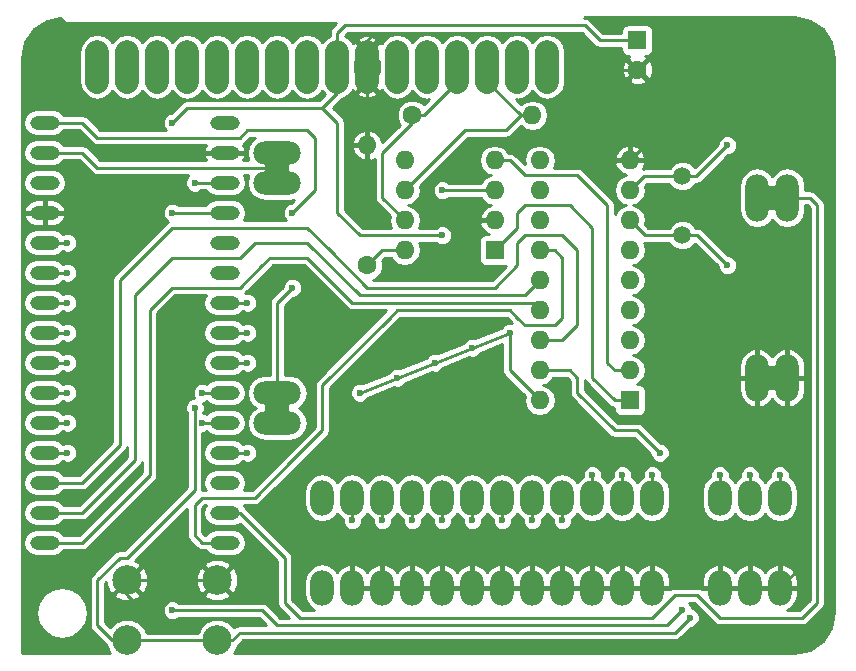
<source format=gbr>
G04 #@! TF.FileFunction,Copper,L2,Bot,Signal*
%FSLAX46Y46*%
G04 Gerber Fmt 4.6, Leading zero omitted, Abs format (unit mm)*
G04 Created by KiCad (PCBNEW 4.0.6) date 12/04/17 18:38:42*
%MOMM*%
%LPD*%
G01*
G04 APERTURE LIST*
%ADD10C,0.050000*%
%ADD11C,1.700000*%
%ADD12C,1.600000*%
%ADD13O,1.600000X1.600000*%
%ADD14O,2.500000X1.200000*%
%ADD15R,1.600000X1.600000*%
%ADD16C,2.500000*%
%ADD17O,2.000000X3.000000*%
%ADD18C,1.500000*%
%ADD19O,2.000000X4.000000*%
%ADD20O,4.000000X2.000000*%
%ADD21C,0.600000*%
%ADD22C,0.250000*%
%ADD23C,2.000000*%
%ADD24C,0.254000*%
G04 APERTURE END LIST*
D10*
D11*
X105050000Y-58390000D03*
X105050000Y-60930000D03*
X107590000Y-58390000D03*
X107590000Y-60930000D03*
X110130000Y-58390000D03*
X110130000Y-60930000D03*
X112670000Y-58390000D03*
X112670000Y-60930000D03*
X115210000Y-58390000D03*
X115210000Y-60930000D03*
X117750000Y-58390000D03*
X117750000Y-60930000D03*
X120290000Y-58390000D03*
X120290000Y-60930000D03*
X122830000Y-58390000D03*
X122830000Y-60930000D03*
X125370000Y-58390000D03*
X125370000Y-60930000D03*
X127910000Y-58390000D03*
X127910000Y-60930000D03*
X130450000Y-58390000D03*
X130450000Y-60930000D03*
X132990000Y-58390000D03*
X132990000Y-60930000D03*
X135530000Y-58390000D03*
X135530000Y-60930000D03*
X138070000Y-58390000D03*
X138070000Y-60930000D03*
X140610000Y-58390000D03*
X140610000Y-60930000D03*
X143150000Y-58390000D03*
X143150000Y-60930000D03*
D12*
X127905000Y-76470000D03*
D13*
X127905000Y-66310000D03*
D12*
X131715000Y-63770000D03*
D13*
X141875000Y-63770000D03*
D14*
X100600000Y-64405000D03*
X100600000Y-66945000D03*
X100600000Y-69485000D03*
X100600000Y-72025000D03*
X100600000Y-74565000D03*
X100600000Y-77105000D03*
X100600000Y-79645000D03*
X100600000Y-82185000D03*
X100600000Y-84725000D03*
X100600000Y-87265000D03*
X100600000Y-89805000D03*
X100600000Y-92345000D03*
X100600000Y-94885000D03*
X100600000Y-97425000D03*
X100600000Y-99965000D03*
X115840000Y-99965000D03*
X115840000Y-97425000D03*
X115840000Y-94885000D03*
X115840000Y-92345000D03*
X115840000Y-89805000D03*
X115840000Y-87265000D03*
X115840000Y-84725000D03*
X115840000Y-82185000D03*
X115840000Y-79645000D03*
X115840000Y-77105000D03*
X115840000Y-74565000D03*
X115840000Y-72025000D03*
X115840000Y-69485000D03*
X115840000Y-66945000D03*
X115840000Y-64405000D03*
D15*
X150130000Y-87900000D03*
D13*
X142510000Y-67580000D03*
X150130000Y-85360000D03*
X142510000Y-70120000D03*
X150130000Y-82820000D03*
X142510000Y-72660000D03*
X150130000Y-80280000D03*
X142510000Y-75200000D03*
X150130000Y-77740000D03*
X142510000Y-77740000D03*
X150130000Y-75200000D03*
X142510000Y-80280000D03*
X150130000Y-72660000D03*
X142510000Y-82820000D03*
X150130000Y-70120000D03*
X142510000Y-85360000D03*
X150130000Y-67580000D03*
X142510000Y-87900000D03*
D15*
X138700000Y-75200000D03*
D13*
X131080000Y-67580000D03*
X138700000Y-72660000D03*
X131080000Y-70120000D03*
X138700000Y-70120000D03*
X131080000Y-72660000D03*
X138700000Y-67580000D03*
X131080000Y-75200000D03*
D16*
X107585000Y-108220000D03*
X115205000Y-108220000D03*
X115205000Y-103140000D03*
X107585000Y-103140000D03*
D17*
X124095000Y-103775000D03*
X126635000Y-103775000D03*
X129175000Y-103775000D03*
X131715000Y-103775000D03*
X134255000Y-103775000D03*
X136795000Y-103775000D03*
X139335000Y-103775000D03*
X141875000Y-103775000D03*
X144415000Y-103775000D03*
X146955000Y-103775000D03*
X149495000Y-103775000D03*
X152035000Y-103775000D03*
X152035000Y-96155000D03*
X149495000Y-96155000D03*
X146955000Y-96155000D03*
X144415000Y-96155000D03*
X141875000Y-96155000D03*
X139335000Y-96155000D03*
X136795000Y-96155000D03*
X134255000Y-96155000D03*
X131715000Y-96155000D03*
X129175000Y-96155000D03*
X126635000Y-96155000D03*
X124095000Y-96155000D03*
X157750000Y-103775000D03*
X160290000Y-103775000D03*
X162830000Y-103775000D03*
X162830000Y-96155000D03*
X160290000Y-96155000D03*
X157750000Y-96155000D03*
D18*
X154575000Y-73930000D03*
X154575000Y-68930000D03*
D19*
X163465000Y-70755000D03*
X160925000Y-70755000D03*
X163465000Y-85995000D03*
X160925000Y-85995000D03*
D20*
X120285000Y-69485000D03*
X120285000Y-66945000D03*
X120285000Y-87265000D03*
X120285000Y-89805000D03*
D15*
X150765000Y-57420000D03*
D12*
X150765000Y-59920000D03*
D21*
X158385000Y-76470000D03*
X111395000Y-80915000D03*
X112665000Y-80915000D03*
X112665000Y-79645000D03*
X111395000Y-79645000D03*
X104410000Y-101870000D03*
X109490000Y-106315000D03*
X128540000Y-63135000D03*
X128540000Y-64405000D03*
X127270000Y-64405000D03*
X127270000Y-63135000D03*
X102505000Y-72025000D03*
X108855000Y-66945000D03*
X107585000Y-66945000D03*
X106315000Y-66945000D03*
X110125000Y-66945000D03*
X162195000Y-76470000D03*
X162195000Y-75200000D03*
X160925000Y-76470000D03*
X160925000Y-75200000D03*
X158385000Y-66310000D03*
X134255000Y-73930000D03*
X111395000Y-64405000D03*
X111395000Y-72025000D03*
X134255000Y-70120000D03*
X139970000Y-82185000D03*
X136795000Y-83455000D03*
X133620000Y-84725000D03*
X130445000Y-85995000D03*
X127270000Y-87265000D03*
X162830000Y-94250000D03*
X117745000Y-79645000D03*
X117745000Y-82185000D03*
X160290000Y-94250000D03*
X117745000Y-84725000D03*
X157750000Y-94250000D03*
X113935000Y-87265000D03*
X152035000Y-94250000D03*
X113935000Y-89805000D03*
X149495000Y-94250000D03*
X117745000Y-92345000D03*
X146955000Y-94250000D03*
X121555000Y-72025000D03*
X121555000Y-78375000D03*
X126635000Y-98060000D03*
X102505000Y-74565000D03*
X129175000Y-98060000D03*
X102505000Y-77105000D03*
X131715000Y-98060000D03*
X102505000Y-79645000D03*
X134255000Y-98060000D03*
X102505000Y-82185000D03*
X136795000Y-98060000D03*
X102505000Y-84725000D03*
X139335000Y-98060000D03*
X102505000Y-87265000D03*
X141875000Y-98060000D03*
X102505000Y-89805000D03*
X111395000Y-105680000D03*
X144415000Y-98060000D03*
X102505000Y-92345000D03*
X154575000Y-105680000D03*
X113300000Y-69485000D03*
X113300000Y-88535000D03*
X155210000Y-106315000D03*
X152670000Y-92345000D03*
D22*
X154575000Y-73930000D02*
X151400000Y-73930000D01*
X151400000Y-73930000D02*
X150130000Y-72660000D01*
X155845000Y-73930000D02*
X154575000Y-73930000D01*
X158385000Y-76470000D02*
X155845000Y-73930000D01*
X107585000Y-103140000D02*
X107585000Y-104410000D01*
X112665000Y-79645000D02*
X112665000Y-80915000D01*
X111395000Y-94885000D02*
X111395000Y-79645000D01*
X104410000Y-101870000D02*
X111395000Y-94885000D01*
X107585000Y-104410000D02*
X109490000Y-106315000D01*
X127910000Y-63135000D02*
X127270000Y-63135000D01*
X127270000Y-64405000D02*
X128540000Y-64405000D01*
X127910000Y-60930000D02*
X127910000Y-63135000D01*
X127910000Y-63135000D02*
X127910000Y-66305000D01*
X127910000Y-66305000D02*
X127905000Y-66310000D01*
X100600000Y-72025000D02*
X102505000Y-72025000D01*
X108855000Y-66945000D02*
X107585000Y-66945000D01*
X110125000Y-66945000D02*
X115840000Y-66945000D01*
X115205000Y-103140000D02*
X107585000Y-103140000D01*
X162830000Y-103775000D02*
X164735000Y-101870000D01*
X163465000Y-89805000D02*
X163465000Y-85995000D01*
X164735000Y-91075000D02*
X163465000Y-89805000D01*
X164735000Y-92345000D02*
X164735000Y-91075000D01*
X164735000Y-101870000D02*
X164735000Y-92345000D01*
X160925000Y-85995000D02*
X160925000Y-76470000D01*
X162195000Y-76470000D02*
X160925000Y-76470000D01*
X162195000Y-75200000D02*
X160925000Y-75200000D01*
X150130000Y-67580000D02*
X152670000Y-65040000D01*
X158385000Y-72660000D02*
X160925000Y-75200000D01*
X159655000Y-65040000D02*
X152670000Y-65040000D01*
X160290000Y-65675000D02*
X159655000Y-65040000D01*
X160290000Y-66945000D02*
X160290000Y-65675000D01*
X158385000Y-68850000D02*
X160290000Y-66945000D01*
X158385000Y-72660000D02*
X158385000Y-68850000D01*
X150130000Y-67580000D02*
X150130000Y-60555000D01*
X150130000Y-60555000D02*
X150765000Y-59920000D01*
X150130000Y-67580000D02*
X146955000Y-67580000D01*
X134255000Y-72660000D02*
X138700000Y-72660000D01*
X132985000Y-71390000D02*
X134255000Y-72660000D01*
X132985000Y-70120000D02*
X132985000Y-71390000D01*
X137430000Y-65675000D02*
X132985000Y-70120000D01*
X145050000Y-65675000D02*
X137430000Y-65675000D01*
X146955000Y-67580000D02*
X145050000Y-65675000D01*
X134255000Y-56785000D02*
X129175000Y-56785000D01*
X129175000Y-56785000D02*
X128540000Y-56785000D01*
X128540000Y-56785000D02*
X127910000Y-57415000D01*
X127910000Y-57415000D02*
X127910000Y-58390000D01*
X150765000Y-59920000D02*
X147550000Y-59920000D01*
X144415000Y-56785000D02*
X134255000Y-56785000D01*
X147550000Y-59920000D02*
X144415000Y-56785000D01*
D23*
X160925000Y-85995000D02*
X163465000Y-85995000D01*
X127910000Y-58390000D02*
X127910000Y-60930000D01*
D22*
X160290000Y-103775000D02*
X162830000Y-103775000D01*
X157750000Y-103775000D02*
X160290000Y-103775000D01*
X152035000Y-103775000D02*
X157750000Y-103775000D01*
X149495000Y-103775000D02*
X152035000Y-103775000D01*
X146955000Y-103775000D02*
X149495000Y-103775000D01*
X144415000Y-103775000D02*
X146955000Y-103775000D01*
X141875000Y-103775000D02*
X144415000Y-103775000D01*
X139335000Y-103775000D02*
X141875000Y-103775000D01*
X136795000Y-103775000D02*
X139335000Y-103775000D01*
X134255000Y-103775000D02*
X136795000Y-103775000D01*
X131715000Y-103775000D02*
X134255000Y-103775000D01*
X129175000Y-103775000D02*
X131715000Y-103775000D01*
X126635000Y-103775000D02*
X129175000Y-103775000D01*
X154575000Y-68930000D02*
X151320000Y-68930000D01*
X151320000Y-68930000D02*
X150130000Y-70120000D01*
X155765000Y-68930000D02*
X154575000Y-68930000D01*
X158385000Y-66310000D02*
X155765000Y-68930000D01*
D23*
X105050000Y-58390000D02*
X105050000Y-60930000D01*
X107590000Y-58390000D02*
X107590000Y-60930000D01*
X110130000Y-58390000D02*
X110130000Y-60930000D01*
X112670000Y-58390000D02*
X112670000Y-60930000D01*
X115210000Y-58390000D02*
X115210000Y-60930000D01*
X117750000Y-58390000D02*
X117750000Y-60930000D01*
X120290000Y-58390000D02*
X120290000Y-60930000D01*
X122830000Y-58390000D02*
X122830000Y-60930000D01*
D22*
X124095000Y-63135000D02*
X125365000Y-64405000D01*
X127270000Y-73930000D02*
X134255000Y-73930000D01*
X125365000Y-72025000D02*
X127270000Y-73930000D01*
X125365000Y-64405000D02*
X125365000Y-72025000D01*
X125370000Y-61860000D02*
X124095000Y-63135000D01*
X124095000Y-63135000D02*
X112665000Y-63135000D01*
X112665000Y-63135000D02*
X111395000Y-64405000D01*
X125370000Y-60930000D02*
X125370000Y-61860000D01*
X111395000Y-72025000D02*
X115840000Y-72025000D01*
X130445000Y-56150000D02*
X126000000Y-56150000D01*
X147590000Y-57420000D02*
X146320000Y-56150000D01*
X146320000Y-56150000D02*
X130445000Y-56150000D01*
X150765000Y-57420000D02*
X147590000Y-57420000D01*
X125370000Y-56780000D02*
X125370000Y-58390000D01*
X126000000Y-56150000D02*
X125370000Y-56780000D01*
X134255000Y-70120000D02*
X138700000Y-70120000D01*
X139970000Y-82185000D02*
X139970000Y-85360000D01*
X139970000Y-85360000D02*
X142510000Y-87900000D01*
X136795000Y-83455000D02*
X139970000Y-82185000D01*
X133620000Y-84725000D02*
X136795000Y-83455000D01*
X130445000Y-85995000D02*
X133620000Y-84725000D01*
X127270000Y-87265000D02*
X130445000Y-85995000D01*
D23*
X125370000Y-58390000D02*
X125370000Y-60930000D01*
X130450000Y-58390000D02*
X130450000Y-60930000D01*
X132990000Y-58390000D02*
X132990000Y-60930000D01*
D22*
X131080000Y-72660000D02*
X129175000Y-70755000D01*
X129175000Y-66945000D02*
X131715000Y-64405000D01*
X129175000Y-70755000D02*
X129175000Y-66945000D01*
X131715000Y-64405000D02*
X131715000Y-63770000D01*
X135530000Y-60930000D02*
X132690000Y-63770000D01*
X132690000Y-63770000D02*
X131715000Y-63770000D01*
D23*
X135530000Y-58390000D02*
X135530000Y-60930000D01*
D22*
X131080000Y-70120000D02*
X136160000Y-65040000D01*
X139640000Y-65040000D02*
X140910000Y-63770000D01*
X136160000Y-65040000D02*
X139640000Y-65040000D01*
X138070000Y-60930000D02*
X140910000Y-63770000D01*
X140910000Y-63770000D02*
X141875000Y-63770000D01*
D23*
X138070000Y-58390000D02*
X138070000Y-60930000D01*
X140610000Y-58390000D02*
X140610000Y-60930000D01*
X143150000Y-58390000D02*
X143150000Y-60930000D01*
D22*
X162830000Y-94250000D02*
X162830000Y-96155000D01*
X115840000Y-79645000D02*
X117745000Y-79645000D01*
X117745000Y-82185000D02*
X115840000Y-82185000D01*
X160290000Y-96155000D02*
X160290000Y-94250000D01*
X115840000Y-84725000D02*
X117745000Y-84725000D01*
X116475000Y-84725000D02*
X115840000Y-84725000D01*
X157750000Y-96155000D02*
X157750000Y-94250000D01*
X113935000Y-87265000D02*
X115840000Y-87265000D01*
X152035000Y-96155000D02*
X152035000Y-94250000D01*
X113935000Y-89805000D02*
X115840000Y-89805000D01*
X149495000Y-96155000D02*
X149495000Y-94250000D01*
X117745000Y-92345000D02*
X115840000Y-92345000D01*
X146955000Y-94250000D02*
X146955000Y-96155000D01*
X131080000Y-75200000D02*
X129175000Y-75200000D01*
X129175000Y-75200000D02*
X127905000Y-76470000D01*
X100600000Y-64405000D02*
X103775000Y-64405000D01*
X120285000Y-79645000D02*
X120285000Y-87265000D01*
X120285000Y-79645000D02*
X121555000Y-78375000D01*
X123460000Y-70120000D02*
X121555000Y-72025000D01*
X123460000Y-65675000D02*
X123460000Y-70120000D01*
X122825000Y-65040000D02*
X123460000Y-65675000D01*
X117745000Y-65040000D02*
X122825000Y-65040000D01*
X117110000Y-65675000D02*
X117745000Y-65040000D01*
X105045000Y-65675000D02*
X117110000Y-65675000D01*
X103775000Y-64405000D02*
X105045000Y-65675000D01*
D23*
X120285000Y-89805000D02*
X120285000Y-87265000D01*
D22*
X120285000Y-68215000D02*
X105045000Y-68215000D01*
X103775000Y-66945000D02*
X100600000Y-66945000D01*
X105045000Y-68215000D02*
X103775000Y-66945000D01*
D23*
X120285000Y-66945000D02*
X120285000Y-68215000D01*
X120285000Y-68215000D02*
X120285000Y-69485000D01*
D22*
X126635000Y-96155000D02*
X126635000Y-98060000D01*
X102505000Y-74565000D02*
X100600000Y-74565000D01*
X129175000Y-96155000D02*
X129175000Y-98060000D01*
X102505000Y-77105000D02*
X100600000Y-77105000D01*
X129175000Y-96155000D02*
X129175000Y-96790000D01*
X131715000Y-96155000D02*
X131715000Y-98060000D01*
X102505000Y-79645000D02*
X100600000Y-79645000D01*
X134255000Y-96155000D02*
X134255000Y-98060000D01*
X102505000Y-82185000D02*
X100600000Y-82185000D01*
X136795000Y-96155000D02*
X136795000Y-98060000D01*
X102505000Y-84725000D02*
X100600000Y-84725000D01*
X139335000Y-96155000D02*
X139335000Y-98060000D01*
X102505000Y-87265000D02*
X100600000Y-87265000D01*
X141875000Y-96155000D02*
X141875000Y-98060000D01*
X102505000Y-89805000D02*
X100600000Y-89805000D01*
X111395000Y-105680000D02*
X119015000Y-105680000D01*
X151400000Y-106950000D02*
X153305000Y-106950000D01*
X144415000Y-96155000D02*
X144415000Y-98060000D01*
X137430000Y-106950000D02*
X120285000Y-106950000D01*
X120285000Y-106950000D02*
X119015000Y-105680000D01*
X102505000Y-92345000D02*
X100600000Y-92345000D01*
X151400000Y-106950000D02*
X137430000Y-106950000D01*
X153305000Y-106950000D02*
X154575000Y-105680000D01*
X100600000Y-94885000D02*
X103775000Y-94885000D01*
X122825000Y-73295000D02*
X124730000Y-75200000D01*
X134255000Y-78375000D02*
X127905000Y-78375000D01*
X106950000Y-84725000D02*
X106950000Y-77740000D01*
X106950000Y-77740000D02*
X111395000Y-73295000D01*
X111395000Y-73295000D02*
X117110000Y-73295000D01*
X138700000Y-78375000D02*
X140605000Y-76470000D01*
X140605000Y-76470000D02*
X140605000Y-74565000D01*
X140605000Y-74565000D02*
X141240000Y-73930000D01*
X141240000Y-73930000D02*
X144415000Y-73930000D01*
X144415000Y-73930000D02*
X145685000Y-75200000D01*
X145685000Y-75200000D02*
X145685000Y-81550000D01*
X145685000Y-81550000D02*
X144415000Y-82820000D01*
X144415000Y-82820000D02*
X142510000Y-82820000D01*
X134255000Y-78375000D02*
X138700000Y-78375000D01*
X127905000Y-78375000D02*
X124730000Y-75200000D01*
X117110000Y-73295000D02*
X122825000Y-73295000D01*
X106950000Y-91710000D02*
X106950000Y-84725000D01*
X103775000Y-94885000D02*
X106950000Y-91710000D01*
X111395000Y-75835000D02*
X117110000Y-75835000D01*
X108220000Y-85995000D02*
X108220000Y-79010000D01*
X108220000Y-92980000D02*
X108220000Y-85995000D01*
X100600000Y-97425000D02*
X103775000Y-97425000D01*
X103775000Y-97425000D02*
X106950000Y-94250000D01*
X106950000Y-94250000D02*
X108220000Y-92980000D01*
X108220000Y-79010000D02*
X111395000Y-75835000D01*
X141240000Y-79010000D02*
X142510000Y-77740000D01*
X141240000Y-79010000D02*
X134255000Y-79010000D01*
X131715000Y-79010000D02*
X134255000Y-79010000D01*
X127270000Y-79010000D02*
X131715000Y-79010000D01*
X122825000Y-74565000D02*
X127270000Y-79010000D01*
X120920000Y-74565000D02*
X122825000Y-74565000D01*
X118380000Y-74565000D02*
X120920000Y-74565000D01*
X117110000Y-75835000D02*
X118380000Y-74565000D01*
X109490000Y-93615000D02*
X109490000Y-94250000D01*
X126635000Y-79645000D02*
X122825000Y-75835000D01*
X122825000Y-75835000D02*
X119650000Y-75835000D01*
X119650000Y-75835000D02*
X119015000Y-76470000D01*
X129175000Y-79645000D02*
X141875000Y-79645000D01*
X142510000Y-80280000D02*
X141875000Y-79645000D01*
X111395000Y-78375000D02*
X117110000Y-78375000D01*
X109490000Y-80280000D02*
X111395000Y-78375000D01*
X109490000Y-93615000D02*
X109490000Y-87265000D01*
X109490000Y-87265000D02*
X109490000Y-80280000D01*
X117110000Y-78375000D02*
X119015000Y-76470000D01*
X129175000Y-79645000D02*
X126635000Y-79645000D01*
X103775000Y-99965000D02*
X106315000Y-97425000D01*
X103140000Y-99965000D02*
X100600000Y-99965000D01*
X103140000Y-99965000D02*
X103775000Y-99965000D01*
X109490000Y-94250000D02*
X106315000Y-97425000D01*
X140605000Y-80915000D02*
X139970000Y-80280000D01*
X143780000Y-81550000D02*
X144415000Y-80915000D01*
X144415000Y-80915000D02*
X144415000Y-75835000D01*
X144415000Y-75835000D02*
X143780000Y-75200000D01*
X142510000Y-75200000D02*
X143780000Y-75200000D01*
X124095000Y-90440000D02*
X124095000Y-86630000D01*
X113935000Y-99965000D02*
X115840000Y-99965000D01*
X118380000Y-96155000D02*
X121555000Y-92980000D01*
X113935000Y-96155000D02*
X118380000Y-96155000D01*
X113300000Y-96790000D02*
X113935000Y-96155000D01*
X113300000Y-99330000D02*
X113300000Y-96790000D01*
X113935000Y-99965000D02*
X113300000Y-99330000D01*
X121555000Y-92980000D02*
X124095000Y-90440000D01*
X141240000Y-81550000D02*
X143145000Y-81550000D01*
X140605000Y-80915000D02*
X141240000Y-81550000D01*
X124095000Y-86630000D02*
X129810000Y-80915000D01*
X143145000Y-81550000D02*
X143780000Y-81550000D01*
X130445000Y-80280000D02*
X129810000Y-80915000D01*
X139970000Y-80280000D02*
X130445000Y-80280000D01*
X150130000Y-106315000D02*
X128540000Y-106315000D01*
X117110000Y-97425000D02*
X120920000Y-101235000D01*
X120920000Y-101235000D02*
X120920000Y-105045000D01*
X120920000Y-105045000D02*
X122190000Y-106315000D01*
X122190000Y-106315000D02*
X128540000Y-106315000D01*
X115840000Y-97425000D02*
X117110000Y-97425000D01*
X157750000Y-106315000D02*
X155845000Y-104410000D01*
X155845000Y-104410000D02*
X153940000Y-104410000D01*
X153940000Y-104410000D02*
X152035000Y-106315000D01*
X152035000Y-106315000D02*
X150130000Y-106315000D01*
X166005000Y-94885000D02*
X166005000Y-71390000D01*
X164735000Y-106315000D02*
X166005000Y-105045000D01*
X166005000Y-105045000D02*
X166005000Y-94885000D01*
X165370000Y-70755000D02*
X163465000Y-70755000D01*
X166005000Y-71390000D02*
X165370000Y-70755000D01*
X164735000Y-106315000D02*
X157750000Y-106315000D01*
D23*
X160925000Y-70755000D02*
X163465000Y-70755000D01*
D22*
X105045000Y-103140000D02*
X106950000Y-101235000D01*
X105045000Y-103140000D02*
X105045000Y-106950000D01*
X113300000Y-91710000D02*
X113300000Y-92980000D01*
X113300000Y-88535000D02*
X113300000Y-91710000D01*
X115840000Y-69485000D02*
X113300000Y-69485000D01*
X106315000Y-108220000D02*
X107585000Y-108220000D01*
X105045000Y-106950000D02*
X106315000Y-108220000D01*
X113300000Y-92980000D02*
X113300000Y-94885000D01*
X113300000Y-95520000D02*
X113300000Y-94885000D01*
X107585000Y-101235000D02*
X113300000Y-95520000D01*
X106950000Y-101235000D02*
X107585000Y-101235000D01*
X118380000Y-107585000D02*
X117110000Y-107585000D01*
X145685000Y-85995000D02*
X145050000Y-85360000D01*
X145050000Y-85360000D02*
X144415000Y-85360000D01*
X153940000Y-107585000D02*
X155210000Y-106315000D01*
X118380000Y-107585000D02*
X125365000Y-107585000D01*
X125365000Y-107585000D02*
X153940000Y-107585000D01*
X142510000Y-85360000D02*
X144415000Y-85360000D01*
X145685000Y-87265000D02*
X145685000Y-86630000D01*
X148860000Y-90440000D02*
X145685000Y-87265000D01*
X150765000Y-90440000D02*
X148860000Y-90440000D01*
X152670000Y-92345000D02*
X150765000Y-90440000D01*
X145685000Y-86630000D02*
X145685000Y-85995000D01*
X116475000Y-108220000D02*
X115205000Y-108220000D01*
X117110000Y-107585000D02*
X116475000Y-108220000D01*
X107585000Y-108220000D02*
X115205000Y-108220000D01*
X146955000Y-74565000D02*
X146955000Y-73295000D01*
X145050000Y-71390000D02*
X143780000Y-71390000D01*
X146955000Y-73295000D02*
X145050000Y-71390000D01*
X146955000Y-75835000D02*
X146955000Y-74565000D01*
X138700000Y-75200000D02*
X140605000Y-73295000D01*
X140605000Y-73295000D02*
X140605000Y-72660000D01*
X140605000Y-72660000D02*
X140605000Y-72025000D01*
X140605000Y-72025000D02*
X141240000Y-71390000D01*
X141240000Y-71390000D02*
X143780000Y-71390000D01*
X146955000Y-85995000D02*
X148860000Y-87900000D01*
X148860000Y-87900000D02*
X150130000Y-87900000D01*
X146955000Y-75835000D02*
X146955000Y-85995000D01*
X138700000Y-67580000D02*
X139970000Y-67580000D01*
X148860000Y-85360000D02*
X150130000Y-85360000D01*
X148225000Y-84725000D02*
X148860000Y-85360000D01*
X148225000Y-71390000D02*
X148225000Y-84725000D01*
X145685000Y-68850000D02*
X148225000Y-71390000D01*
X141240000Y-68850000D02*
X145685000Y-68850000D01*
X139970000Y-67580000D02*
X141240000Y-68850000D01*
D24*
G36*
X165355845Y-55751554D02*
X166454410Y-56485592D01*
X167188446Y-57584155D01*
X167458000Y-58939294D01*
X167458000Y-105820706D01*
X167188446Y-107175845D01*
X166454410Y-108274408D01*
X165355845Y-109008446D01*
X164000707Y-109278000D01*
X116660404Y-109278000D01*
X116710588Y-109227904D01*
X116938829Y-108678239D01*
X117380067Y-108237000D01*
X153939995Y-108237000D01*
X153940000Y-108237001D01*
X154148113Y-108195604D01*
X154189510Y-108187369D01*
X154401034Y-108046034D01*
X154401035Y-108046033D01*
X155304984Y-107142083D01*
X155373779Y-107142143D01*
X155677846Y-107016505D01*
X155910688Y-106784070D01*
X156036856Y-106480222D01*
X156037143Y-106151221D01*
X155911505Y-105847154D01*
X155679070Y-105614312D01*
X155393715Y-105495823D01*
X155276505Y-105212154D01*
X155126613Y-105062000D01*
X155574932Y-105062000D01*
X157288966Y-106776034D01*
X157500491Y-106917370D01*
X157750000Y-106967001D01*
X157750005Y-106967000D01*
X164734995Y-106967000D01*
X164735000Y-106967001D01*
X164943113Y-106925604D01*
X164984510Y-106917369D01*
X165196034Y-106776034D01*
X165196035Y-106776033D01*
X166466031Y-105506036D01*
X166466034Y-105506034D01*
X166607369Y-105294510D01*
X166657000Y-105045000D01*
X166657000Y-71390005D01*
X166657001Y-71390000D01*
X166607370Y-71140491D01*
X166521331Y-71011724D01*
X166466034Y-70928966D01*
X166466031Y-70928964D01*
X165831034Y-70293966D01*
X165670206Y-70186505D01*
X165619510Y-70152631D01*
X165578113Y-70144396D01*
X165370000Y-70102999D01*
X165369995Y-70103000D01*
X164992000Y-70103000D01*
X164992000Y-69705493D01*
X164875764Y-69121135D01*
X164544752Y-68625741D01*
X164049358Y-68294729D01*
X163465000Y-68178493D01*
X162880642Y-68294729D01*
X162385248Y-68625741D01*
X162195000Y-68910467D01*
X162004752Y-68625741D01*
X161509358Y-68294729D01*
X160925000Y-68178493D01*
X160340642Y-68294729D01*
X159845248Y-68625741D01*
X159514236Y-69121135D01*
X159398000Y-69705493D01*
X159398000Y-71804507D01*
X159514236Y-72388865D01*
X159845248Y-72884259D01*
X160340642Y-73215271D01*
X160925000Y-73331507D01*
X161509358Y-73215271D01*
X162004752Y-72884259D01*
X162195000Y-72599533D01*
X162385248Y-72884259D01*
X162880642Y-73215271D01*
X163465000Y-73331507D01*
X164049358Y-73215271D01*
X164544752Y-72884259D01*
X164875764Y-72388865D01*
X164992000Y-71804507D01*
X164992000Y-71407000D01*
X165099932Y-71407000D01*
X165353000Y-71660067D01*
X165353000Y-104774933D01*
X164464932Y-105663000D01*
X163431250Y-105663000D01*
X163858133Y-105406371D01*
X164212828Y-104926801D01*
X164357000Y-104348000D01*
X164357000Y-103848000D01*
X162903000Y-103848000D01*
X162903000Y-103868000D01*
X162757000Y-103868000D01*
X162757000Y-103848000D01*
X160363000Y-103848000D01*
X160363000Y-103868000D01*
X160217000Y-103868000D01*
X160217000Y-103848000D01*
X157823000Y-103848000D01*
X157823000Y-103868000D01*
X157677000Y-103868000D01*
X157677000Y-103848000D01*
X156223000Y-103848000D01*
X156223000Y-103893485D01*
X156094510Y-103807631D01*
X156053113Y-103799396D01*
X155845000Y-103757999D01*
X155844995Y-103758000D01*
X153940005Y-103758000D01*
X153940000Y-103757999D01*
X153690491Y-103807630D01*
X153562000Y-103893485D01*
X153562000Y-103848000D01*
X152108000Y-103848000D01*
X152108000Y-103868000D01*
X151962000Y-103868000D01*
X151962000Y-103848000D01*
X149568000Y-103848000D01*
X149568000Y-103868000D01*
X149422000Y-103868000D01*
X149422000Y-103848000D01*
X147028000Y-103848000D01*
X147028000Y-103868000D01*
X146882000Y-103868000D01*
X146882000Y-103848000D01*
X144488000Y-103848000D01*
X144488000Y-103868000D01*
X144342000Y-103868000D01*
X144342000Y-103848000D01*
X141948000Y-103848000D01*
X141948000Y-103868000D01*
X141802000Y-103868000D01*
X141802000Y-103848000D01*
X139408000Y-103848000D01*
X139408000Y-103868000D01*
X139262000Y-103868000D01*
X139262000Y-103848000D01*
X136868000Y-103848000D01*
X136868000Y-103868000D01*
X136722000Y-103868000D01*
X136722000Y-103848000D01*
X134328000Y-103848000D01*
X134328000Y-103868000D01*
X134182000Y-103868000D01*
X134182000Y-103848000D01*
X131788000Y-103848000D01*
X131788000Y-103868000D01*
X131642000Y-103868000D01*
X131642000Y-103848000D01*
X129248000Y-103848000D01*
X129248000Y-103868000D01*
X129102000Y-103868000D01*
X129102000Y-103848000D01*
X126708000Y-103848000D01*
X126708000Y-103868000D01*
X126562000Y-103868000D01*
X126562000Y-103848000D01*
X126542000Y-103848000D01*
X126542000Y-103702000D01*
X126562000Y-103702000D01*
X126562000Y-101881661D01*
X126708000Y-101881661D01*
X126708000Y-103702000D01*
X129102000Y-103702000D01*
X129102000Y-101881661D01*
X129248000Y-101881661D01*
X129248000Y-103702000D01*
X131642000Y-103702000D01*
X131642000Y-101881661D01*
X131788000Y-101881661D01*
X131788000Y-103702000D01*
X134182000Y-103702000D01*
X134182000Y-101881661D01*
X134328000Y-101881661D01*
X134328000Y-103702000D01*
X136722000Y-103702000D01*
X136722000Y-101881661D01*
X136868000Y-101881661D01*
X136868000Y-103702000D01*
X139262000Y-103702000D01*
X139262000Y-101881661D01*
X139408000Y-101881661D01*
X139408000Y-103702000D01*
X141802000Y-103702000D01*
X141802000Y-101881661D01*
X141948000Y-101881661D01*
X141948000Y-103702000D01*
X144342000Y-103702000D01*
X144342000Y-101881661D01*
X144488000Y-101881661D01*
X144488000Y-103702000D01*
X146882000Y-103702000D01*
X146882000Y-101881661D01*
X147028000Y-101881661D01*
X147028000Y-103702000D01*
X149422000Y-103702000D01*
X149422000Y-101881661D01*
X149568000Y-101881661D01*
X149568000Y-103702000D01*
X151962000Y-103702000D01*
X151962000Y-101881661D01*
X152108000Y-101881661D01*
X152108000Y-103702000D01*
X153562000Y-103702000D01*
X153562000Y-103202000D01*
X156223000Y-103202000D01*
X156223000Y-103702000D01*
X157677000Y-103702000D01*
X157677000Y-101881661D01*
X157823000Y-101881661D01*
X157823000Y-103702000D01*
X160217000Y-103702000D01*
X160217000Y-101881661D01*
X160363000Y-101881661D01*
X160363000Y-103702000D01*
X162757000Y-103702000D01*
X162757000Y-101881661D01*
X162903000Y-101881661D01*
X162903000Y-103702000D01*
X164357000Y-103702000D01*
X164357000Y-103202000D01*
X164212828Y-102623199D01*
X163858133Y-102143629D01*
X163346914Y-101836300D01*
X163140704Y-101779944D01*
X162903000Y-101881661D01*
X162757000Y-101881661D01*
X162519296Y-101779944D01*
X162313086Y-101836300D01*
X161801867Y-102143629D01*
X161560000Y-102470648D01*
X161318133Y-102143629D01*
X160806914Y-101836300D01*
X160600704Y-101779944D01*
X160363000Y-101881661D01*
X160217000Y-101881661D01*
X159979296Y-101779944D01*
X159773086Y-101836300D01*
X159261867Y-102143629D01*
X159020000Y-102470648D01*
X158778133Y-102143629D01*
X158266914Y-101836300D01*
X158060704Y-101779944D01*
X157823000Y-101881661D01*
X157677000Y-101881661D01*
X157439296Y-101779944D01*
X157233086Y-101836300D01*
X156721867Y-102143629D01*
X156367172Y-102623199D01*
X156223000Y-103202000D01*
X153562000Y-103202000D01*
X153417828Y-102623199D01*
X153063133Y-102143629D01*
X152551914Y-101836300D01*
X152345704Y-101779944D01*
X152108000Y-101881661D01*
X151962000Y-101881661D01*
X151724296Y-101779944D01*
X151518086Y-101836300D01*
X151006867Y-102143629D01*
X150765000Y-102470648D01*
X150523133Y-102143629D01*
X150011914Y-101836300D01*
X149805704Y-101779944D01*
X149568000Y-101881661D01*
X149422000Y-101881661D01*
X149184296Y-101779944D01*
X148978086Y-101836300D01*
X148466867Y-102143629D01*
X148225000Y-102470648D01*
X147983133Y-102143629D01*
X147471914Y-101836300D01*
X147265704Y-101779944D01*
X147028000Y-101881661D01*
X146882000Y-101881661D01*
X146644296Y-101779944D01*
X146438086Y-101836300D01*
X145926867Y-102143629D01*
X145685000Y-102470648D01*
X145443133Y-102143629D01*
X144931914Y-101836300D01*
X144725704Y-101779944D01*
X144488000Y-101881661D01*
X144342000Y-101881661D01*
X144104296Y-101779944D01*
X143898086Y-101836300D01*
X143386867Y-102143629D01*
X143145000Y-102470648D01*
X142903133Y-102143629D01*
X142391914Y-101836300D01*
X142185704Y-101779944D01*
X141948000Y-101881661D01*
X141802000Y-101881661D01*
X141564296Y-101779944D01*
X141358086Y-101836300D01*
X140846867Y-102143629D01*
X140605000Y-102470648D01*
X140363133Y-102143629D01*
X139851914Y-101836300D01*
X139645704Y-101779944D01*
X139408000Y-101881661D01*
X139262000Y-101881661D01*
X139024296Y-101779944D01*
X138818086Y-101836300D01*
X138306867Y-102143629D01*
X138065000Y-102470648D01*
X137823133Y-102143629D01*
X137311914Y-101836300D01*
X137105704Y-101779944D01*
X136868000Y-101881661D01*
X136722000Y-101881661D01*
X136484296Y-101779944D01*
X136278086Y-101836300D01*
X135766867Y-102143629D01*
X135525000Y-102470648D01*
X135283133Y-102143629D01*
X134771914Y-101836300D01*
X134565704Y-101779944D01*
X134328000Y-101881661D01*
X134182000Y-101881661D01*
X133944296Y-101779944D01*
X133738086Y-101836300D01*
X133226867Y-102143629D01*
X132985000Y-102470648D01*
X132743133Y-102143629D01*
X132231914Y-101836300D01*
X132025704Y-101779944D01*
X131788000Y-101881661D01*
X131642000Y-101881661D01*
X131404296Y-101779944D01*
X131198086Y-101836300D01*
X130686867Y-102143629D01*
X130445000Y-102470648D01*
X130203133Y-102143629D01*
X129691914Y-101836300D01*
X129485704Y-101779944D01*
X129248000Y-101881661D01*
X129102000Y-101881661D01*
X128864296Y-101779944D01*
X128658086Y-101836300D01*
X128146867Y-102143629D01*
X127905000Y-102470648D01*
X127663133Y-102143629D01*
X127151914Y-101836300D01*
X126945704Y-101779944D01*
X126708000Y-101881661D01*
X126562000Y-101881661D01*
X126324296Y-101779944D01*
X126118086Y-101836300D01*
X125606867Y-102143629D01*
X125375667Y-102456227D01*
X125174752Y-102155537D01*
X124679358Y-101824525D01*
X124095000Y-101708289D01*
X123510642Y-101824525D01*
X123015248Y-102155537D01*
X122684236Y-102650931D01*
X122568000Y-103235289D01*
X122568000Y-104314711D01*
X122684236Y-104899069D01*
X123015248Y-105394463D01*
X123417142Y-105663000D01*
X122460067Y-105663000D01*
X121572000Y-104774932D01*
X121572000Y-101235005D01*
X121572001Y-101235000D01*
X121522370Y-100985491D01*
X121475471Y-100915302D01*
X121381034Y-100773966D01*
X121381031Y-100773964D01*
X117571034Y-96963966D01*
X117526074Y-96933925D01*
X117441265Y-96807000D01*
X118379995Y-96807000D01*
X118380000Y-96807001D01*
X118588113Y-96765604D01*
X118629510Y-96757369D01*
X118841034Y-96616034D01*
X119841779Y-95615289D01*
X122568000Y-95615289D01*
X122568000Y-96694711D01*
X122684236Y-97279069D01*
X123015248Y-97774463D01*
X123510642Y-98105475D01*
X124095000Y-98221711D01*
X124679358Y-98105475D01*
X125174752Y-97774463D01*
X125365000Y-97489737D01*
X125555248Y-97774463D01*
X125808102Y-97943415D01*
X125807857Y-98223779D01*
X125933495Y-98527846D01*
X126165930Y-98760688D01*
X126469778Y-98886856D01*
X126798779Y-98887143D01*
X127102846Y-98761505D01*
X127335688Y-98529070D01*
X127461856Y-98225222D01*
X127462102Y-97943279D01*
X127714752Y-97774463D01*
X127905000Y-97489737D01*
X128095248Y-97774463D01*
X128348102Y-97943415D01*
X128347857Y-98223779D01*
X128473495Y-98527846D01*
X128705930Y-98760688D01*
X129009778Y-98886856D01*
X129338779Y-98887143D01*
X129642846Y-98761505D01*
X129875688Y-98529070D01*
X130001856Y-98225222D01*
X130002102Y-97943279D01*
X130254752Y-97774463D01*
X130445000Y-97489737D01*
X130635248Y-97774463D01*
X130888102Y-97943415D01*
X130887857Y-98223779D01*
X131013495Y-98527846D01*
X131245930Y-98760688D01*
X131549778Y-98886856D01*
X131878779Y-98887143D01*
X132182846Y-98761505D01*
X132415688Y-98529070D01*
X132541856Y-98225222D01*
X132542102Y-97943279D01*
X132794752Y-97774463D01*
X132985000Y-97489737D01*
X133175248Y-97774463D01*
X133428102Y-97943415D01*
X133427857Y-98223779D01*
X133553495Y-98527846D01*
X133785930Y-98760688D01*
X134089778Y-98886856D01*
X134418779Y-98887143D01*
X134722846Y-98761505D01*
X134955688Y-98529070D01*
X135081856Y-98225222D01*
X135082102Y-97943279D01*
X135334752Y-97774463D01*
X135525000Y-97489737D01*
X135715248Y-97774463D01*
X135968102Y-97943415D01*
X135967857Y-98223779D01*
X136093495Y-98527846D01*
X136325930Y-98760688D01*
X136629778Y-98886856D01*
X136958779Y-98887143D01*
X137262846Y-98761505D01*
X137495688Y-98529070D01*
X137621856Y-98225222D01*
X137622102Y-97943279D01*
X137874752Y-97774463D01*
X138065000Y-97489737D01*
X138255248Y-97774463D01*
X138508102Y-97943415D01*
X138507857Y-98223779D01*
X138633495Y-98527846D01*
X138865930Y-98760688D01*
X139169778Y-98886856D01*
X139498779Y-98887143D01*
X139802846Y-98761505D01*
X140035688Y-98529070D01*
X140161856Y-98225222D01*
X140162102Y-97943279D01*
X140414752Y-97774463D01*
X140605000Y-97489737D01*
X140795248Y-97774463D01*
X141048102Y-97943415D01*
X141047857Y-98223779D01*
X141173495Y-98527846D01*
X141405930Y-98760688D01*
X141709778Y-98886856D01*
X142038779Y-98887143D01*
X142342846Y-98761505D01*
X142575688Y-98529070D01*
X142701856Y-98225222D01*
X142702102Y-97943279D01*
X142954752Y-97774463D01*
X143145000Y-97489737D01*
X143335248Y-97774463D01*
X143588102Y-97943415D01*
X143587857Y-98223779D01*
X143713495Y-98527846D01*
X143945930Y-98760688D01*
X144249778Y-98886856D01*
X144578779Y-98887143D01*
X144882846Y-98761505D01*
X145115688Y-98529070D01*
X145241856Y-98225222D01*
X145242102Y-97943279D01*
X145494752Y-97774463D01*
X145685000Y-97489737D01*
X145875248Y-97774463D01*
X146370642Y-98105475D01*
X146955000Y-98221711D01*
X147539358Y-98105475D01*
X148034752Y-97774463D01*
X148225000Y-97489737D01*
X148415248Y-97774463D01*
X148910642Y-98105475D01*
X149495000Y-98221711D01*
X150079358Y-98105475D01*
X150574752Y-97774463D01*
X150765000Y-97489737D01*
X150955248Y-97774463D01*
X151450642Y-98105475D01*
X152035000Y-98221711D01*
X152619358Y-98105475D01*
X153114752Y-97774463D01*
X153445764Y-97279069D01*
X153562000Y-96694711D01*
X153562000Y-95615289D01*
X156223000Y-95615289D01*
X156223000Y-96694711D01*
X156339236Y-97279069D01*
X156670248Y-97774463D01*
X157165642Y-98105475D01*
X157750000Y-98221711D01*
X158334358Y-98105475D01*
X158829752Y-97774463D01*
X159020000Y-97489737D01*
X159210248Y-97774463D01*
X159705642Y-98105475D01*
X160290000Y-98221711D01*
X160874358Y-98105475D01*
X161369752Y-97774463D01*
X161560000Y-97489737D01*
X161750248Y-97774463D01*
X162245642Y-98105475D01*
X162830000Y-98221711D01*
X163414358Y-98105475D01*
X163909752Y-97774463D01*
X164240764Y-97279069D01*
X164357000Y-96694711D01*
X164357000Y-95615289D01*
X164240764Y-95030931D01*
X163909752Y-94535537D01*
X163656898Y-94366585D01*
X163657143Y-94086221D01*
X163531505Y-93782154D01*
X163299070Y-93549312D01*
X162995222Y-93423144D01*
X162666221Y-93422857D01*
X162362154Y-93548495D01*
X162129312Y-93780930D01*
X162003144Y-94084778D01*
X162002898Y-94366721D01*
X161750248Y-94535537D01*
X161560000Y-94820263D01*
X161369752Y-94535537D01*
X161116898Y-94366585D01*
X161117143Y-94086221D01*
X160991505Y-93782154D01*
X160759070Y-93549312D01*
X160455222Y-93423144D01*
X160126221Y-93422857D01*
X159822154Y-93548495D01*
X159589312Y-93780930D01*
X159463144Y-94084778D01*
X159462898Y-94366721D01*
X159210248Y-94535537D01*
X159020000Y-94820263D01*
X158829752Y-94535537D01*
X158576898Y-94366585D01*
X158577143Y-94086221D01*
X158451505Y-93782154D01*
X158219070Y-93549312D01*
X157915222Y-93423144D01*
X157586221Y-93422857D01*
X157282154Y-93548495D01*
X157049312Y-93780930D01*
X156923144Y-94084778D01*
X156922898Y-94366721D01*
X156670248Y-94535537D01*
X156339236Y-95030931D01*
X156223000Y-95615289D01*
X153562000Y-95615289D01*
X153445764Y-95030931D01*
X153114752Y-94535537D01*
X152861898Y-94366585D01*
X152862143Y-94086221D01*
X152736505Y-93782154D01*
X152504070Y-93549312D01*
X152200222Y-93423144D01*
X151871221Y-93422857D01*
X151567154Y-93548495D01*
X151334312Y-93780930D01*
X151208144Y-94084778D01*
X151207898Y-94366721D01*
X150955248Y-94535537D01*
X150765000Y-94820263D01*
X150574752Y-94535537D01*
X150321898Y-94366585D01*
X150322143Y-94086221D01*
X150196505Y-93782154D01*
X149964070Y-93549312D01*
X149660222Y-93423144D01*
X149331221Y-93422857D01*
X149027154Y-93548495D01*
X148794312Y-93780930D01*
X148668144Y-94084778D01*
X148667898Y-94366721D01*
X148415248Y-94535537D01*
X148225000Y-94820263D01*
X148034752Y-94535537D01*
X147781898Y-94366585D01*
X147782143Y-94086221D01*
X147656505Y-93782154D01*
X147424070Y-93549312D01*
X147120222Y-93423144D01*
X146791221Y-93422857D01*
X146487154Y-93548495D01*
X146254312Y-93780930D01*
X146128144Y-94084778D01*
X146127898Y-94366721D01*
X145875248Y-94535537D01*
X145685000Y-94820263D01*
X145494752Y-94535537D01*
X144999358Y-94204525D01*
X144415000Y-94088289D01*
X143830642Y-94204525D01*
X143335248Y-94535537D01*
X143145000Y-94820263D01*
X142954752Y-94535537D01*
X142459358Y-94204525D01*
X141875000Y-94088289D01*
X141290642Y-94204525D01*
X140795248Y-94535537D01*
X140605000Y-94820263D01*
X140414752Y-94535537D01*
X139919358Y-94204525D01*
X139335000Y-94088289D01*
X138750642Y-94204525D01*
X138255248Y-94535537D01*
X138065000Y-94820263D01*
X137874752Y-94535537D01*
X137379358Y-94204525D01*
X136795000Y-94088289D01*
X136210642Y-94204525D01*
X135715248Y-94535537D01*
X135525000Y-94820263D01*
X135334752Y-94535537D01*
X134839358Y-94204525D01*
X134255000Y-94088289D01*
X133670642Y-94204525D01*
X133175248Y-94535537D01*
X132985000Y-94820263D01*
X132794752Y-94535537D01*
X132299358Y-94204525D01*
X131715000Y-94088289D01*
X131130642Y-94204525D01*
X130635248Y-94535537D01*
X130445000Y-94820263D01*
X130254752Y-94535537D01*
X129759358Y-94204525D01*
X129175000Y-94088289D01*
X128590642Y-94204525D01*
X128095248Y-94535537D01*
X127905000Y-94820263D01*
X127714752Y-94535537D01*
X127219358Y-94204525D01*
X126635000Y-94088289D01*
X126050642Y-94204525D01*
X125555248Y-94535537D01*
X125365000Y-94820263D01*
X125174752Y-94535537D01*
X124679358Y-94204525D01*
X124095000Y-94088289D01*
X123510642Y-94204525D01*
X123015248Y-94535537D01*
X122684236Y-95030931D01*
X122568000Y-95615289D01*
X119841779Y-95615289D01*
X122016034Y-93441034D01*
X124556031Y-90901036D01*
X124556034Y-90901034D01*
X124697369Y-90689510D01*
X124747000Y-90440000D01*
X124747000Y-86900068D01*
X130271031Y-81376036D01*
X130271034Y-81376034D01*
X130715067Y-80932000D01*
X139699932Y-80932000D01*
X140126069Y-81358136D01*
X139806221Y-81357857D01*
X139502154Y-81483495D01*
X139269312Y-81715930D01*
X139245849Y-81772435D01*
X137032031Y-82657962D01*
X136960222Y-82628144D01*
X136631221Y-82627857D01*
X136327154Y-82753495D01*
X136094312Y-82985930D01*
X136070849Y-83042435D01*
X133857031Y-83927962D01*
X133785222Y-83898144D01*
X133456221Y-83897857D01*
X133152154Y-84023495D01*
X132919312Y-84255930D01*
X132895849Y-84312435D01*
X130682031Y-85197962D01*
X130610222Y-85168144D01*
X130281221Y-85167857D01*
X129977154Y-85293495D01*
X129744312Y-85525930D01*
X129720849Y-85582435D01*
X127507031Y-86467962D01*
X127435222Y-86438144D01*
X127106221Y-86437857D01*
X126802154Y-86563495D01*
X126569312Y-86795930D01*
X126443144Y-87099778D01*
X126442857Y-87428779D01*
X126568495Y-87732846D01*
X126800930Y-87965688D01*
X127104778Y-88091856D01*
X127433779Y-88092143D01*
X127737846Y-87966505D01*
X127970688Y-87734070D01*
X127994151Y-87677566D01*
X130207969Y-86792038D01*
X130279778Y-86821856D01*
X130608779Y-86822143D01*
X130912846Y-86696505D01*
X131145688Y-86464070D01*
X131169151Y-86407566D01*
X133382969Y-85522038D01*
X133454778Y-85551856D01*
X133783779Y-85552143D01*
X134087846Y-85426505D01*
X134320688Y-85194070D01*
X134344151Y-85137566D01*
X136557969Y-84252038D01*
X136629778Y-84281856D01*
X136958779Y-84282143D01*
X137262846Y-84156505D01*
X137495688Y-83924070D01*
X137519151Y-83867566D01*
X139318000Y-83148026D01*
X139318000Y-85359995D01*
X139317999Y-85360000D01*
X139350206Y-85521909D01*
X139367631Y-85609510D01*
X139458490Y-85745491D01*
X139508966Y-85821034D01*
X141228499Y-87540566D01*
X141157003Y-87900000D01*
X141258015Y-88407821D01*
X141545672Y-88838331D01*
X141976182Y-89125988D01*
X142484003Y-89227000D01*
X142535997Y-89227000D01*
X143043818Y-89125988D01*
X143474328Y-88838331D01*
X143761985Y-88407821D01*
X143862997Y-87900000D01*
X143761985Y-87392179D01*
X143474328Y-86961669D01*
X143043818Y-86674012D01*
X142822555Y-86630000D01*
X143043818Y-86585988D01*
X143474328Y-86298331D01*
X143665648Y-86012000D01*
X144779932Y-86012000D01*
X145033000Y-86265067D01*
X145033000Y-87264995D01*
X145032999Y-87265000D01*
X145065578Y-87428779D01*
X145082631Y-87514510D01*
X145173490Y-87650491D01*
X145223966Y-87726034D01*
X148398966Y-90901034D01*
X148610490Y-91042369D01*
X148860000Y-91092000D01*
X150494932Y-91092000D01*
X151842917Y-92439985D01*
X151842857Y-92508779D01*
X151968495Y-92812846D01*
X152200930Y-93045688D01*
X152504778Y-93171856D01*
X152833779Y-93172143D01*
X153137846Y-93046505D01*
X153370688Y-92814070D01*
X153496856Y-92510222D01*
X153497143Y-92181221D01*
X153371505Y-91877154D01*
X153139070Y-91644312D01*
X152835222Y-91518144D01*
X152765151Y-91518083D01*
X151226034Y-89978966D01*
X151210788Y-89968779D01*
X151014510Y-89837631D01*
X150973113Y-89829396D01*
X150765000Y-89787999D01*
X150764995Y-89788000D01*
X149130068Y-89788000D01*
X146337000Y-86994932D01*
X146337000Y-86165928D01*
X146352631Y-86244510D01*
X146443490Y-86380491D01*
X146493966Y-86456034D01*
X148398966Y-88361034D01*
X148610491Y-88502370D01*
X148792676Y-88538609D01*
X148792676Y-88700000D01*
X148829423Y-88895294D01*
X148944842Y-89074660D01*
X149120951Y-89194990D01*
X149330000Y-89237324D01*
X150930000Y-89237324D01*
X151125294Y-89200577D01*
X151304660Y-89085158D01*
X151424990Y-88909049D01*
X151467324Y-88700000D01*
X151467324Y-87100000D01*
X151430577Y-86904706D01*
X151315158Y-86725340D01*
X151139049Y-86605010D01*
X150930000Y-86562676D01*
X150698707Y-86562676D01*
X151094328Y-86298331D01*
X151248229Y-86068000D01*
X159398000Y-86068000D01*
X159398000Y-87068000D01*
X159542172Y-87646801D01*
X159896867Y-88126371D01*
X160408086Y-88433700D01*
X160614296Y-88490056D01*
X160852000Y-88388339D01*
X160852000Y-86068000D01*
X160998000Y-86068000D01*
X160998000Y-88388339D01*
X161235704Y-88490056D01*
X161441914Y-88433700D01*
X161953133Y-88126371D01*
X162195000Y-87799352D01*
X162436867Y-88126371D01*
X162948086Y-88433700D01*
X163154296Y-88490056D01*
X163392000Y-88388339D01*
X163392000Y-86068000D01*
X163538000Y-86068000D01*
X163538000Y-88388339D01*
X163775704Y-88490056D01*
X163981914Y-88433700D01*
X164493133Y-88126371D01*
X164847828Y-87646801D01*
X164992000Y-87068000D01*
X164992000Y-86068000D01*
X163538000Y-86068000D01*
X163392000Y-86068000D01*
X160998000Y-86068000D01*
X160852000Y-86068000D01*
X159398000Y-86068000D01*
X151248229Y-86068000D01*
X151381985Y-85867821D01*
X151482997Y-85360000D01*
X151395874Y-84922000D01*
X159398000Y-84922000D01*
X159398000Y-85922000D01*
X160852000Y-85922000D01*
X160852000Y-83601661D01*
X160998000Y-83601661D01*
X160998000Y-85922000D01*
X163392000Y-85922000D01*
X163392000Y-83601661D01*
X163538000Y-83601661D01*
X163538000Y-85922000D01*
X164992000Y-85922000D01*
X164992000Y-84922000D01*
X164847828Y-84343199D01*
X164493133Y-83863629D01*
X163981914Y-83556300D01*
X163775704Y-83499944D01*
X163538000Y-83601661D01*
X163392000Y-83601661D01*
X163154296Y-83499944D01*
X162948086Y-83556300D01*
X162436867Y-83863629D01*
X162195000Y-84190648D01*
X161953133Y-83863629D01*
X161441914Y-83556300D01*
X161235704Y-83499944D01*
X160998000Y-83601661D01*
X160852000Y-83601661D01*
X160614296Y-83499944D01*
X160408086Y-83556300D01*
X159896867Y-83863629D01*
X159542172Y-84343199D01*
X159398000Y-84922000D01*
X151395874Y-84922000D01*
X151381985Y-84852179D01*
X151094328Y-84421669D01*
X150663818Y-84134012D01*
X150442555Y-84090000D01*
X150663818Y-84045988D01*
X151094328Y-83758331D01*
X151381985Y-83327821D01*
X151482997Y-82820000D01*
X151381985Y-82312179D01*
X151094328Y-81881669D01*
X150663818Y-81594012D01*
X150442555Y-81550000D01*
X150663818Y-81505988D01*
X151094328Y-81218331D01*
X151381985Y-80787821D01*
X151482997Y-80280000D01*
X151381985Y-79772179D01*
X151094328Y-79341669D01*
X150663818Y-79054012D01*
X150442555Y-79010000D01*
X150663818Y-78965988D01*
X151094328Y-78678331D01*
X151381985Y-78247821D01*
X151482997Y-77740000D01*
X151381985Y-77232179D01*
X151094328Y-76801669D01*
X150663818Y-76514012D01*
X150442555Y-76470000D01*
X150663818Y-76425988D01*
X151094328Y-76138331D01*
X151381985Y-75707821D01*
X151482997Y-75200000D01*
X151381985Y-74692179D01*
X151294320Y-74560979D01*
X151400000Y-74582000D01*
X153462685Y-74582000D01*
X153491781Y-74652417D01*
X153850693Y-75011957D01*
X154319875Y-75206778D01*
X154827897Y-75207221D01*
X155297417Y-75013219D01*
X155652094Y-74659162D01*
X157557917Y-76564984D01*
X157557857Y-76633779D01*
X157683495Y-76937846D01*
X157915930Y-77170688D01*
X158219778Y-77296856D01*
X158548779Y-77297143D01*
X158852846Y-77171505D01*
X159085688Y-76939070D01*
X159211856Y-76635222D01*
X159212143Y-76306221D01*
X159086505Y-76002154D01*
X158854070Y-75769312D01*
X158550222Y-75643144D01*
X158480150Y-75643083D01*
X156306034Y-73468966D01*
X156259690Y-73438000D01*
X156094510Y-73327631D01*
X156053113Y-73319396D01*
X155845000Y-73277999D01*
X155844995Y-73278000D01*
X155687315Y-73278000D01*
X155658219Y-73207583D01*
X155299307Y-72848043D01*
X154830125Y-72653222D01*
X154322103Y-72652779D01*
X153852583Y-72846781D01*
X153493043Y-73205693D01*
X153463019Y-73278000D01*
X151670067Y-73278000D01*
X151411501Y-73019434D01*
X151482997Y-72660000D01*
X151381985Y-72152179D01*
X151094328Y-71721669D01*
X150663818Y-71434012D01*
X150442555Y-71390000D01*
X150663818Y-71345988D01*
X151094328Y-71058331D01*
X151381985Y-70627821D01*
X151482997Y-70120000D01*
X151411501Y-69760567D01*
X151590068Y-69582000D01*
X153462685Y-69582000D01*
X153491781Y-69652417D01*
X153850693Y-70011957D01*
X154319875Y-70206778D01*
X154827897Y-70207221D01*
X155297417Y-70013219D01*
X155656957Y-69654307D01*
X155686981Y-69582000D01*
X155764995Y-69582000D01*
X155765000Y-69582001D01*
X155973113Y-69540604D01*
X156014510Y-69532369D01*
X156226034Y-69391034D01*
X158479984Y-67137083D01*
X158548779Y-67137143D01*
X158852846Y-67011505D01*
X159085688Y-66779070D01*
X159211856Y-66475222D01*
X159212143Y-66146221D01*
X159086505Y-65842154D01*
X158854070Y-65609312D01*
X158550222Y-65483144D01*
X158221221Y-65482857D01*
X157917154Y-65608495D01*
X157684312Y-65840930D01*
X157558144Y-66144778D01*
X157558083Y-66214850D01*
X155611825Y-68161107D01*
X155299307Y-67848043D01*
X154830125Y-67653222D01*
X154322103Y-67652779D01*
X153852583Y-67846781D01*
X153493043Y-68205693D01*
X153463019Y-68278000D01*
X151320000Y-68278000D01*
X151247926Y-68292336D01*
X151427258Y-67859376D01*
X151323019Y-67653000D01*
X150203000Y-67653000D01*
X150203000Y-67673000D01*
X150057000Y-67673000D01*
X150057000Y-67653000D01*
X148936981Y-67653000D01*
X148832742Y-67859376D01*
X149015147Y-68299756D01*
X149375449Y-68671603D01*
X149797019Y-68854063D01*
X149596182Y-68894012D01*
X149165672Y-69181669D01*
X148878015Y-69612179D01*
X148777003Y-70120000D01*
X148878015Y-70627821D01*
X149165672Y-71058331D01*
X149596182Y-71345988D01*
X149817445Y-71390000D01*
X149596182Y-71434012D01*
X149165672Y-71721669D01*
X148878015Y-72152179D01*
X148877000Y-72157282D01*
X148877000Y-71390000D01*
X148827369Y-71140490D01*
X148686034Y-70928966D01*
X148686031Y-70928964D01*
X146146034Y-68388966D01*
X146054239Y-68327631D01*
X145934510Y-68247631D01*
X145893113Y-68239396D01*
X145685000Y-68197999D01*
X145684995Y-68198000D01*
X143688366Y-68198000D01*
X143761985Y-68087821D01*
X143862997Y-67580000D01*
X143807426Y-67300624D01*
X148832742Y-67300624D01*
X148936981Y-67507000D01*
X150057000Y-67507000D01*
X150057000Y-66386753D01*
X150203000Y-66386753D01*
X150203000Y-67507000D01*
X151323019Y-67507000D01*
X151427258Y-67300624D01*
X151244853Y-66860244D01*
X150884551Y-66488397D01*
X150409376Y-66282736D01*
X150203000Y-66386753D01*
X150057000Y-66386753D01*
X149850624Y-66282736D01*
X149375449Y-66488397D01*
X149015147Y-66860244D01*
X148832742Y-67300624D01*
X143807426Y-67300624D01*
X143761985Y-67072179D01*
X143474328Y-66641669D01*
X143043818Y-66354012D01*
X142535997Y-66253000D01*
X142484003Y-66253000D01*
X141976182Y-66354012D01*
X141545672Y-66641669D01*
X141258015Y-67072179D01*
X141157003Y-67580000D01*
X141222787Y-67910720D01*
X140431034Y-67118966D01*
X140361012Y-67072179D01*
X140219510Y-66977631D01*
X140178113Y-66969396D01*
X139970000Y-66927999D01*
X139969995Y-66928000D01*
X139855648Y-66928000D01*
X139664328Y-66641669D01*
X139233818Y-66354012D01*
X138725997Y-66253000D01*
X138674003Y-66253000D01*
X138166182Y-66354012D01*
X137735672Y-66641669D01*
X137448015Y-67072179D01*
X137347003Y-67580000D01*
X137448015Y-68087821D01*
X137735672Y-68518331D01*
X138166182Y-68805988D01*
X138387445Y-68850000D01*
X138166182Y-68894012D01*
X137735672Y-69181669D01*
X137544352Y-69468000D01*
X134772673Y-69468000D01*
X134724070Y-69419312D01*
X134420222Y-69293144D01*
X134091221Y-69292857D01*
X133787154Y-69418495D01*
X133554312Y-69650930D01*
X133428144Y-69954778D01*
X133427857Y-70283779D01*
X133553495Y-70587846D01*
X133785930Y-70820688D01*
X134089778Y-70946856D01*
X134418779Y-70947143D01*
X134722846Y-70821505D01*
X134772438Y-70772000D01*
X137544352Y-70772000D01*
X137735672Y-71058331D01*
X138166182Y-71345988D01*
X138367019Y-71385937D01*
X137945449Y-71568397D01*
X137585147Y-71940244D01*
X137402742Y-72380624D01*
X137506981Y-72587000D01*
X138627000Y-72587000D01*
X138627000Y-72567000D01*
X138773000Y-72567000D01*
X138773000Y-72587000D01*
X138793000Y-72587000D01*
X138793000Y-72733000D01*
X138773000Y-72733000D01*
X138773000Y-72753000D01*
X138627000Y-72753000D01*
X138627000Y-72733000D01*
X137506981Y-72733000D01*
X137402742Y-72939376D01*
X137585147Y-73379756D01*
X137945449Y-73751603D01*
X138202081Y-73862676D01*
X137900000Y-73862676D01*
X137704706Y-73899423D01*
X137525340Y-74014842D01*
X137405010Y-74190951D01*
X137362676Y-74400000D01*
X137362676Y-76000000D01*
X137399423Y-76195294D01*
X137514842Y-76374660D01*
X137690951Y-76494990D01*
X137900000Y-76537324D01*
X139500000Y-76537324D01*
X139642403Y-76510529D01*
X138429932Y-77723000D01*
X128347446Y-77723000D01*
X128655703Y-77595631D01*
X129029319Y-77222666D01*
X129231769Y-76735115D01*
X129232229Y-76207202D01*
X129190604Y-76106463D01*
X129445067Y-75852000D01*
X129924352Y-75852000D01*
X130115672Y-76138331D01*
X130546182Y-76425988D01*
X131054003Y-76527000D01*
X131105997Y-76527000D01*
X131613818Y-76425988D01*
X132044328Y-76138331D01*
X132331985Y-75707821D01*
X132432997Y-75200000D01*
X132331985Y-74692179D01*
X132258366Y-74582000D01*
X133737327Y-74582000D01*
X133785930Y-74630688D01*
X134089778Y-74756856D01*
X134418779Y-74757143D01*
X134722846Y-74631505D01*
X134955688Y-74399070D01*
X135081856Y-74095222D01*
X135082143Y-73766221D01*
X134956505Y-73462154D01*
X134724070Y-73229312D01*
X134420222Y-73103144D01*
X134091221Y-73102857D01*
X133787154Y-73228495D01*
X133737562Y-73278000D01*
X132258366Y-73278000D01*
X132331985Y-73167821D01*
X132432997Y-72660000D01*
X132331985Y-72152179D01*
X132044328Y-71721669D01*
X131613818Y-71434012D01*
X131392555Y-71390000D01*
X131613818Y-71345988D01*
X132044328Y-71058331D01*
X132331985Y-70627821D01*
X132432997Y-70120000D01*
X132361501Y-69760567D01*
X136430068Y-65692000D01*
X139639995Y-65692000D01*
X139640000Y-65692001D01*
X139848113Y-65650604D01*
X139889510Y-65642369D01*
X140101034Y-65501034D01*
X140903889Y-64698179D01*
X140910672Y-64708331D01*
X141341182Y-64995988D01*
X141849003Y-65097000D01*
X141900997Y-65097000D01*
X142408818Y-64995988D01*
X142839328Y-64708331D01*
X143126985Y-64277821D01*
X143227997Y-63770000D01*
X143126985Y-63262179D01*
X142839328Y-62831669D01*
X142408818Y-62544012D01*
X141900997Y-62443000D01*
X141849003Y-62443000D01*
X141341182Y-62544012D01*
X140910672Y-62831669D01*
X140903888Y-62841821D01*
X140496488Y-62434421D01*
X140610000Y-62457000D01*
X141194358Y-62340764D01*
X141689752Y-62009752D01*
X141880000Y-61725026D01*
X142070248Y-62009752D01*
X142565642Y-62340764D01*
X143150000Y-62457000D01*
X143734358Y-62340764D01*
X144229752Y-62009752D01*
X144560764Y-61514358D01*
X144677000Y-60930000D01*
X144677000Y-60833627D01*
X149954611Y-60833627D01*
X150029945Y-61055911D01*
X150520592Y-61250739D01*
X151048449Y-61242973D01*
X151500055Y-61055911D01*
X151575389Y-60833627D01*
X150765000Y-60023238D01*
X149954611Y-60833627D01*
X144677000Y-60833627D01*
X144677000Y-59675592D01*
X149434261Y-59675592D01*
X149442027Y-60203449D01*
X149629089Y-60655055D01*
X149851373Y-60730389D01*
X150661762Y-59920000D01*
X150868238Y-59920000D01*
X151678627Y-60730389D01*
X151900911Y-60655055D01*
X152095739Y-60164408D01*
X152087973Y-59636551D01*
X151900911Y-59184945D01*
X151678627Y-59109611D01*
X150868238Y-59920000D01*
X150661762Y-59920000D01*
X149851373Y-59109611D01*
X149629089Y-59184945D01*
X149434261Y-59675592D01*
X144677000Y-59675592D01*
X144677000Y-58390000D01*
X144560764Y-57805642D01*
X144229752Y-57310248D01*
X143734358Y-56979236D01*
X143150000Y-56863000D01*
X142565642Y-56979236D01*
X142070248Y-57310248D01*
X141880000Y-57594974D01*
X141689752Y-57310248D01*
X141194358Y-56979236D01*
X140610000Y-56863000D01*
X140025642Y-56979236D01*
X139530248Y-57310248D01*
X139340000Y-57594974D01*
X139149752Y-57310248D01*
X138654358Y-56979236D01*
X138070000Y-56863000D01*
X137485642Y-56979236D01*
X136990248Y-57310248D01*
X136800000Y-57594974D01*
X136609752Y-57310248D01*
X136114358Y-56979236D01*
X135530000Y-56863000D01*
X134945642Y-56979236D01*
X134450248Y-57310248D01*
X134260000Y-57594974D01*
X134069752Y-57310248D01*
X133574358Y-56979236D01*
X132990000Y-56863000D01*
X132405642Y-56979236D01*
X131910248Y-57310248D01*
X131720000Y-57594974D01*
X131529752Y-57310248D01*
X131034358Y-56979236D01*
X130450000Y-56863000D01*
X129865642Y-56979236D01*
X129370248Y-57310248D01*
X129115059Y-57692165D01*
X129087213Y-57624938D01*
X128859737Y-57543501D01*
X128013238Y-58390000D01*
X128859737Y-59236499D01*
X128923000Y-59213851D01*
X128923000Y-60106149D01*
X128859737Y-60083501D01*
X128013238Y-60930000D01*
X128859737Y-61776499D01*
X129087213Y-61695062D01*
X129114434Y-61626900D01*
X129370248Y-62009752D01*
X129865642Y-62340764D01*
X130450000Y-62457000D01*
X131034358Y-62340764D01*
X131529752Y-62009752D01*
X131720000Y-61725026D01*
X131910248Y-62009752D01*
X132405642Y-62340764D01*
X132990000Y-62457000D01*
X133103511Y-62434421D01*
X132679773Y-62858159D01*
X132467666Y-62645681D01*
X131980115Y-62443231D01*
X131452202Y-62442771D01*
X130964297Y-62644369D01*
X130590681Y-63017334D01*
X130388231Y-63504885D01*
X130387771Y-64032798D01*
X130589369Y-64520703D01*
X130633261Y-64564672D01*
X129191705Y-66006227D01*
X128996603Y-65555449D01*
X128624756Y-65195147D01*
X128184376Y-65012742D01*
X127978000Y-65116981D01*
X127978000Y-66237000D01*
X127998000Y-66237000D01*
X127998000Y-66383000D01*
X127978000Y-66383000D01*
X127978000Y-67503019D01*
X128184376Y-67607258D01*
X128523000Y-67467000D01*
X128523000Y-70754995D01*
X128522999Y-70755000D01*
X128557604Y-70928966D01*
X128572631Y-71004510D01*
X128663490Y-71140491D01*
X128713966Y-71216034D01*
X129798499Y-72300567D01*
X129727003Y-72660000D01*
X129828015Y-73167821D01*
X129901634Y-73278000D01*
X127540068Y-73278000D01*
X126017000Y-71754932D01*
X126017000Y-66589376D01*
X126607736Y-66589376D01*
X126813397Y-67064551D01*
X127185244Y-67424853D01*
X127625624Y-67607258D01*
X127832000Y-67503019D01*
X127832000Y-66383000D01*
X126711753Y-66383000D01*
X126607736Y-66589376D01*
X126017000Y-66589376D01*
X126017000Y-66030624D01*
X126607736Y-66030624D01*
X126711753Y-66237000D01*
X127832000Y-66237000D01*
X127832000Y-65116981D01*
X127625624Y-65012742D01*
X127185244Y-65195147D01*
X126813397Y-65555449D01*
X126607736Y-66030624D01*
X126017000Y-66030624D01*
X126017000Y-64405000D01*
X125967369Y-64155490D01*
X125826034Y-63943966D01*
X125826031Y-63943964D01*
X125017068Y-63135000D01*
X125775782Y-62376285D01*
X125954358Y-62340764D01*
X126449752Y-62009752D01*
X126536625Y-61879737D01*
X127063501Y-61879737D01*
X127144938Y-62107213D01*
X127653675Y-62310380D01*
X128201435Y-62303397D01*
X128675062Y-62107213D01*
X128756499Y-61879737D01*
X127910000Y-61033238D01*
X127063501Y-61879737D01*
X126536625Y-61879737D01*
X126704941Y-61627835D01*
X126732787Y-61695062D01*
X126960263Y-61776499D01*
X127806762Y-60930000D01*
X126960263Y-60083501D01*
X126897000Y-60106149D01*
X126897000Y-59339737D01*
X127063501Y-59339737D01*
X127144938Y-59567213D01*
X127373036Y-59658305D01*
X127144938Y-59752787D01*
X127063501Y-59980263D01*
X127910000Y-60826762D01*
X128756499Y-59980263D01*
X128675062Y-59752787D01*
X128446964Y-59661695D01*
X128675062Y-59567213D01*
X128756499Y-59339737D01*
X127910000Y-58493238D01*
X127063501Y-59339737D01*
X126897000Y-59339737D01*
X126897000Y-59213851D01*
X126960263Y-59236499D01*
X127806762Y-58390000D01*
X126960263Y-57543501D01*
X126732787Y-57624938D01*
X126705566Y-57693100D01*
X126536626Y-57440263D01*
X127063501Y-57440263D01*
X127910000Y-58286762D01*
X128756499Y-57440263D01*
X128675062Y-57212787D01*
X128166325Y-57009620D01*
X127618565Y-57016603D01*
X127144938Y-57212787D01*
X127063501Y-57440263D01*
X126536626Y-57440263D01*
X126449752Y-57310248D01*
X126037367Y-57034701D01*
X126270067Y-56802000D01*
X146049932Y-56802000D01*
X147128964Y-57881031D01*
X147128966Y-57881034D01*
X147340490Y-58022369D01*
X147590000Y-58072000D01*
X149427676Y-58072000D01*
X149427676Y-58220000D01*
X149464423Y-58415294D01*
X149579842Y-58594660D01*
X149755951Y-58714990D01*
X149965000Y-58757324D01*
X150094561Y-58757324D01*
X150029945Y-58784089D01*
X149954611Y-59006373D01*
X150765000Y-59816762D01*
X151575389Y-59006373D01*
X151500055Y-58784089D01*
X151432651Y-58757324D01*
X151565000Y-58757324D01*
X151760294Y-58720577D01*
X151939660Y-58605158D01*
X152059990Y-58429049D01*
X152102324Y-58220000D01*
X152102324Y-56620000D01*
X152065577Y-56424706D01*
X151950158Y-56245340D01*
X151774049Y-56125010D01*
X151565000Y-56082676D01*
X149965000Y-56082676D01*
X149769706Y-56119423D01*
X149590340Y-56234842D01*
X149470010Y-56410951D01*
X149427676Y-56620000D01*
X149427676Y-56768000D01*
X147860067Y-56768000D01*
X146781034Y-55688966D01*
X146663415Y-55610376D01*
X146569510Y-55547631D01*
X146528113Y-55539396D01*
X146320000Y-55497999D01*
X146319995Y-55498000D01*
X146293356Y-55498000D01*
X146309356Y-55482000D01*
X164000707Y-55482000D01*
X165355845Y-55751554D01*
X165355845Y-55751554D01*
G37*
X165355845Y-55751554D02*
X166454410Y-56485592D01*
X167188446Y-57584155D01*
X167458000Y-58939294D01*
X167458000Y-105820706D01*
X167188446Y-107175845D01*
X166454410Y-108274408D01*
X165355845Y-109008446D01*
X164000707Y-109278000D01*
X116660404Y-109278000D01*
X116710588Y-109227904D01*
X116938829Y-108678239D01*
X117380067Y-108237000D01*
X153939995Y-108237000D01*
X153940000Y-108237001D01*
X154148113Y-108195604D01*
X154189510Y-108187369D01*
X154401034Y-108046034D01*
X154401035Y-108046033D01*
X155304984Y-107142083D01*
X155373779Y-107142143D01*
X155677846Y-107016505D01*
X155910688Y-106784070D01*
X156036856Y-106480222D01*
X156037143Y-106151221D01*
X155911505Y-105847154D01*
X155679070Y-105614312D01*
X155393715Y-105495823D01*
X155276505Y-105212154D01*
X155126613Y-105062000D01*
X155574932Y-105062000D01*
X157288966Y-106776034D01*
X157500491Y-106917370D01*
X157750000Y-106967001D01*
X157750005Y-106967000D01*
X164734995Y-106967000D01*
X164735000Y-106967001D01*
X164943113Y-106925604D01*
X164984510Y-106917369D01*
X165196034Y-106776034D01*
X165196035Y-106776033D01*
X166466031Y-105506036D01*
X166466034Y-105506034D01*
X166607369Y-105294510D01*
X166657000Y-105045000D01*
X166657000Y-71390005D01*
X166657001Y-71390000D01*
X166607370Y-71140491D01*
X166521331Y-71011724D01*
X166466034Y-70928966D01*
X166466031Y-70928964D01*
X165831034Y-70293966D01*
X165670206Y-70186505D01*
X165619510Y-70152631D01*
X165578113Y-70144396D01*
X165370000Y-70102999D01*
X165369995Y-70103000D01*
X164992000Y-70103000D01*
X164992000Y-69705493D01*
X164875764Y-69121135D01*
X164544752Y-68625741D01*
X164049358Y-68294729D01*
X163465000Y-68178493D01*
X162880642Y-68294729D01*
X162385248Y-68625741D01*
X162195000Y-68910467D01*
X162004752Y-68625741D01*
X161509358Y-68294729D01*
X160925000Y-68178493D01*
X160340642Y-68294729D01*
X159845248Y-68625741D01*
X159514236Y-69121135D01*
X159398000Y-69705493D01*
X159398000Y-71804507D01*
X159514236Y-72388865D01*
X159845248Y-72884259D01*
X160340642Y-73215271D01*
X160925000Y-73331507D01*
X161509358Y-73215271D01*
X162004752Y-72884259D01*
X162195000Y-72599533D01*
X162385248Y-72884259D01*
X162880642Y-73215271D01*
X163465000Y-73331507D01*
X164049358Y-73215271D01*
X164544752Y-72884259D01*
X164875764Y-72388865D01*
X164992000Y-71804507D01*
X164992000Y-71407000D01*
X165099932Y-71407000D01*
X165353000Y-71660067D01*
X165353000Y-104774933D01*
X164464932Y-105663000D01*
X163431250Y-105663000D01*
X163858133Y-105406371D01*
X164212828Y-104926801D01*
X164357000Y-104348000D01*
X164357000Y-103848000D01*
X162903000Y-103848000D01*
X162903000Y-103868000D01*
X162757000Y-103868000D01*
X162757000Y-103848000D01*
X160363000Y-103848000D01*
X160363000Y-103868000D01*
X160217000Y-103868000D01*
X160217000Y-103848000D01*
X157823000Y-103848000D01*
X157823000Y-103868000D01*
X157677000Y-103868000D01*
X157677000Y-103848000D01*
X156223000Y-103848000D01*
X156223000Y-103893485D01*
X156094510Y-103807631D01*
X156053113Y-103799396D01*
X155845000Y-103757999D01*
X155844995Y-103758000D01*
X153940005Y-103758000D01*
X153940000Y-103757999D01*
X153690491Y-103807630D01*
X153562000Y-103893485D01*
X153562000Y-103848000D01*
X152108000Y-103848000D01*
X152108000Y-103868000D01*
X151962000Y-103868000D01*
X151962000Y-103848000D01*
X149568000Y-103848000D01*
X149568000Y-103868000D01*
X149422000Y-103868000D01*
X149422000Y-103848000D01*
X147028000Y-103848000D01*
X147028000Y-103868000D01*
X146882000Y-103868000D01*
X146882000Y-103848000D01*
X144488000Y-103848000D01*
X144488000Y-103868000D01*
X144342000Y-103868000D01*
X144342000Y-103848000D01*
X141948000Y-103848000D01*
X141948000Y-103868000D01*
X141802000Y-103868000D01*
X141802000Y-103848000D01*
X139408000Y-103848000D01*
X139408000Y-103868000D01*
X139262000Y-103868000D01*
X139262000Y-103848000D01*
X136868000Y-103848000D01*
X136868000Y-103868000D01*
X136722000Y-103868000D01*
X136722000Y-103848000D01*
X134328000Y-103848000D01*
X134328000Y-103868000D01*
X134182000Y-103868000D01*
X134182000Y-103848000D01*
X131788000Y-103848000D01*
X131788000Y-103868000D01*
X131642000Y-103868000D01*
X131642000Y-103848000D01*
X129248000Y-103848000D01*
X129248000Y-103868000D01*
X129102000Y-103868000D01*
X129102000Y-103848000D01*
X126708000Y-103848000D01*
X126708000Y-103868000D01*
X126562000Y-103868000D01*
X126562000Y-103848000D01*
X126542000Y-103848000D01*
X126542000Y-103702000D01*
X126562000Y-103702000D01*
X126562000Y-101881661D01*
X126708000Y-101881661D01*
X126708000Y-103702000D01*
X129102000Y-103702000D01*
X129102000Y-101881661D01*
X129248000Y-101881661D01*
X129248000Y-103702000D01*
X131642000Y-103702000D01*
X131642000Y-101881661D01*
X131788000Y-101881661D01*
X131788000Y-103702000D01*
X134182000Y-103702000D01*
X134182000Y-101881661D01*
X134328000Y-101881661D01*
X134328000Y-103702000D01*
X136722000Y-103702000D01*
X136722000Y-101881661D01*
X136868000Y-101881661D01*
X136868000Y-103702000D01*
X139262000Y-103702000D01*
X139262000Y-101881661D01*
X139408000Y-101881661D01*
X139408000Y-103702000D01*
X141802000Y-103702000D01*
X141802000Y-101881661D01*
X141948000Y-101881661D01*
X141948000Y-103702000D01*
X144342000Y-103702000D01*
X144342000Y-101881661D01*
X144488000Y-101881661D01*
X144488000Y-103702000D01*
X146882000Y-103702000D01*
X146882000Y-101881661D01*
X147028000Y-101881661D01*
X147028000Y-103702000D01*
X149422000Y-103702000D01*
X149422000Y-101881661D01*
X149568000Y-101881661D01*
X149568000Y-103702000D01*
X151962000Y-103702000D01*
X151962000Y-101881661D01*
X152108000Y-101881661D01*
X152108000Y-103702000D01*
X153562000Y-103702000D01*
X153562000Y-103202000D01*
X156223000Y-103202000D01*
X156223000Y-103702000D01*
X157677000Y-103702000D01*
X157677000Y-101881661D01*
X157823000Y-101881661D01*
X157823000Y-103702000D01*
X160217000Y-103702000D01*
X160217000Y-101881661D01*
X160363000Y-101881661D01*
X160363000Y-103702000D01*
X162757000Y-103702000D01*
X162757000Y-101881661D01*
X162903000Y-101881661D01*
X162903000Y-103702000D01*
X164357000Y-103702000D01*
X164357000Y-103202000D01*
X164212828Y-102623199D01*
X163858133Y-102143629D01*
X163346914Y-101836300D01*
X163140704Y-101779944D01*
X162903000Y-101881661D01*
X162757000Y-101881661D01*
X162519296Y-101779944D01*
X162313086Y-101836300D01*
X161801867Y-102143629D01*
X161560000Y-102470648D01*
X161318133Y-102143629D01*
X160806914Y-101836300D01*
X160600704Y-101779944D01*
X160363000Y-101881661D01*
X160217000Y-101881661D01*
X159979296Y-101779944D01*
X159773086Y-101836300D01*
X159261867Y-102143629D01*
X159020000Y-102470648D01*
X158778133Y-102143629D01*
X158266914Y-101836300D01*
X158060704Y-101779944D01*
X157823000Y-101881661D01*
X157677000Y-101881661D01*
X157439296Y-101779944D01*
X157233086Y-101836300D01*
X156721867Y-102143629D01*
X156367172Y-102623199D01*
X156223000Y-103202000D01*
X153562000Y-103202000D01*
X153417828Y-102623199D01*
X153063133Y-102143629D01*
X152551914Y-101836300D01*
X152345704Y-101779944D01*
X152108000Y-101881661D01*
X151962000Y-101881661D01*
X151724296Y-101779944D01*
X151518086Y-101836300D01*
X151006867Y-102143629D01*
X150765000Y-102470648D01*
X150523133Y-102143629D01*
X150011914Y-101836300D01*
X149805704Y-101779944D01*
X149568000Y-101881661D01*
X149422000Y-101881661D01*
X149184296Y-101779944D01*
X148978086Y-101836300D01*
X148466867Y-102143629D01*
X148225000Y-102470648D01*
X147983133Y-102143629D01*
X147471914Y-101836300D01*
X147265704Y-101779944D01*
X147028000Y-101881661D01*
X146882000Y-101881661D01*
X146644296Y-101779944D01*
X146438086Y-101836300D01*
X145926867Y-102143629D01*
X145685000Y-102470648D01*
X145443133Y-102143629D01*
X144931914Y-101836300D01*
X144725704Y-101779944D01*
X144488000Y-101881661D01*
X144342000Y-101881661D01*
X144104296Y-101779944D01*
X143898086Y-101836300D01*
X143386867Y-102143629D01*
X143145000Y-102470648D01*
X142903133Y-102143629D01*
X142391914Y-101836300D01*
X142185704Y-101779944D01*
X141948000Y-101881661D01*
X141802000Y-101881661D01*
X141564296Y-101779944D01*
X141358086Y-101836300D01*
X140846867Y-102143629D01*
X140605000Y-102470648D01*
X140363133Y-102143629D01*
X139851914Y-101836300D01*
X139645704Y-101779944D01*
X139408000Y-101881661D01*
X139262000Y-101881661D01*
X139024296Y-101779944D01*
X138818086Y-101836300D01*
X138306867Y-102143629D01*
X138065000Y-102470648D01*
X137823133Y-102143629D01*
X137311914Y-101836300D01*
X137105704Y-101779944D01*
X136868000Y-101881661D01*
X136722000Y-101881661D01*
X136484296Y-101779944D01*
X136278086Y-101836300D01*
X135766867Y-102143629D01*
X135525000Y-102470648D01*
X135283133Y-102143629D01*
X134771914Y-101836300D01*
X134565704Y-101779944D01*
X134328000Y-101881661D01*
X134182000Y-101881661D01*
X133944296Y-101779944D01*
X133738086Y-101836300D01*
X133226867Y-102143629D01*
X132985000Y-102470648D01*
X132743133Y-102143629D01*
X132231914Y-101836300D01*
X132025704Y-101779944D01*
X131788000Y-101881661D01*
X131642000Y-101881661D01*
X131404296Y-101779944D01*
X131198086Y-101836300D01*
X130686867Y-102143629D01*
X130445000Y-102470648D01*
X130203133Y-102143629D01*
X129691914Y-101836300D01*
X129485704Y-101779944D01*
X129248000Y-101881661D01*
X129102000Y-101881661D01*
X128864296Y-101779944D01*
X128658086Y-101836300D01*
X128146867Y-102143629D01*
X127905000Y-102470648D01*
X127663133Y-102143629D01*
X127151914Y-101836300D01*
X126945704Y-101779944D01*
X126708000Y-101881661D01*
X126562000Y-101881661D01*
X126324296Y-101779944D01*
X126118086Y-101836300D01*
X125606867Y-102143629D01*
X125375667Y-102456227D01*
X125174752Y-102155537D01*
X124679358Y-101824525D01*
X124095000Y-101708289D01*
X123510642Y-101824525D01*
X123015248Y-102155537D01*
X122684236Y-102650931D01*
X122568000Y-103235289D01*
X122568000Y-104314711D01*
X122684236Y-104899069D01*
X123015248Y-105394463D01*
X123417142Y-105663000D01*
X122460067Y-105663000D01*
X121572000Y-104774932D01*
X121572000Y-101235005D01*
X121572001Y-101235000D01*
X121522370Y-100985491D01*
X121475471Y-100915302D01*
X121381034Y-100773966D01*
X121381031Y-100773964D01*
X117571034Y-96963966D01*
X117526074Y-96933925D01*
X117441265Y-96807000D01*
X118379995Y-96807000D01*
X118380000Y-96807001D01*
X118588113Y-96765604D01*
X118629510Y-96757369D01*
X118841034Y-96616034D01*
X119841779Y-95615289D01*
X122568000Y-95615289D01*
X122568000Y-96694711D01*
X122684236Y-97279069D01*
X123015248Y-97774463D01*
X123510642Y-98105475D01*
X124095000Y-98221711D01*
X124679358Y-98105475D01*
X125174752Y-97774463D01*
X125365000Y-97489737D01*
X125555248Y-97774463D01*
X125808102Y-97943415D01*
X125807857Y-98223779D01*
X125933495Y-98527846D01*
X126165930Y-98760688D01*
X126469778Y-98886856D01*
X126798779Y-98887143D01*
X127102846Y-98761505D01*
X127335688Y-98529070D01*
X127461856Y-98225222D01*
X127462102Y-97943279D01*
X127714752Y-97774463D01*
X127905000Y-97489737D01*
X128095248Y-97774463D01*
X128348102Y-97943415D01*
X128347857Y-98223779D01*
X128473495Y-98527846D01*
X128705930Y-98760688D01*
X129009778Y-98886856D01*
X129338779Y-98887143D01*
X129642846Y-98761505D01*
X129875688Y-98529070D01*
X130001856Y-98225222D01*
X130002102Y-97943279D01*
X130254752Y-97774463D01*
X130445000Y-97489737D01*
X130635248Y-97774463D01*
X130888102Y-97943415D01*
X130887857Y-98223779D01*
X131013495Y-98527846D01*
X131245930Y-98760688D01*
X131549778Y-98886856D01*
X131878779Y-98887143D01*
X132182846Y-98761505D01*
X132415688Y-98529070D01*
X132541856Y-98225222D01*
X132542102Y-97943279D01*
X132794752Y-97774463D01*
X132985000Y-97489737D01*
X133175248Y-97774463D01*
X133428102Y-97943415D01*
X133427857Y-98223779D01*
X133553495Y-98527846D01*
X133785930Y-98760688D01*
X134089778Y-98886856D01*
X134418779Y-98887143D01*
X134722846Y-98761505D01*
X134955688Y-98529070D01*
X135081856Y-98225222D01*
X135082102Y-97943279D01*
X135334752Y-97774463D01*
X135525000Y-97489737D01*
X135715248Y-97774463D01*
X135968102Y-97943415D01*
X135967857Y-98223779D01*
X136093495Y-98527846D01*
X136325930Y-98760688D01*
X136629778Y-98886856D01*
X136958779Y-98887143D01*
X137262846Y-98761505D01*
X137495688Y-98529070D01*
X137621856Y-98225222D01*
X137622102Y-97943279D01*
X137874752Y-97774463D01*
X138065000Y-97489737D01*
X138255248Y-97774463D01*
X138508102Y-97943415D01*
X138507857Y-98223779D01*
X138633495Y-98527846D01*
X138865930Y-98760688D01*
X139169778Y-98886856D01*
X139498779Y-98887143D01*
X139802846Y-98761505D01*
X140035688Y-98529070D01*
X140161856Y-98225222D01*
X140162102Y-97943279D01*
X140414752Y-97774463D01*
X140605000Y-97489737D01*
X140795248Y-97774463D01*
X141048102Y-97943415D01*
X141047857Y-98223779D01*
X141173495Y-98527846D01*
X141405930Y-98760688D01*
X141709778Y-98886856D01*
X142038779Y-98887143D01*
X142342846Y-98761505D01*
X142575688Y-98529070D01*
X142701856Y-98225222D01*
X142702102Y-97943279D01*
X142954752Y-97774463D01*
X143145000Y-97489737D01*
X143335248Y-97774463D01*
X143588102Y-97943415D01*
X143587857Y-98223779D01*
X143713495Y-98527846D01*
X143945930Y-98760688D01*
X144249778Y-98886856D01*
X144578779Y-98887143D01*
X144882846Y-98761505D01*
X145115688Y-98529070D01*
X145241856Y-98225222D01*
X145242102Y-97943279D01*
X145494752Y-97774463D01*
X145685000Y-97489737D01*
X145875248Y-97774463D01*
X146370642Y-98105475D01*
X146955000Y-98221711D01*
X147539358Y-98105475D01*
X148034752Y-97774463D01*
X148225000Y-97489737D01*
X148415248Y-97774463D01*
X148910642Y-98105475D01*
X149495000Y-98221711D01*
X150079358Y-98105475D01*
X150574752Y-97774463D01*
X150765000Y-97489737D01*
X150955248Y-97774463D01*
X151450642Y-98105475D01*
X152035000Y-98221711D01*
X152619358Y-98105475D01*
X153114752Y-97774463D01*
X153445764Y-97279069D01*
X153562000Y-96694711D01*
X153562000Y-95615289D01*
X156223000Y-95615289D01*
X156223000Y-96694711D01*
X156339236Y-97279069D01*
X156670248Y-97774463D01*
X157165642Y-98105475D01*
X157750000Y-98221711D01*
X158334358Y-98105475D01*
X158829752Y-97774463D01*
X159020000Y-97489737D01*
X159210248Y-97774463D01*
X159705642Y-98105475D01*
X160290000Y-98221711D01*
X160874358Y-98105475D01*
X161369752Y-97774463D01*
X161560000Y-97489737D01*
X161750248Y-97774463D01*
X162245642Y-98105475D01*
X162830000Y-98221711D01*
X163414358Y-98105475D01*
X163909752Y-97774463D01*
X164240764Y-97279069D01*
X164357000Y-96694711D01*
X164357000Y-95615289D01*
X164240764Y-95030931D01*
X163909752Y-94535537D01*
X163656898Y-94366585D01*
X163657143Y-94086221D01*
X163531505Y-93782154D01*
X163299070Y-93549312D01*
X162995222Y-93423144D01*
X162666221Y-93422857D01*
X162362154Y-93548495D01*
X162129312Y-93780930D01*
X162003144Y-94084778D01*
X162002898Y-94366721D01*
X161750248Y-94535537D01*
X161560000Y-94820263D01*
X161369752Y-94535537D01*
X161116898Y-94366585D01*
X161117143Y-94086221D01*
X160991505Y-93782154D01*
X160759070Y-93549312D01*
X160455222Y-93423144D01*
X160126221Y-93422857D01*
X159822154Y-93548495D01*
X159589312Y-93780930D01*
X159463144Y-94084778D01*
X159462898Y-94366721D01*
X159210248Y-94535537D01*
X159020000Y-94820263D01*
X158829752Y-94535537D01*
X158576898Y-94366585D01*
X158577143Y-94086221D01*
X158451505Y-93782154D01*
X158219070Y-93549312D01*
X157915222Y-93423144D01*
X157586221Y-93422857D01*
X157282154Y-93548495D01*
X157049312Y-93780930D01*
X156923144Y-94084778D01*
X156922898Y-94366721D01*
X156670248Y-94535537D01*
X156339236Y-95030931D01*
X156223000Y-95615289D01*
X153562000Y-95615289D01*
X153445764Y-95030931D01*
X153114752Y-94535537D01*
X152861898Y-94366585D01*
X152862143Y-94086221D01*
X152736505Y-93782154D01*
X152504070Y-93549312D01*
X152200222Y-93423144D01*
X151871221Y-93422857D01*
X151567154Y-93548495D01*
X151334312Y-93780930D01*
X151208144Y-94084778D01*
X151207898Y-94366721D01*
X150955248Y-94535537D01*
X150765000Y-94820263D01*
X150574752Y-94535537D01*
X150321898Y-94366585D01*
X150322143Y-94086221D01*
X150196505Y-93782154D01*
X149964070Y-93549312D01*
X149660222Y-93423144D01*
X149331221Y-93422857D01*
X149027154Y-93548495D01*
X148794312Y-93780930D01*
X148668144Y-94084778D01*
X148667898Y-94366721D01*
X148415248Y-94535537D01*
X148225000Y-94820263D01*
X148034752Y-94535537D01*
X147781898Y-94366585D01*
X147782143Y-94086221D01*
X147656505Y-93782154D01*
X147424070Y-93549312D01*
X147120222Y-93423144D01*
X146791221Y-93422857D01*
X146487154Y-93548495D01*
X146254312Y-93780930D01*
X146128144Y-94084778D01*
X146127898Y-94366721D01*
X145875248Y-94535537D01*
X145685000Y-94820263D01*
X145494752Y-94535537D01*
X144999358Y-94204525D01*
X144415000Y-94088289D01*
X143830642Y-94204525D01*
X143335248Y-94535537D01*
X143145000Y-94820263D01*
X142954752Y-94535537D01*
X142459358Y-94204525D01*
X141875000Y-94088289D01*
X141290642Y-94204525D01*
X140795248Y-94535537D01*
X140605000Y-94820263D01*
X140414752Y-94535537D01*
X139919358Y-94204525D01*
X139335000Y-94088289D01*
X138750642Y-94204525D01*
X138255248Y-94535537D01*
X138065000Y-94820263D01*
X137874752Y-94535537D01*
X137379358Y-94204525D01*
X136795000Y-94088289D01*
X136210642Y-94204525D01*
X135715248Y-94535537D01*
X135525000Y-94820263D01*
X135334752Y-94535537D01*
X134839358Y-94204525D01*
X134255000Y-94088289D01*
X133670642Y-94204525D01*
X133175248Y-94535537D01*
X132985000Y-94820263D01*
X132794752Y-94535537D01*
X132299358Y-94204525D01*
X131715000Y-94088289D01*
X131130642Y-94204525D01*
X130635248Y-94535537D01*
X130445000Y-94820263D01*
X130254752Y-94535537D01*
X129759358Y-94204525D01*
X129175000Y-94088289D01*
X128590642Y-94204525D01*
X128095248Y-94535537D01*
X127905000Y-94820263D01*
X127714752Y-94535537D01*
X127219358Y-94204525D01*
X126635000Y-94088289D01*
X126050642Y-94204525D01*
X125555248Y-94535537D01*
X125365000Y-94820263D01*
X125174752Y-94535537D01*
X124679358Y-94204525D01*
X124095000Y-94088289D01*
X123510642Y-94204525D01*
X123015248Y-94535537D01*
X122684236Y-95030931D01*
X122568000Y-95615289D01*
X119841779Y-95615289D01*
X122016034Y-93441034D01*
X124556031Y-90901036D01*
X124556034Y-90901034D01*
X124697369Y-90689510D01*
X124747000Y-90440000D01*
X124747000Y-86900068D01*
X130271031Y-81376036D01*
X130271034Y-81376034D01*
X130715067Y-80932000D01*
X139699932Y-80932000D01*
X140126069Y-81358136D01*
X139806221Y-81357857D01*
X139502154Y-81483495D01*
X139269312Y-81715930D01*
X139245849Y-81772435D01*
X137032031Y-82657962D01*
X136960222Y-82628144D01*
X136631221Y-82627857D01*
X136327154Y-82753495D01*
X136094312Y-82985930D01*
X136070849Y-83042435D01*
X133857031Y-83927962D01*
X133785222Y-83898144D01*
X133456221Y-83897857D01*
X133152154Y-84023495D01*
X132919312Y-84255930D01*
X132895849Y-84312435D01*
X130682031Y-85197962D01*
X130610222Y-85168144D01*
X130281221Y-85167857D01*
X129977154Y-85293495D01*
X129744312Y-85525930D01*
X129720849Y-85582435D01*
X127507031Y-86467962D01*
X127435222Y-86438144D01*
X127106221Y-86437857D01*
X126802154Y-86563495D01*
X126569312Y-86795930D01*
X126443144Y-87099778D01*
X126442857Y-87428779D01*
X126568495Y-87732846D01*
X126800930Y-87965688D01*
X127104778Y-88091856D01*
X127433779Y-88092143D01*
X127737846Y-87966505D01*
X127970688Y-87734070D01*
X127994151Y-87677566D01*
X130207969Y-86792038D01*
X130279778Y-86821856D01*
X130608779Y-86822143D01*
X130912846Y-86696505D01*
X131145688Y-86464070D01*
X131169151Y-86407566D01*
X133382969Y-85522038D01*
X133454778Y-85551856D01*
X133783779Y-85552143D01*
X134087846Y-85426505D01*
X134320688Y-85194070D01*
X134344151Y-85137566D01*
X136557969Y-84252038D01*
X136629778Y-84281856D01*
X136958779Y-84282143D01*
X137262846Y-84156505D01*
X137495688Y-83924070D01*
X137519151Y-83867566D01*
X139318000Y-83148026D01*
X139318000Y-85359995D01*
X139317999Y-85360000D01*
X139350206Y-85521909D01*
X139367631Y-85609510D01*
X139458490Y-85745491D01*
X139508966Y-85821034D01*
X141228499Y-87540566D01*
X141157003Y-87900000D01*
X141258015Y-88407821D01*
X141545672Y-88838331D01*
X141976182Y-89125988D01*
X142484003Y-89227000D01*
X142535997Y-89227000D01*
X143043818Y-89125988D01*
X143474328Y-88838331D01*
X143761985Y-88407821D01*
X143862997Y-87900000D01*
X143761985Y-87392179D01*
X143474328Y-86961669D01*
X143043818Y-86674012D01*
X142822555Y-86630000D01*
X143043818Y-86585988D01*
X143474328Y-86298331D01*
X143665648Y-86012000D01*
X144779932Y-86012000D01*
X145033000Y-86265067D01*
X145033000Y-87264995D01*
X145032999Y-87265000D01*
X145065578Y-87428779D01*
X145082631Y-87514510D01*
X145173490Y-87650491D01*
X145223966Y-87726034D01*
X148398966Y-90901034D01*
X148610490Y-91042369D01*
X148860000Y-91092000D01*
X150494932Y-91092000D01*
X151842917Y-92439985D01*
X151842857Y-92508779D01*
X151968495Y-92812846D01*
X152200930Y-93045688D01*
X152504778Y-93171856D01*
X152833779Y-93172143D01*
X153137846Y-93046505D01*
X153370688Y-92814070D01*
X153496856Y-92510222D01*
X153497143Y-92181221D01*
X153371505Y-91877154D01*
X153139070Y-91644312D01*
X152835222Y-91518144D01*
X152765151Y-91518083D01*
X151226034Y-89978966D01*
X151210788Y-89968779D01*
X151014510Y-89837631D01*
X150973113Y-89829396D01*
X150765000Y-89787999D01*
X150764995Y-89788000D01*
X149130068Y-89788000D01*
X146337000Y-86994932D01*
X146337000Y-86165928D01*
X146352631Y-86244510D01*
X146443490Y-86380491D01*
X146493966Y-86456034D01*
X148398966Y-88361034D01*
X148610491Y-88502370D01*
X148792676Y-88538609D01*
X148792676Y-88700000D01*
X148829423Y-88895294D01*
X148944842Y-89074660D01*
X149120951Y-89194990D01*
X149330000Y-89237324D01*
X150930000Y-89237324D01*
X151125294Y-89200577D01*
X151304660Y-89085158D01*
X151424990Y-88909049D01*
X151467324Y-88700000D01*
X151467324Y-87100000D01*
X151430577Y-86904706D01*
X151315158Y-86725340D01*
X151139049Y-86605010D01*
X150930000Y-86562676D01*
X150698707Y-86562676D01*
X151094328Y-86298331D01*
X151248229Y-86068000D01*
X159398000Y-86068000D01*
X159398000Y-87068000D01*
X159542172Y-87646801D01*
X159896867Y-88126371D01*
X160408086Y-88433700D01*
X160614296Y-88490056D01*
X160852000Y-88388339D01*
X160852000Y-86068000D01*
X160998000Y-86068000D01*
X160998000Y-88388339D01*
X161235704Y-88490056D01*
X161441914Y-88433700D01*
X161953133Y-88126371D01*
X162195000Y-87799352D01*
X162436867Y-88126371D01*
X162948086Y-88433700D01*
X163154296Y-88490056D01*
X163392000Y-88388339D01*
X163392000Y-86068000D01*
X163538000Y-86068000D01*
X163538000Y-88388339D01*
X163775704Y-88490056D01*
X163981914Y-88433700D01*
X164493133Y-88126371D01*
X164847828Y-87646801D01*
X164992000Y-87068000D01*
X164992000Y-86068000D01*
X163538000Y-86068000D01*
X163392000Y-86068000D01*
X160998000Y-86068000D01*
X160852000Y-86068000D01*
X159398000Y-86068000D01*
X151248229Y-86068000D01*
X151381985Y-85867821D01*
X151482997Y-85360000D01*
X151395874Y-84922000D01*
X159398000Y-84922000D01*
X159398000Y-85922000D01*
X160852000Y-85922000D01*
X160852000Y-83601661D01*
X160998000Y-83601661D01*
X160998000Y-85922000D01*
X163392000Y-85922000D01*
X163392000Y-83601661D01*
X163538000Y-83601661D01*
X163538000Y-85922000D01*
X164992000Y-85922000D01*
X164992000Y-84922000D01*
X164847828Y-84343199D01*
X164493133Y-83863629D01*
X163981914Y-83556300D01*
X163775704Y-83499944D01*
X163538000Y-83601661D01*
X163392000Y-83601661D01*
X163154296Y-83499944D01*
X162948086Y-83556300D01*
X162436867Y-83863629D01*
X162195000Y-84190648D01*
X161953133Y-83863629D01*
X161441914Y-83556300D01*
X161235704Y-83499944D01*
X160998000Y-83601661D01*
X160852000Y-83601661D01*
X160614296Y-83499944D01*
X160408086Y-83556300D01*
X159896867Y-83863629D01*
X159542172Y-84343199D01*
X159398000Y-84922000D01*
X151395874Y-84922000D01*
X151381985Y-84852179D01*
X151094328Y-84421669D01*
X150663818Y-84134012D01*
X150442555Y-84090000D01*
X150663818Y-84045988D01*
X151094328Y-83758331D01*
X151381985Y-83327821D01*
X151482997Y-82820000D01*
X151381985Y-82312179D01*
X151094328Y-81881669D01*
X150663818Y-81594012D01*
X150442555Y-81550000D01*
X150663818Y-81505988D01*
X151094328Y-81218331D01*
X151381985Y-80787821D01*
X151482997Y-80280000D01*
X151381985Y-79772179D01*
X151094328Y-79341669D01*
X150663818Y-79054012D01*
X150442555Y-79010000D01*
X150663818Y-78965988D01*
X151094328Y-78678331D01*
X151381985Y-78247821D01*
X151482997Y-77740000D01*
X151381985Y-77232179D01*
X151094328Y-76801669D01*
X150663818Y-76514012D01*
X150442555Y-76470000D01*
X150663818Y-76425988D01*
X151094328Y-76138331D01*
X151381985Y-75707821D01*
X151482997Y-75200000D01*
X151381985Y-74692179D01*
X151294320Y-74560979D01*
X151400000Y-74582000D01*
X153462685Y-74582000D01*
X153491781Y-74652417D01*
X153850693Y-75011957D01*
X154319875Y-75206778D01*
X154827897Y-75207221D01*
X155297417Y-75013219D01*
X155652094Y-74659162D01*
X157557917Y-76564984D01*
X157557857Y-76633779D01*
X157683495Y-76937846D01*
X157915930Y-77170688D01*
X158219778Y-77296856D01*
X158548779Y-77297143D01*
X158852846Y-77171505D01*
X159085688Y-76939070D01*
X159211856Y-76635222D01*
X159212143Y-76306221D01*
X159086505Y-76002154D01*
X158854070Y-75769312D01*
X158550222Y-75643144D01*
X158480150Y-75643083D01*
X156306034Y-73468966D01*
X156259690Y-73438000D01*
X156094510Y-73327631D01*
X156053113Y-73319396D01*
X155845000Y-73277999D01*
X155844995Y-73278000D01*
X155687315Y-73278000D01*
X155658219Y-73207583D01*
X155299307Y-72848043D01*
X154830125Y-72653222D01*
X154322103Y-72652779D01*
X153852583Y-72846781D01*
X153493043Y-73205693D01*
X153463019Y-73278000D01*
X151670067Y-73278000D01*
X151411501Y-73019434D01*
X151482997Y-72660000D01*
X151381985Y-72152179D01*
X151094328Y-71721669D01*
X150663818Y-71434012D01*
X150442555Y-71390000D01*
X150663818Y-71345988D01*
X151094328Y-71058331D01*
X151381985Y-70627821D01*
X151482997Y-70120000D01*
X151411501Y-69760567D01*
X151590068Y-69582000D01*
X153462685Y-69582000D01*
X153491781Y-69652417D01*
X153850693Y-70011957D01*
X154319875Y-70206778D01*
X154827897Y-70207221D01*
X155297417Y-70013219D01*
X155656957Y-69654307D01*
X155686981Y-69582000D01*
X155764995Y-69582000D01*
X155765000Y-69582001D01*
X155973113Y-69540604D01*
X156014510Y-69532369D01*
X156226034Y-69391034D01*
X158479984Y-67137083D01*
X158548779Y-67137143D01*
X158852846Y-67011505D01*
X159085688Y-66779070D01*
X159211856Y-66475222D01*
X159212143Y-66146221D01*
X159086505Y-65842154D01*
X158854070Y-65609312D01*
X158550222Y-65483144D01*
X158221221Y-65482857D01*
X157917154Y-65608495D01*
X157684312Y-65840930D01*
X157558144Y-66144778D01*
X157558083Y-66214850D01*
X155611825Y-68161107D01*
X155299307Y-67848043D01*
X154830125Y-67653222D01*
X154322103Y-67652779D01*
X153852583Y-67846781D01*
X153493043Y-68205693D01*
X153463019Y-68278000D01*
X151320000Y-68278000D01*
X151247926Y-68292336D01*
X151427258Y-67859376D01*
X151323019Y-67653000D01*
X150203000Y-67653000D01*
X150203000Y-67673000D01*
X150057000Y-67673000D01*
X150057000Y-67653000D01*
X148936981Y-67653000D01*
X148832742Y-67859376D01*
X149015147Y-68299756D01*
X149375449Y-68671603D01*
X149797019Y-68854063D01*
X149596182Y-68894012D01*
X149165672Y-69181669D01*
X148878015Y-69612179D01*
X148777003Y-70120000D01*
X148878015Y-70627821D01*
X149165672Y-71058331D01*
X149596182Y-71345988D01*
X149817445Y-71390000D01*
X149596182Y-71434012D01*
X149165672Y-71721669D01*
X148878015Y-72152179D01*
X148877000Y-72157282D01*
X148877000Y-71390000D01*
X148827369Y-71140490D01*
X148686034Y-70928966D01*
X148686031Y-70928964D01*
X146146034Y-68388966D01*
X146054239Y-68327631D01*
X145934510Y-68247631D01*
X145893113Y-68239396D01*
X145685000Y-68197999D01*
X145684995Y-68198000D01*
X143688366Y-68198000D01*
X143761985Y-68087821D01*
X143862997Y-67580000D01*
X143807426Y-67300624D01*
X148832742Y-67300624D01*
X148936981Y-67507000D01*
X150057000Y-67507000D01*
X150057000Y-66386753D01*
X150203000Y-66386753D01*
X150203000Y-67507000D01*
X151323019Y-67507000D01*
X151427258Y-67300624D01*
X151244853Y-66860244D01*
X150884551Y-66488397D01*
X150409376Y-66282736D01*
X150203000Y-66386753D01*
X150057000Y-66386753D01*
X149850624Y-66282736D01*
X149375449Y-66488397D01*
X149015147Y-66860244D01*
X148832742Y-67300624D01*
X143807426Y-67300624D01*
X143761985Y-67072179D01*
X143474328Y-66641669D01*
X143043818Y-66354012D01*
X142535997Y-66253000D01*
X142484003Y-66253000D01*
X141976182Y-66354012D01*
X141545672Y-66641669D01*
X141258015Y-67072179D01*
X141157003Y-67580000D01*
X141222787Y-67910720D01*
X140431034Y-67118966D01*
X140361012Y-67072179D01*
X140219510Y-66977631D01*
X140178113Y-66969396D01*
X139970000Y-66927999D01*
X139969995Y-66928000D01*
X139855648Y-66928000D01*
X139664328Y-66641669D01*
X139233818Y-66354012D01*
X138725997Y-66253000D01*
X138674003Y-66253000D01*
X138166182Y-66354012D01*
X137735672Y-66641669D01*
X137448015Y-67072179D01*
X137347003Y-67580000D01*
X137448015Y-68087821D01*
X137735672Y-68518331D01*
X138166182Y-68805988D01*
X138387445Y-68850000D01*
X138166182Y-68894012D01*
X137735672Y-69181669D01*
X137544352Y-69468000D01*
X134772673Y-69468000D01*
X134724070Y-69419312D01*
X134420222Y-69293144D01*
X134091221Y-69292857D01*
X133787154Y-69418495D01*
X133554312Y-69650930D01*
X133428144Y-69954778D01*
X133427857Y-70283779D01*
X133553495Y-70587846D01*
X133785930Y-70820688D01*
X134089778Y-70946856D01*
X134418779Y-70947143D01*
X134722846Y-70821505D01*
X134772438Y-70772000D01*
X137544352Y-70772000D01*
X137735672Y-71058331D01*
X138166182Y-71345988D01*
X138367019Y-71385937D01*
X137945449Y-71568397D01*
X137585147Y-71940244D01*
X137402742Y-72380624D01*
X137506981Y-72587000D01*
X138627000Y-72587000D01*
X138627000Y-72567000D01*
X138773000Y-72567000D01*
X138773000Y-72587000D01*
X138793000Y-72587000D01*
X138793000Y-72733000D01*
X138773000Y-72733000D01*
X138773000Y-72753000D01*
X138627000Y-72753000D01*
X138627000Y-72733000D01*
X137506981Y-72733000D01*
X137402742Y-72939376D01*
X137585147Y-73379756D01*
X137945449Y-73751603D01*
X138202081Y-73862676D01*
X137900000Y-73862676D01*
X137704706Y-73899423D01*
X137525340Y-74014842D01*
X137405010Y-74190951D01*
X137362676Y-74400000D01*
X137362676Y-76000000D01*
X137399423Y-76195294D01*
X137514842Y-76374660D01*
X137690951Y-76494990D01*
X137900000Y-76537324D01*
X139500000Y-76537324D01*
X139642403Y-76510529D01*
X138429932Y-77723000D01*
X128347446Y-77723000D01*
X128655703Y-77595631D01*
X129029319Y-77222666D01*
X129231769Y-76735115D01*
X129232229Y-76207202D01*
X129190604Y-76106463D01*
X129445067Y-75852000D01*
X129924352Y-75852000D01*
X130115672Y-76138331D01*
X130546182Y-76425988D01*
X131054003Y-76527000D01*
X131105997Y-76527000D01*
X131613818Y-76425988D01*
X132044328Y-76138331D01*
X132331985Y-75707821D01*
X132432997Y-75200000D01*
X132331985Y-74692179D01*
X132258366Y-74582000D01*
X133737327Y-74582000D01*
X133785930Y-74630688D01*
X134089778Y-74756856D01*
X134418779Y-74757143D01*
X134722846Y-74631505D01*
X134955688Y-74399070D01*
X135081856Y-74095222D01*
X135082143Y-73766221D01*
X134956505Y-73462154D01*
X134724070Y-73229312D01*
X134420222Y-73103144D01*
X134091221Y-73102857D01*
X133787154Y-73228495D01*
X133737562Y-73278000D01*
X132258366Y-73278000D01*
X132331985Y-73167821D01*
X132432997Y-72660000D01*
X132331985Y-72152179D01*
X132044328Y-71721669D01*
X131613818Y-71434012D01*
X131392555Y-71390000D01*
X131613818Y-71345988D01*
X132044328Y-71058331D01*
X132331985Y-70627821D01*
X132432997Y-70120000D01*
X132361501Y-69760567D01*
X136430068Y-65692000D01*
X139639995Y-65692000D01*
X139640000Y-65692001D01*
X139848113Y-65650604D01*
X139889510Y-65642369D01*
X140101034Y-65501034D01*
X140903889Y-64698179D01*
X140910672Y-64708331D01*
X141341182Y-64995988D01*
X141849003Y-65097000D01*
X141900997Y-65097000D01*
X142408818Y-64995988D01*
X142839328Y-64708331D01*
X143126985Y-64277821D01*
X143227997Y-63770000D01*
X143126985Y-63262179D01*
X142839328Y-62831669D01*
X142408818Y-62544012D01*
X141900997Y-62443000D01*
X141849003Y-62443000D01*
X141341182Y-62544012D01*
X140910672Y-62831669D01*
X140903888Y-62841821D01*
X140496488Y-62434421D01*
X140610000Y-62457000D01*
X141194358Y-62340764D01*
X141689752Y-62009752D01*
X141880000Y-61725026D01*
X142070248Y-62009752D01*
X142565642Y-62340764D01*
X143150000Y-62457000D01*
X143734358Y-62340764D01*
X144229752Y-62009752D01*
X144560764Y-61514358D01*
X144677000Y-60930000D01*
X144677000Y-60833627D01*
X149954611Y-60833627D01*
X150029945Y-61055911D01*
X150520592Y-61250739D01*
X151048449Y-61242973D01*
X151500055Y-61055911D01*
X151575389Y-60833627D01*
X150765000Y-60023238D01*
X149954611Y-60833627D01*
X144677000Y-60833627D01*
X144677000Y-59675592D01*
X149434261Y-59675592D01*
X149442027Y-60203449D01*
X149629089Y-60655055D01*
X149851373Y-60730389D01*
X150661762Y-59920000D01*
X150868238Y-59920000D01*
X151678627Y-60730389D01*
X151900911Y-60655055D01*
X152095739Y-60164408D01*
X152087973Y-59636551D01*
X151900911Y-59184945D01*
X151678627Y-59109611D01*
X150868238Y-59920000D01*
X150661762Y-59920000D01*
X149851373Y-59109611D01*
X149629089Y-59184945D01*
X149434261Y-59675592D01*
X144677000Y-59675592D01*
X144677000Y-58390000D01*
X144560764Y-57805642D01*
X144229752Y-57310248D01*
X143734358Y-56979236D01*
X143150000Y-56863000D01*
X142565642Y-56979236D01*
X142070248Y-57310248D01*
X141880000Y-57594974D01*
X141689752Y-57310248D01*
X141194358Y-56979236D01*
X140610000Y-56863000D01*
X140025642Y-56979236D01*
X139530248Y-57310248D01*
X139340000Y-57594974D01*
X139149752Y-57310248D01*
X138654358Y-56979236D01*
X138070000Y-56863000D01*
X137485642Y-56979236D01*
X136990248Y-57310248D01*
X136800000Y-57594974D01*
X136609752Y-57310248D01*
X136114358Y-56979236D01*
X135530000Y-56863000D01*
X134945642Y-56979236D01*
X134450248Y-57310248D01*
X134260000Y-57594974D01*
X134069752Y-57310248D01*
X133574358Y-56979236D01*
X132990000Y-56863000D01*
X132405642Y-56979236D01*
X131910248Y-57310248D01*
X131720000Y-57594974D01*
X131529752Y-57310248D01*
X131034358Y-56979236D01*
X130450000Y-56863000D01*
X129865642Y-56979236D01*
X129370248Y-57310248D01*
X129115059Y-57692165D01*
X129087213Y-57624938D01*
X128859737Y-57543501D01*
X128013238Y-58390000D01*
X128859737Y-59236499D01*
X128923000Y-59213851D01*
X128923000Y-60106149D01*
X128859737Y-60083501D01*
X128013238Y-60930000D01*
X128859737Y-61776499D01*
X129087213Y-61695062D01*
X129114434Y-61626900D01*
X129370248Y-62009752D01*
X129865642Y-62340764D01*
X130450000Y-62457000D01*
X131034358Y-62340764D01*
X131529752Y-62009752D01*
X131720000Y-61725026D01*
X131910248Y-62009752D01*
X132405642Y-62340764D01*
X132990000Y-62457000D01*
X133103511Y-62434421D01*
X132679773Y-62858159D01*
X132467666Y-62645681D01*
X131980115Y-62443231D01*
X131452202Y-62442771D01*
X130964297Y-62644369D01*
X130590681Y-63017334D01*
X130388231Y-63504885D01*
X130387771Y-64032798D01*
X130589369Y-64520703D01*
X130633261Y-64564672D01*
X129191705Y-66006227D01*
X128996603Y-65555449D01*
X128624756Y-65195147D01*
X128184376Y-65012742D01*
X127978000Y-65116981D01*
X127978000Y-66237000D01*
X127998000Y-66237000D01*
X127998000Y-66383000D01*
X127978000Y-66383000D01*
X127978000Y-67503019D01*
X128184376Y-67607258D01*
X128523000Y-67467000D01*
X128523000Y-70754995D01*
X128522999Y-70755000D01*
X128557604Y-70928966D01*
X128572631Y-71004510D01*
X128663490Y-71140491D01*
X128713966Y-71216034D01*
X129798499Y-72300567D01*
X129727003Y-72660000D01*
X129828015Y-73167821D01*
X129901634Y-73278000D01*
X127540068Y-73278000D01*
X126017000Y-71754932D01*
X126017000Y-66589376D01*
X126607736Y-66589376D01*
X126813397Y-67064551D01*
X127185244Y-67424853D01*
X127625624Y-67607258D01*
X127832000Y-67503019D01*
X127832000Y-66383000D01*
X126711753Y-66383000D01*
X126607736Y-66589376D01*
X126017000Y-66589376D01*
X126017000Y-66030624D01*
X126607736Y-66030624D01*
X126711753Y-66237000D01*
X127832000Y-66237000D01*
X127832000Y-65116981D01*
X127625624Y-65012742D01*
X127185244Y-65195147D01*
X126813397Y-65555449D01*
X126607736Y-66030624D01*
X126017000Y-66030624D01*
X126017000Y-64405000D01*
X125967369Y-64155490D01*
X125826034Y-63943966D01*
X125826031Y-63943964D01*
X125017068Y-63135000D01*
X125775782Y-62376285D01*
X125954358Y-62340764D01*
X126449752Y-62009752D01*
X126536625Y-61879737D01*
X127063501Y-61879737D01*
X127144938Y-62107213D01*
X127653675Y-62310380D01*
X128201435Y-62303397D01*
X128675062Y-62107213D01*
X128756499Y-61879737D01*
X127910000Y-61033238D01*
X127063501Y-61879737D01*
X126536625Y-61879737D01*
X126704941Y-61627835D01*
X126732787Y-61695062D01*
X126960263Y-61776499D01*
X127806762Y-60930000D01*
X126960263Y-60083501D01*
X126897000Y-60106149D01*
X126897000Y-59339737D01*
X127063501Y-59339737D01*
X127144938Y-59567213D01*
X127373036Y-59658305D01*
X127144938Y-59752787D01*
X127063501Y-59980263D01*
X127910000Y-60826762D01*
X128756499Y-59980263D01*
X128675062Y-59752787D01*
X128446964Y-59661695D01*
X128675062Y-59567213D01*
X128756499Y-59339737D01*
X127910000Y-58493238D01*
X127063501Y-59339737D01*
X126897000Y-59339737D01*
X126897000Y-59213851D01*
X126960263Y-59236499D01*
X127806762Y-58390000D01*
X126960263Y-57543501D01*
X126732787Y-57624938D01*
X126705566Y-57693100D01*
X126536626Y-57440263D01*
X127063501Y-57440263D01*
X127910000Y-58286762D01*
X128756499Y-57440263D01*
X128675062Y-57212787D01*
X128166325Y-57009620D01*
X127618565Y-57016603D01*
X127144938Y-57212787D01*
X127063501Y-57440263D01*
X126536626Y-57440263D01*
X126449752Y-57310248D01*
X126037367Y-57034701D01*
X126270067Y-56802000D01*
X146049932Y-56802000D01*
X147128964Y-57881031D01*
X147128966Y-57881034D01*
X147340490Y-58022369D01*
X147590000Y-58072000D01*
X149427676Y-58072000D01*
X149427676Y-58220000D01*
X149464423Y-58415294D01*
X149579842Y-58594660D01*
X149755951Y-58714990D01*
X149965000Y-58757324D01*
X150094561Y-58757324D01*
X150029945Y-58784089D01*
X149954611Y-59006373D01*
X150765000Y-59816762D01*
X151575389Y-59006373D01*
X151500055Y-58784089D01*
X151432651Y-58757324D01*
X151565000Y-58757324D01*
X151760294Y-58720577D01*
X151939660Y-58605158D01*
X152059990Y-58429049D01*
X152102324Y-58220000D01*
X152102324Y-56620000D01*
X152065577Y-56424706D01*
X151950158Y-56245340D01*
X151774049Y-56125010D01*
X151565000Y-56082676D01*
X149965000Y-56082676D01*
X149769706Y-56119423D01*
X149590340Y-56234842D01*
X149470010Y-56410951D01*
X149427676Y-56620000D01*
X149427676Y-56768000D01*
X147860067Y-56768000D01*
X146781034Y-55688966D01*
X146663415Y-55610376D01*
X146569510Y-55547631D01*
X146528113Y-55539396D01*
X146320000Y-55497999D01*
X146319995Y-55498000D01*
X146293356Y-55498000D01*
X146309356Y-55482000D01*
X164000707Y-55482000D01*
X165355845Y-55751554D01*
G36*
X102134322Y-55805678D02*
X102329625Y-55936175D01*
X102560000Y-55982000D01*
X125245933Y-55982000D01*
X124908966Y-56318966D01*
X124767631Y-56530490D01*
X124767631Y-56530491D01*
X124717999Y-56780000D01*
X124718000Y-56780005D01*
X124718000Y-57024433D01*
X124290248Y-57310248D01*
X124100000Y-57594974D01*
X123909752Y-57310248D01*
X123414358Y-56979236D01*
X122830000Y-56863000D01*
X122245642Y-56979236D01*
X121750248Y-57310248D01*
X121560000Y-57594974D01*
X121369752Y-57310248D01*
X120874358Y-56979236D01*
X120290000Y-56863000D01*
X119705642Y-56979236D01*
X119210248Y-57310248D01*
X119020000Y-57594974D01*
X118829752Y-57310248D01*
X118334358Y-56979236D01*
X117750000Y-56863000D01*
X117165642Y-56979236D01*
X116670248Y-57310248D01*
X116480000Y-57594974D01*
X116289752Y-57310248D01*
X115794358Y-56979236D01*
X115210000Y-56863000D01*
X114625642Y-56979236D01*
X114130248Y-57310248D01*
X113940000Y-57594974D01*
X113749752Y-57310248D01*
X113254358Y-56979236D01*
X112670000Y-56863000D01*
X112085642Y-56979236D01*
X111590248Y-57310248D01*
X111400000Y-57594974D01*
X111209752Y-57310248D01*
X110714358Y-56979236D01*
X110130000Y-56863000D01*
X109545642Y-56979236D01*
X109050248Y-57310248D01*
X108860000Y-57594974D01*
X108669752Y-57310248D01*
X108174358Y-56979236D01*
X107590000Y-56863000D01*
X107005642Y-56979236D01*
X106510248Y-57310248D01*
X106320000Y-57594974D01*
X106129752Y-57310248D01*
X105634358Y-56979236D01*
X105050000Y-56863000D01*
X104465642Y-56979236D01*
X103970248Y-57310248D01*
X103639236Y-57805642D01*
X103523000Y-58390000D01*
X103523000Y-60930000D01*
X103639236Y-61514358D01*
X103970248Y-62009752D01*
X104465642Y-62340764D01*
X105050000Y-62457000D01*
X105634358Y-62340764D01*
X106129752Y-62009752D01*
X106320000Y-61725026D01*
X106510248Y-62009752D01*
X107005642Y-62340764D01*
X107590000Y-62457000D01*
X108174358Y-62340764D01*
X108669752Y-62009752D01*
X108860000Y-61725026D01*
X109050248Y-62009752D01*
X109545642Y-62340764D01*
X110130000Y-62457000D01*
X110714358Y-62340764D01*
X111209752Y-62009752D01*
X111400000Y-61725026D01*
X111590248Y-62009752D01*
X112085642Y-62340764D01*
X112670000Y-62457000D01*
X113254358Y-62340764D01*
X113749752Y-62009752D01*
X113940000Y-61725026D01*
X114130248Y-62009752D01*
X114625642Y-62340764D01*
X115210000Y-62457000D01*
X115794358Y-62340764D01*
X116289752Y-62009752D01*
X116480000Y-61725026D01*
X116670248Y-62009752D01*
X117165642Y-62340764D01*
X117750000Y-62457000D01*
X118334358Y-62340764D01*
X118829752Y-62009752D01*
X119020000Y-61725026D01*
X119210248Y-62009752D01*
X119705642Y-62340764D01*
X120290000Y-62457000D01*
X120874358Y-62340764D01*
X121369752Y-62009752D01*
X121560000Y-61725026D01*
X121750248Y-62009752D01*
X122245642Y-62340764D01*
X122830000Y-62457000D01*
X123414358Y-62340764D01*
X123909752Y-62009752D01*
X124100000Y-61725026D01*
X124290248Y-62009752D01*
X124295003Y-62012929D01*
X123824932Y-62483000D01*
X112665000Y-62483000D01*
X112415490Y-62532631D01*
X112203966Y-62673966D01*
X112203964Y-62673969D01*
X111300015Y-63577917D01*
X111231221Y-63577857D01*
X110927154Y-63703495D01*
X110694312Y-63935930D01*
X110568144Y-64239778D01*
X110567857Y-64568779D01*
X110693495Y-64872846D01*
X110843387Y-65023000D01*
X105315067Y-65023000D01*
X104236034Y-63943966D01*
X104224007Y-63935930D01*
X104024510Y-63802631D01*
X103983113Y-63794396D01*
X103775000Y-63752999D01*
X103774995Y-63753000D01*
X102178547Y-63753000D01*
X102081722Y-63608091D01*
X101716097Y-63363788D01*
X101284813Y-63278000D01*
X99915187Y-63278000D01*
X99483903Y-63363788D01*
X99118278Y-63608091D01*
X98873975Y-63973716D01*
X98788187Y-64405000D01*
X98873975Y-64836284D01*
X99118278Y-65201909D01*
X99483903Y-65446212D01*
X99915187Y-65532000D01*
X101284813Y-65532000D01*
X101716097Y-65446212D01*
X102081722Y-65201909D01*
X102178547Y-65057000D01*
X103504932Y-65057000D01*
X104583964Y-66136031D01*
X104583966Y-66136034D01*
X104795490Y-66277369D01*
X105045000Y-66327000D01*
X114267851Y-66327000D01*
X114120852Y-66581159D01*
X114090633Y-66696967D01*
X114197431Y-66872000D01*
X115767000Y-66872000D01*
X115767000Y-66852000D01*
X115913000Y-66852000D01*
X115913000Y-66872000D01*
X117482569Y-66872000D01*
X117589367Y-66696967D01*
X117559148Y-66581159D01*
X117376773Y-66265835D01*
X117571034Y-66136034D01*
X117571035Y-66136033D01*
X118015067Y-65692000D01*
X118415025Y-65692000D01*
X118155741Y-65865248D01*
X117824729Y-66360642D01*
X117708493Y-66945000D01*
X117824729Y-67529358D01*
X117847208Y-67563000D01*
X117412149Y-67563000D01*
X117559148Y-67308841D01*
X117589367Y-67193033D01*
X117482569Y-67018000D01*
X115913000Y-67018000D01*
X115913000Y-67038000D01*
X115767000Y-67038000D01*
X115767000Y-67018000D01*
X114197431Y-67018000D01*
X114090633Y-67193033D01*
X114120852Y-67308841D01*
X114267851Y-67563000D01*
X105315067Y-67563000D01*
X104236034Y-66483966D01*
X104220788Y-66473779D01*
X104024510Y-66342631D01*
X103983113Y-66334396D01*
X103775000Y-66292999D01*
X103774995Y-66293000D01*
X102178547Y-66293000D01*
X102081722Y-66148091D01*
X101716097Y-65903788D01*
X101284813Y-65818000D01*
X99915187Y-65818000D01*
X99483903Y-65903788D01*
X99118278Y-66148091D01*
X98873975Y-66513716D01*
X98788187Y-66945000D01*
X98873975Y-67376284D01*
X99118278Y-67741909D01*
X99483903Y-67986212D01*
X99915187Y-68072000D01*
X101284813Y-68072000D01*
X101716097Y-67986212D01*
X102081722Y-67741909D01*
X102178547Y-67597000D01*
X103504932Y-67597000D01*
X104583964Y-68676031D01*
X104583966Y-68676034D01*
X104795490Y-68817369D01*
X105045000Y-68867000D01*
X112748503Y-68867000D01*
X112599312Y-69015930D01*
X112473144Y-69319778D01*
X112472857Y-69648779D01*
X112598495Y-69952846D01*
X112830930Y-70185688D01*
X113134778Y-70311856D01*
X113463779Y-70312143D01*
X113767846Y-70186505D01*
X113817438Y-70137000D01*
X114261453Y-70137000D01*
X114358278Y-70281909D01*
X114723903Y-70526212D01*
X115155187Y-70612000D01*
X116524813Y-70612000D01*
X116956097Y-70526212D01*
X117321722Y-70281909D01*
X117566025Y-69916284D01*
X117651813Y-69485000D01*
X117566025Y-69053716D01*
X117441265Y-68867000D01*
X117847208Y-68867000D01*
X117824729Y-68900642D01*
X117708493Y-69485000D01*
X117824729Y-70069358D01*
X118155741Y-70564752D01*
X118651135Y-70895764D01*
X119235493Y-71012000D01*
X121334507Y-71012000D01*
X121723260Y-70934672D01*
X121460015Y-71197917D01*
X121391221Y-71197857D01*
X121087154Y-71323495D01*
X120854312Y-71555930D01*
X120728144Y-71859778D01*
X120727857Y-72188779D01*
X120853495Y-72492846D01*
X121003387Y-72643000D01*
X117441265Y-72643000D01*
X117566025Y-72456284D01*
X117651813Y-72025000D01*
X117566025Y-71593716D01*
X117321722Y-71228091D01*
X116956097Y-70983788D01*
X116524813Y-70898000D01*
X115155187Y-70898000D01*
X114723903Y-70983788D01*
X114358278Y-71228091D01*
X114261453Y-71373000D01*
X111912673Y-71373000D01*
X111864070Y-71324312D01*
X111560222Y-71198144D01*
X111231221Y-71197857D01*
X110927154Y-71323495D01*
X110694312Y-71555930D01*
X110568144Y-71859778D01*
X110567857Y-72188779D01*
X110693495Y-72492846D01*
X110925930Y-72725688D01*
X111030828Y-72769245D01*
X110933966Y-72833966D01*
X110933964Y-72833969D01*
X106488966Y-77278966D01*
X106347631Y-77490490D01*
X106347631Y-77490491D01*
X106297999Y-77740000D01*
X106298000Y-77740005D01*
X106298000Y-91439932D01*
X103504932Y-94233000D01*
X102178547Y-94233000D01*
X102081722Y-94088091D01*
X101716097Y-93843788D01*
X101284813Y-93758000D01*
X99915187Y-93758000D01*
X99483903Y-93843788D01*
X99118278Y-94088091D01*
X98873975Y-94453716D01*
X98788187Y-94885000D01*
X98873975Y-95316284D01*
X99118278Y-95681909D01*
X99483903Y-95926212D01*
X99915187Y-96012000D01*
X101284813Y-96012000D01*
X101716097Y-95926212D01*
X102081722Y-95681909D01*
X102178547Y-95537000D01*
X103774995Y-95537000D01*
X103775000Y-95537001D01*
X103983113Y-95495604D01*
X104024510Y-95487369D01*
X104236034Y-95346034D01*
X107411034Y-92171034D01*
X107461510Y-92095491D01*
X107552369Y-91959510D01*
X107568000Y-91880928D01*
X107568000Y-92709933D01*
X106488966Y-93788966D01*
X103504932Y-96773000D01*
X102178547Y-96773000D01*
X102081722Y-96628091D01*
X101716097Y-96383788D01*
X101284813Y-96298000D01*
X99915187Y-96298000D01*
X99483903Y-96383788D01*
X99118278Y-96628091D01*
X98873975Y-96993716D01*
X98788187Y-97425000D01*
X98873975Y-97856284D01*
X99118278Y-98221909D01*
X99483903Y-98466212D01*
X99915187Y-98552000D01*
X101284813Y-98552000D01*
X101716097Y-98466212D01*
X102081722Y-98221909D01*
X102178547Y-98077000D01*
X103774995Y-98077000D01*
X103775000Y-98077001D01*
X103983113Y-98035604D01*
X104024510Y-98027369D01*
X104236034Y-97886034D01*
X107411034Y-94711034D01*
X108681031Y-93441036D01*
X108681034Y-93441034D01*
X108822369Y-93229510D01*
X108838000Y-93150928D01*
X108838000Y-93979932D01*
X105853966Y-96963966D01*
X105853964Y-96963969D01*
X103504932Y-99313000D01*
X102178547Y-99313000D01*
X102081722Y-99168091D01*
X101716097Y-98923788D01*
X101284813Y-98838000D01*
X99915187Y-98838000D01*
X99483903Y-98923788D01*
X99118278Y-99168091D01*
X98873975Y-99533716D01*
X98788187Y-99965000D01*
X98873975Y-100396284D01*
X99118278Y-100761909D01*
X99483903Y-101006212D01*
X99915187Y-101092000D01*
X101284813Y-101092000D01*
X101716097Y-101006212D01*
X102081722Y-100761909D01*
X102178547Y-100617000D01*
X103774995Y-100617000D01*
X103775000Y-100617001D01*
X103983113Y-100575604D01*
X104024510Y-100567369D01*
X104236034Y-100426034D01*
X106776031Y-97886036D01*
X106776034Y-97886034D01*
X109951034Y-94711034D01*
X110001510Y-94635491D01*
X110092369Y-94499510D01*
X110142000Y-94250000D01*
X110142000Y-84725000D01*
X114028187Y-84725000D01*
X114113975Y-85156284D01*
X114358278Y-85521909D01*
X114723903Y-85766212D01*
X115155187Y-85852000D01*
X116524813Y-85852000D01*
X116956097Y-85766212D01*
X117321722Y-85521909D01*
X117362105Y-85461471D01*
X117579778Y-85551856D01*
X117908779Y-85552143D01*
X118212846Y-85426505D01*
X118445688Y-85194070D01*
X118571856Y-84890222D01*
X118572143Y-84561221D01*
X118446505Y-84257154D01*
X118214070Y-84024312D01*
X117910222Y-83898144D01*
X117581221Y-83897857D01*
X117362035Y-83988423D01*
X117321722Y-83928091D01*
X116956097Y-83683788D01*
X116524813Y-83598000D01*
X115155187Y-83598000D01*
X114723903Y-83683788D01*
X114358278Y-83928091D01*
X114113975Y-84293716D01*
X114028187Y-84725000D01*
X110142000Y-84725000D01*
X110142000Y-82185000D01*
X114028187Y-82185000D01*
X114113975Y-82616284D01*
X114358278Y-82981909D01*
X114723903Y-83226212D01*
X115155187Y-83312000D01*
X116524813Y-83312000D01*
X116956097Y-83226212D01*
X117321722Y-82981909D01*
X117362105Y-82921471D01*
X117579778Y-83011856D01*
X117908779Y-83012143D01*
X118212846Y-82886505D01*
X118445688Y-82654070D01*
X118571856Y-82350222D01*
X118572143Y-82021221D01*
X118446505Y-81717154D01*
X118214070Y-81484312D01*
X117910222Y-81358144D01*
X117581221Y-81357857D01*
X117362035Y-81448423D01*
X117321722Y-81388091D01*
X116956097Y-81143788D01*
X116524813Y-81058000D01*
X115155187Y-81058000D01*
X114723903Y-81143788D01*
X114358278Y-81388091D01*
X114113975Y-81753716D01*
X114028187Y-82185000D01*
X110142000Y-82185000D01*
X110142000Y-80550068D01*
X111665068Y-79027000D01*
X114238735Y-79027000D01*
X114113975Y-79213716D01*
X114028187Y-79645000D01*
X114113975Y-80076284D01*
X114358278Y-80441909D01*
X114723903Y-80686212D01*
X115155187Y-80772000D01*
X116524813Y-80772000D01*
X116956097Y-80686212D01*
X117321722Y-80441909D01*
X117362105Y-80381471D01*
X117579778Y-80471856D01*
X117908779Y-80472143D01*
X118212846Y-80346505D01*
X118445688Y-80114070D01*
X118571856Y-79810222D01*
X118572143Y-79481221D01*
X118446505Y-79177154D01*
X118214070Y-78944312D01*
X117910222Y-78818144D01*
X117589204Y-78817864D01*
X119476035Y-76931033D01*
X119920067Y-76487000D01*
X122554932Y-76487000D01*
X126173964Y-80106031D01*
X126173966Y-80106034D01*
X126315302Y-80200471D01*
X126385491Y-80247370D01*
X126635000Y-80297001D01*
X126635005Y-80297000D01*
X129505932Y-80297000D01*
X129348966Y-80453966D01*
X129348964Y-80453969D01*
X123633966Y-86168966D01*
X123492631Y-86380490D01*
X123492631Y-86380491D01*
X123442999Y-86630000D01*
X123443000Y-86630005D01*
X123443000Y-90169933D01*
X121093966Y-92518966D01*
X118109932Y-95503000D01*
X117441265Y-95503000D01*
X117566025Y-95316284D01*
X117651813Y-94885000D01*
X117566025Y-94453716D01*
X117321722Y-94088091D01*
X116956097Y-93843788D01*
X116524813Y-93758000D01*
X115155187Y-93758000D01*
X114723903Y-93843788D01*
X114358278Y-94088091D01*
X114113975Y-94453716D01*
X114028187Y-94885000D01*
X114113975Y-95316284D01*
X114238735Y-95503000D01*
X113952000Y-95503000D01*
X113952000Y-92345000D01*
X114028187Y-92345000D01*
X114113975Y-92776284D01*
X114358278Y-93141909D01*
X114723903Y-93386212D01*
X115155187Y-93472000D01*
X116524813Y-93472000D01*
X116956097Y-93386212D01*
X117321722Y-93141909D01*
X117362105Y-93081471D01*
X117579778Y-93171856D01*
X117908779Y-93172143D01*
X118212846Y-93046505D01*
X118445688Y-92814070D01*
X118571856Y-92510222D01*
X118572143Y-92181221D01*
X118446505Y-91877154D01*
X118214070Y-91644312D01*
X117910222Y-91518144D01*
X117581221Y-91517857D01*
X117362035Y-91608423D01*
X117321722Y-91548091D01*
X116956097Y-91303788D01*
X116524813Y-91218000D01*
X115155187Y-91218000D01*
X114723903Y-91303788D01*
X114358278Y-91548091D01*
X114113975Y-91913716D01*
X114028187Y-92345000D01*
X113952000Y-92345000D01*
X113952000Y-90632015D01*
X114098779Y-90632143D01*
X114317965Y-90541577D01*
X114358278Y-90601909D01*
X114723903Y-90846212D01*
X115155187Y-90932000D01*
X116524813Y-90932000D01*
X116956097Y-90846212D01*
X117321722Y-90601909D01*
X117566025Y-90236284D01*
X117651813Y-89805000D01*
X117566025Y-89373716D01*
X117321722Y-89008091D01*
X116956097Y-88763788D01*
X116524813Y-88678000D01*
X115155187Y-88678000D01*
X114723903Y-88763788D01*
X114358278Y-89008091D01*
X114317895Y-89068529D01*
X114100222Y-88978144D01*
X114011485Y-88978067D01*
X114126856Y-88700222D01*
X114127143Y-88371221D01*
X114011799Y-88092067D01*
X114098779Y-88092143D01*
X114317965Y-88001577D01*
X114358278Y-88061909D01*
X114723903Y-88306212D01*
X115155187Y-88392000D01*
X116524813Y-88392000D01*
X116956097Y-88306212D01*
X117321722Y-88061909D01*
X117566025Y-87696284D01*
X117651813Y-87265000D01*
X117708493Y-87265000D01*
X117824729Y-87849358D01*
X118155741Y-88344752D01*
X118440467Y-88535000D01*
X118155741Y-88725248D01*
X117824729Y-89220642D01*
X117708493Y-89805000D01*
X117824729Y-90389358D01*
X118155741Y-90884752D01*
X118651135Y-91215764D01*
X119235493Y-91332000D01*
X121334507Y-91332000D01*
X121918865Y-91215764D01*
X122414259Y-90884752D01*
X122745271Y-90389358D01*
X122861507Y-89805000D01*
X122745271Y-89220642D01*
X122414259Y-88725248D01*
X122129533Y-88535000D01*
X122414259Y-88344752D01*
X122745271Y-87849358D01*
X122861507Y-87265000D01*
X122745271Y-86680642D01*
X122414259Y-86185248D01*
X121918865Y-85854236D01*
X121334507Y-85738000D01*
X120937000Y-85738000D01*
X120937000Y-79915068D01*
X121649984Y-79202083D01*
X121718779Y-79202143D01*
X122022846Y-79076505D01*
X122255688Y-78844070D01*
X122381856Y-78540222D01*
X122382143Y-78211221D01*
X122256505Y-77907154D01*
X122024070Y-77674312D01*
X121720222Y-77548144D01*
X121391221Y-77547857D01*
X121087154Y-77673495D01*
X120854312Y-77905930D01*
X120728144Y-78209778D01*
X120728083Y-78279850D01*
X119823966Y-79183966D01*
X119682631Y-79395490D01*
X119682631Y-79395491D01*
X119632999Y-79645000D01*
X119633000Y-79645005D01*
X119633000Y-85738000D01*
X119235493Y-85738000D01*
X118651135Y-85854236D01*
X118155741Y-86185248D01*
X117824729Y-86680642D01*
X117708493Y-87265000D01*
X117651813Y-87265000D01*
X117566025Y-86833716D01*
X117321722Y-86468091D01*
X116956097Y-86223788D01*
X116524813Y-86138000D01*
X115155187Y-86138000D01*
X114723903Y-86223788D01*
X114358278Y-86468091D01*
X114317895Y-86528529D01*
X114100222Y-86438144D01*
X113771221Y-86437857D01*
X113467154Y-86563495D01*
X113234312Y-86795930D01*
X113108144Y-87099778D01*
X113107857Y-87428779D01*
X113223201Y-87707933D01*
X113136221Y-87707857D01*
X112832154Y-87833495D01*
X112599312Y-88065930D01*
X112473144Y-88369778D01*
X112472857Y-88698779D01*
X112598495Y-89002846D01*
X112648000Y-89052438D01*
X112648000Y-95249933D01*
X107314932Y-100583000D01*
X106950005Y-100583000D01*
X106950000Y-100582999D01*
X106700491Y-100632630D01*
X106488966Y-100773966D01*
X104583966Y-102678966D01*
X104442631Y-102890490D01*
X104442631Y-102890491D01*
X104392999Y-103140000D01*
X104393000Y-103140005D01*
X104393000Y-106949995D01*
X104392999Y-106950000D01*
X104418119Y-107076281D01*
X104442631Y-107199510D01*
X104533490Y-107335491D01*
X104583966Y-107411034D01*
X105851944Y-108679011D01*
X106077655Y-109225274D01*
X106130289Y-109278000D01*
X98662000Y-109278000D01*
X98662000Y-105880000D01*
X99858000Y-105880000D01*
X100025617Y-106722669D01*
X100502951Y-107437049D01*
X101217331Y-107914383D01*
X102060000Y-108082000D01*
X102902669Y-107914383D01*
X103617049Y-107437049D01*
X104094383Y-106722669D01*
X104262000Y-105880000D01*
X104094383Y-105037331D01*
X103617049Y-104322951D01*
X102902669Y-103845617D01*
X102060000Y-103678000D01*
X101217331Y-103845617D01*
X100502951Y-104322951D01*
X100025617Y-105037331D01*
X99858000Y-105880000D01*
X98662000Y-105880000D01*
X98662000Y-92345000D01*
X98788187Y-92345000D01*
X98873975Y-92776284D01*
X99118278Y-93141909D01*
X99483903Y-93386212D01*
X99915187Y-93472000D01*
X101284813Y-93472000D01*
X101716097Y-93386212D01*
X102081722Y-93141909D01*
X102122105Y-93081471D01*
X102339778Y-93171856D01*
X102668779Y-93172143D01*
X102972846Y-93046505D01*
X103205688Y-92814070D01*
X103331856Y-92510222D01*
X103332143Y-92181221D01*
X103206505Y-91877154D01*
X102974070Y-91644312D01*
X102670222Y-91518144D01*
X102341221Y-91517857D01*
X102122035Y-91608423D01*
X102081722Y-91548091D01*
X101716097Y-91303788D01*
X101284813Y-91218000D01*
X99915187Y-91218000D01*
X99483903Y-91303788D01*
X99118278Y-91548091D01*
X98873975Y-91913716D01*
X98788187Y-92345000D01*
X98662000Y-92345000D01*
X98662000Y-89805000D01*
X98788187Y-89805000D01*
X98873975Y-90236284D01*
X99118278Y-90601909D01*
X99483903Y-90846212D01*
X99915187Y-90932000D01*
X101284813Y-90932000D01*
X101716097Y-90846212D01*
X102081722Y-90601909D01*
X102122105Y-90541471D01*
X102339778Y-90631856D01*
X102668779Y-90632143D01*
X102972846Y-90506505D01*
X103205688Y-90274070D01*
X103331856Y-89970222D01*
X103332143Y-89641221D01*
X103206505Y-89337154D01*
X102974070Y-89104312D01*
X102670222Y-88978144D01*
X102341221Y-88977857D01*
X102122035Y-89068423D01*
X102081722Y-89008091D01*
X101716097Y-88763788D01*
X101284813Y-88678000D01*
X99915187Y-88678000D01*
X99483903Y-88763788D01*
X99118278Y-89008091D01*
X98873975Y-89373716D01*
X98788187Y-89805000D01*
X98662000Y-89805000D01*
X98662000Y-87265000D01*
X98788187Y-87265000D01*
X98873975Y-87696284D01*
X99118278Y-88061909D01*
X99483903Y-88306212D01*
X99915187Y-88392000D01*
X101284813Y-88392000D01*
X101716097Y-88306212D01*
X102081722Y-88061909D01*
X102122105Y-88001471D01*
X102339778Y-88091856D01*
X102668779Y-88092143D01*
X102972846Y-87966505D01*
X103205688Y-87734070D01*
X103331856Y-87430222D01*
X103332143Y-87101221D01*
X103206505Y-86797154D01*
X102974070Y-86564312D01*
X102670222Y-86438144D01*
X102341221Y-86437857D01*
X102122035Y-86528423D01*
X102081722Y-86468091D01*
X101716097Y-86223788D01*
X101284813Y-86138000D01*
X99915187Y-86138000D01*
X99483903Y-86223788D01*
X99118278Y-86468091D01*
X98873975Y-86833716D01*
X98788187Y-87265000D01*
X98662000Y-87265000D01*
X98662000Y-84725000D01*
X98788187Y-84725000D01*
X98873975Y-85156284D01*
X99118278Y-85521909D01*
X99483903Y-85766212D01*
X99915187Y-85852000D01*
X101284813Y-85852000D01*
X101716097Y-85766212D01*
X102081722Y-85521909D01*
X102122105Y-85461471D01*
X102339778Y-85551856D01*
X102668779Y-85552143D01*
X102972846Y-85426505D01*
X103205688Y-85194070D01*
X103331856Y-84890222D01*
X103332143Y-84561221D01*
X103206505Y-84257154D01*
X102974070Y-84024312D01*
X102670222Y-83898144D01*
X102341221Y-83897857D01*
X102122035Y-83988423D01*
X102081722Y-83928091D01*
X101716097Y-83683788D01*
X101284813Y-83598000D01*
X99915187Y-83598000D01*
X99483903Y-83683788D01*
X99118278Y-83928091D01*
X98873975Y-84293716D01*
X98788187Y-84725000D01*
X98662000Y-84725000D01*
X98662000Y-82185000D01*
X98788187Y-82185000D01*
X98873975Y-82616284D01*
X99118278Y-82981909D01*
X99483903Y-83226212D01*
X99915187Y-83312000D01*
X101284813Y-83312000D01*
X101716097Y-83226212D01*
X102081722Y-82981909D01*
X102122105Y-82921471D01*
X102339778Y-83011856D01*
X102668779Y-83012143D01*
X102972846Y-82886505D01*
X103205688Y-82654070D01*
X103331856Y-82350222D01*
X103332143Y-82021221D01*
X103206505Y-81717154D01*
X102974070Y-81484312D01*
X102670222Y-81358144D01*
X102341221Y-81357857D01*
X102122035Y-81448423D01*
X102081722Y-81388091D01*
X101716097Y-81143788D01*
X101284813Y-81058000D01*
X99915187Y-81058000D01*
X99483903Y-81143788D01*
X99118278Y-81388091D01*
X98873975Y-81753716D01*
X98788187Y-82185000D01*
X98662000Y-82185000D01*
X98662000Y-79645000D01*
X98788187Y-79645000D01*
X98873975Y-80076284D01*
X99118278Y-80441909D01*
X99483903Y-80686212D01*
X99915187Y-80772000D01*
X101284813Y-80772000D01*
X101716097Y-80686212D01*
X102081722Y-80441909D01*
X102122105Y-80381471D01*
X102339778Y-80471856D01*
X102668779Y-80472143D01*
X102972846Y-80346505D01*
X103205688Y-80114070D01*
X103331856Y-79810222D01*
X103332143Y-79481221D01*
X103206505Y-79177154D01*
X102974070Y-78944312D01*
X102670222Y-78818144D01*
X102341221Y-78817857D01*
X102122035Y-78908423D01*
X102081722Y-78848091D01*
X101716097Y-78603788D01*
X101284813Y-78518000D01*
X99915187Y-78518000D01*
X99483903Y-78603788D01*
X99118278Y-78848091D01*
X98873975Y-79213716D01*
X98788187Y-79645000D01*
X98662000Y-79645000D01*
X98662000Y-77105000D01*
X98788187Y-77105000D01*
X98873975Y-77536284D01*
X99118278Y-77901909D01*
X99483903Y-78146212D01*
X99915187Y-78232000D01*
X101284813Y-78232000D01*
X101716097Y-78146212D01*
X102081722Y-77901909D01*
X102122105Y-77841471D01*
X102339778Y-77931856D01*
X102668779Y-77932143D01*
X102972846Y-77806505D01*
X103205688Y-77574070D01*
X103331856Y-77270222D01*
X103332143Y-76941221D01*
X103206505Y-76637154D01*
X102974070Y-76404312D01*
X102670222Y-76278144D01*
X102341221Y-76277857D01*
X102122035Y-76368423D01*
X102081722Y-76308091D01*
X101716097Y-76063788D01*
X101284813Y-75978000D01*
X99915187Y-75978000D01*
X99483903Y-76063788D01*
X99118278Y-76308091D01*
X98873975Y-76673716D01*
X98788187Y-77105000D01*
X98662000Y-77105000D01*
X98662000Y-74565000D01*
X98788187Y-74565000D01*
X98873975Y-74996284D01*
X99118278Y-75361909D01*
X99483903Y-75606212D01*
X99915187Y-75692000D01*
X101284813Y-75692000D01*
X101716097Y-75606212D01*
X102081722Y-75361909D01*
X102122105Y-75301471D01*
X102339778Y-75391856D01*
X102668779Y-75392143D01*
X102972846Y-75266505D01*
X103205688Y-75034070D01*
X103331856Y-74730222D01*
X103332143Y-74401221D01*
X103206505Y-74097154D01*
X102974070Y-73864312D01*
X102670222Y-73738144D01*
X102341221Y-73737857D01*
X102122035Y-73828423D01*
X102081722Y-73768091D01*
X101716097Y-73523788D01*
X101284813Y-73438000D01*
X99915187Y-73438000D01*
X99483903Y-73523788D01*
X99118278Y-73768091D01*
X98873975Y-74133716D01*
X98788187Y-74565000D01*
X98662000Y-74565000D01*
X98662000Y-72273033D01*
X98850633Y-72273033D01*
X98880852Y-72388841D01*
X99101472Y-72770290D01*
X99451273Y-73038276D01*
X99877000Y-73152000D01*
X100527000Y-73152000D01*
X100527000Y-72098000D01*
X100673000Y-72098000D01*
X100673000Y-73152000D01*
X101323000Y-73152000D01*
X101748727Y-73038276D01*
X102098528Y-72770290D01*
X102319148Y-72388841D01*
X102349367Y-72273033D01*
X102242569Y-72098000D01*
X100673000Y-72098000D01*
X100527000Y-72098000D01*
X98957431Y-72098000D01*
X98850633Y-72273033D01*
X98662000Y-72273033D01*
X98662000Y-71776967D01*
X98850633Y-71776967D01*
X98957431Y-71952000D01*
X100527000Y-71952000D01*
X100527000Y-70898000D01*
X100673000Y-70898000D01*
X100673000Y-71952000D01*
X102242569Y-71952000D01*
X102349367Y-71776967D01*
X102319148Y-71661159D01*
X102098528Y-71279710D01*
X101748727Y-71011724D01*
X101323000Y-70898000D01*
X100673000Y-70898000D01*
X100527000Y-70898000D01*
X99877000Y-70898000D01*
X99451273Y-71011724D01*
X99101472Y-71279710D01*
X98880852Y-71661159D01*
X98850633Y-71776967D01*
X98662000Y-71776967D01*
X98662000Y-69485000D01*
X98788187Y-69485000D01*
X98873975Y-69916284D01*
X99118278Y-70281909D01*
X99483903Y-70526212D01*
X99915187Y-70612000D01*
X101284813Y-70612000D01*
X101716097Y-70526212D01*
X102081722Y-70281909D01*
X102326025Y-69916284D01*
X102411813Y-69485000D01*
X102326025Y-69053716D01*
X102081722Y-68688091D01*
X101716097Y-68443788D01*
X101284813Y-68358000D01*
X99915187Y-68358000D01*
X99483903Y-68443788D01*
X99118278Y-68688091D01*
X98873975Y-69053716D01*
X98788187Y-69485000D01*
X98662000Y-69485000D01*
X98662000Y-58939293D01*
X98931554Y-57584155D01*
X99665592Y-56485590D01*
X100764155Y-55751554D01*
X101861852Y-55533208D01*
X102134322Y-55805678D01*
X102134322Y-55805678D01*
G37*
X102134322Y-55805678D02*
X102329625Y-55936175D01*
X102560000Y-55982000D01*
X125245933Y-55982000D01*
X124908966Y-56318966D01*
X124767631Y-56530490D01*
X124767631Y-56530491D01*
X124717999Y-56780000D01*
X124718000Y-56780005D01*
X124718000Y-57024433D01*
X124290248Y-57310248D01*
X124100000Y-57594974D01*
X123909752Y-57310248D01*
X123414358Y-56979236D01*
X122830000Y-56863000D01*
X122245642Y-56979236D01*
X121750248Y-57310248D01*
X121560000Y-57594974D01*
X121369752Y-57310248D01*
X120874358Y-56979236D01*
X120290000Y-56863000D01*
X119705642Y-56979236D01*
X119210248Y-57310248D01*
X119020000Y-57594974D01*
X118829752Y-57310248D01*
X118334358Y-56979236D01*
X117750000Y-56863000D01*
X117165642Y-56979236D01*
X116670248Y-57310248D01*
X116480000Y-57594974D01*
X116289752Y-57310248D01*
X115794358Y-56979236D01*
X115210000Y-56863000D01*
X114625642Y-56979236D01*
X114130248Y-57310248D01*
X113940000Y-57594974D01*
X113749752Y-57310248D01*
X113254358Y-56979236D01*
X112670000Y-56863000D01*
X112085642Y-56979236D01*
X111590248Y-57310248D01*
X111400000Y-57594974D01*
X111209752Y-57310248D01*
X110714358Y-56979236D01*
X110130000Y-56863000D01*
X109545642Y-56979236D01*
X109050248Y-57310248D01*
X108860000Y-57594974D01*
X108669752Y-57310248D01*
X108174358Y-56979236D01*
X107590000Y-56863000D01*
X107005642Y-56979236D01*
X106510248Y-57310248D01*
X106320000Y-57594974D01*
X106129752Y-57310248D01*
X105634358Y-56979236D01*
X105050000Y-56863000D01*
X104465642Y-56979236D01*
X103970248Y-57310248D01*
X103639236Y-57805642D01*
X103523000Y-58390000D01*
X103523000Y-60930000D01*
X103639236Y-61514358D01*
X103970248Y-62009752D01*
X104465642Y-62340764D01*
X105050000Y-62457000D01*
X105634358Y-62340764D01*
X106129752Y-62009752D01*
X106320000Y-61725026D01*
X106510248Y-62009752D01*
X107005642Y-62340764D01*
X107590000Y-62457000D01*
X108174358Y-62340764D01*
X108669752Y-62009752D01*
X108860000Y-61725026D01*
X109050248Y-62009752D01*
X109545642Y-62340764D01*
X110130000Y-62457000D01*
X110714358Y-62340764D01*
X111209752Y-62009752D01*
X111400000Y-61725026D01*
X111590248Y-62009752D01*
X112085642Y-62340764D01*
X112670000Y-62457000D01*
X113254358Y-62340764D01*
X113749752Y-62009752D01*
X113940000Y-61725026D01*
X114130248Y-62009752D01*
X114625642Y-62340764D01*
X115210000Y-62457000D01*
X115794358Y-62340764D01*
X116289752Y-62009752D01*
X116480000Y-61725026D01*
X116670248Y-62009752D01*
X117165642Y-62340764D01*
X117750000Y-62457000D01*
X118334358Y-62340764D01*
X118829752Y-62009752D01*
X119020000Y-61725026D01*
X119210248Y-62009752D01*
X119705642Y-62340764D01*
X120290000Y-62457000D01*
X120874358Y-62340764D01*
X121369752Y-62009752D01*
X121560000Y-61725026D01*
X121750248Y-62009752D01*
X122245642Y-62340764D01*
X122830000Y-62457000D01*
X123414358Y-62340764D01*
X123909752Y-62009752D01*
X124100000Y-61725026D01*
X124290248Y-62009752D01*
X124295003Y-62012929D01*
X123824932Y-62483000D01*
X112665000Y-62483000D01*
X112415490Y-62532631D01*
X112203966Y-62673966D01*
X112203964Y-62673969D01*
X111300015Y-63577917D01*
X111231221Y-63577857D01*
X110927154Y-63703495D01*
X110694312Y-63935930D01*
X110568144Y-64239778D01*
X110567857Y-64568779D01*
X110693495Y-64872846D01*
X110843387Y-65023000D01*
X105315067Y-65023000D01*
X104236034Y-63943966D01*
X104224007Y-63935930D01*
X104024510Y-63802631D01*
X103983113Y-63794396D01*
X103775000Y-63752999D01*
X103774995Y-63753000D01*
X102178547Y-63753000D01*
X102081722Y-63608091D01*
X101716097Y-63363788D01*
X101284813Y-63278000D01*
X99915187Y-63278000D01*
X99483903Y-63363788D01*
X99118278Y-63608091D01*
X98873975Y-63973716D01*
X98788187Y-64405000D01*
X98873975Y-64836284D01*
X99118278Y-65201909D01*
X99483903Y-65446212D01*
X99915187Y-65532000D01*
X101284813Y-65532000D01*
X101716097Y-65446212D01*
X102081722Y-65201909D01*
X102178547Y-65057000D01*
X103504932Y-65057000D01*
X104583964Y-66136031D01*
X104583966Y-66136034D01*
X104795490Y-66277369D01*
X105045000Y-66327000D01*
X114267851Y-66327000D01*
X114120852Y-66581159D01*
X114090633Y-66696967D01*
X114197431Y-66872000D01*
X115767000Y-66872000D01*
X115767000Y-66852000D01*
X115913000Y-66852000D01*
X115913000Y-66872000D01*
X117482569Y-66872000D01*
X117589367Y-66696967D01*
X117559148Y-66581159D01*
X117376773Y-66265835D01*
X117571034Y-66136034D01*
X117571035Y-66136033D01*
X118015067Y-65692000D01*
X118415025Y-65692000D01*
X118155741Y-65865248D01*
X117824729Y-66360642D01*
X117708493Y-66945000D01*
X117824729Y-67529358D01*
X117847208Y-67563000D01*
X117412149Y-67563000D01*
X117559148Y-67308841D01*
X117589367Y-67193033D01*
X117482569Y-67018000D01*
X115913000Y-67018000D01*
X115913000Y-67038000D01*
X115767000Y-67038000D01*
X115767000Y-67018000D01*
X114197431Y-67018000D01*
X114090633Y-67193033D01*
X114120852Y-67308841D01*
X114267851Y-67563000D01*
X105315067Y-67563000D01*
X104236034Y-66483966D01*
X104220788Y-66473779D01*
X104024510Y-66342631D01*
X103983113Y-66334396D01*
X103775000Y-66292999D01*
X103774995Y-66293000D01*
X102178547Y-66293000D01*
X102081722Y-66148091D01*
X101716097Y-65903788D01*
X101284813Y-65818000D01*
X99915187Y-65818000D01*
X99483903Y-65903788D01*
X99118278Y-66148091D01*
X98873975Y-66513716D01*
X98788187Y-66945000D01*
X98873975Y-67376284D01*
X99118278Y-67741909D01*
X99483903Y-67986212D01*
X99915187Y-68072000D01*
X101284813Y-68072000D01*
X101716097Y-67986212D01*
X102081722Y-67741909D01*
X102178547Y-67597000D01*
X103504932Y-67597000D01*
X104583964Y-68676031D01*
X104583966Y-68676034D01*
X104795490Y-68817369D01*
X105045000Y-68867000D01*
X112748503Y-68867000D01*
X112599312Y-69015930D01*
X112473144Y-69319778D01*
X112472857Y-69648779D01*
X112598495Y-69952846D01*
X112830930Y-70185688D01*
X113134778Y-70311856D01*
X113463779Y-70312143D01*
X113767846Y-70186505D01*
X113817438Y-70137000D01*
X114261453Y-70137000D01*
X114358278Y-70281909D01*
X114723903Y-70526212D01*
X115155187Y-70612000D01*
X116524813Y-70612000D01*
X116956097Y-70526212D01*
X117321722Y-70281909D01*
X117566025Y-69916284D01*
X117651813Y-69485000D01*
X117566025Y-69053716D01*
X117441265Y-68867000D01*
X117847208Y-68867000D01*
X117824729Y-68900642D01*
X117708493Y-69485000D01*
X117824729Y-70069358D01*
X118155741Y-70564752D01*
X118651135Y-70895764D01*
X119235493Y-71012000D01*
X121334507Y-71012000D01*
X121723260Y-70934672D01*
X121460015Y-71197917D01*
X121391221Y-71197857D01*
X121087154Y-71323495D01*
X120854312Y-71555930D01*
X120728144Y-71859778D01*
X120727857Y-72188779D01*
X120853495Y-72492846D01*
X121003387Y-72643000D01*
X117441265Y-72643000D01*
X117566025Y-72456284D01*
X117651813Y-72025000D01*
X117566025Y-71593716D01*
X117321722Y-71228091D01*
X116956097Y-70983788D01*
X116524813Y-70898000D01*
X115155187Y-70898000D01*
X114723903Y-70983788D01*
X114358278Y-71228091D01*
X114261453Y-71373000D01*
X111912673Y-71373000D01*
X111864070Y-71324312D01*
X111560222Y-71198144D01*
X111231221Y-71197857D01*
X110927154Y-71323495D01*
X110694312Y-71555930D01*
X110568144Y-71859778D01*
X110567857Y-72188779D01*
X110693495Y-72492846D01*
X110925930Y-72725688D01*
X111030828Y-72769245D01*
X110933966Y-72833966D01*
X110933964Y-72833969D01*
X106488966Y-77278966D01*
X106347631Y-77490490D01*
X106347631Y-77490491D01*
X106297999Y-77740000D01*
X106298000Y-77740005D01*
X106298000Y-91439932D01*
X103504932Y-94233000D01*
X102178547Y-94233000D01*
X102081722Y-94088091D01*
X101716097Y-93843788D01*
X101284813Y-93758000D01*
X99915187Y-93758000D01*
X99483903Y-93843788D01*
X99118278Y-94088091D01*
X98873975Y-94453716D01*
X98788187Y-94885000D01*
X98873975Y-95316284D01*
X99118278Y-95681909D01*
X99483903Y-95926212D01*
X99915187Y-96012000D01*
X101284813Y-96012000D01*
X101716097Y-95926212D01*
X102081722Y-95681909D01*
X102178547Y-95537000D01*
X103774995Y-95537000D01*
X103775000Y-95537001D01*
X103983113Y-95495604D01*
X104024510Y-95487369D01*
X104236034Y-95346034D01*
X107411034Y-92171034D01*
X107461510Y-92095491D01*
X107552369Y-91959510D01*
X107568000Y-91880928D01*
X107568000Y-92709933D01*
X106488966Y-93788966D01*
X103504932Y-96773000D01*
X102178547Y-96773000D01*
X102081722Y-96628091D01*
X101716097Y-96383788D01*
X101284813Y-96298000D01*
X99915187Y-96298000D01*
X99483903Y-96383788D01*
X99118278Y-96628091D01*
X98873975Y-96993716D01*
X98788187Y-97425000D01*
X98873975Y-97856284D01*
X99118278Y-98221909D01*
X99483903Y-98466212D01*
X99915187Y-98552000D01*
X101284813Y-98552000D01*
X101716097Y-98466212D01*
X102081722Y-98221909D01*
X102178547Y-98077000D01*
X103774995Y-98077000D01*
X103775000Y-98077001D01*
X103983113Y-98035604D01*
X104024510Y-98027369D01*
X104236034Y-97886034D01*
X107411034Y-94711034D01*
X108681031Y-93441036D01*
X108681034Y-93441034D01*
X108822369Y-93229510D01*
X108838000Y-93150928D01*
X108838000Y-93979932D01*
X105853966Y-96963966D01*
X105853964Y-96963969D01*
X103504932Y-99313000D01*
X102178547Y-99313000D01*
X102081722Y-99168091D01*
X101716097Y-98923788D01*
X101284813Y-98838000D01*
X99915187Y-98838000D01*
X99483903Y-98923788D01*
X99118278Y-99168091D01*
X98873975Y-99533716D01*
X98788187Y-99965000D01*
X98873975Y-100396284D01*
X99118278Y-100761909D01*
X99483903Y-101006212D01*
X99915187Y-101092000D01*
X101284813Y-101092000D01*
X101716097Y-101006212D01*
X102081722Y-100761909D01*
X102178547Y-100617000D01*
X103774995Y-100617000D01*
X103775000Y-100617001D01*
X103983113Y-100575604D01*
X104024510Y-100567369D01*
X104236034Y-100426034D01*
X106776031Y-97886036D01*
X106776034Y-97886034D01*
X109951034Y-94711034D01*
X110001510Y-94635491D01*
X110092369Y-94499510D01*
X110142000Y-94250000D01*
X110142000Y-84725000D01*
X114028187Y-84725000D01*
X114113975Y-85156284D01*
X114358278Y-85521909D01*
X114723903Y-85766212D01*
X115155187Y-85852000D01*
X116524813Y-85852000D01*
X116956097Y-85766212D01*
X117321722Y-85521909D01*
X117362105Y-85461471D01*
X117579778Y-85551856D01*
X117908779Y-85552143D01*
X118212846Y-85426505D01*
X118445688Y-85194070D01*
X118571856Y-84890222D01*
X118572143Y-84561221D01*
X118446505Y-84257154D01*
X118214070Y-84024312D01*
X117910222Y-83898144D01*
X117581221Y-83897857D01*
X117362035Y-83988423D01*
X117321722Y-83928091D01*
X116956097Y-83683788D01*
X116524813Y-83598000D01*
X115155187Y-83598000D01*
X114723903Y-83683788D01*
X114358278Y-83928091D01*
X114113975Y-84293716D01*
X114028187Y-84725000D01*
X110142000Y-84725000D01*
X110142000Y-82185000D01*
X114028187Y-82185000D01*
X114113975Y-82616284D01*
X114358278Y-82981909D01*
X114723903Y-83226212D01*
X115155187Y-83312000D01*
X116524813Y-83312000D01*
X116956097Y-83226212D01*
X117321722Y-82981909D01*
X117362105Y-82921471D01*
X117579778Y-83011856D01*
X117908779Y-83012143D01*
X118212846Y-82886505D01*
X118445688Y-82654070D01*
X118571856Y-82350222D01*
X118572143Y-82021221D01*
X118446505Y-81717154D01*
X118214070Y-81484312D01*
X117910222Y-81358144D01*
X117581221Y-81357857D01*
X117362035Y-81448423D01*
X117321722Y-81388091D01*
X116956097Y-81143788D01*
X116524813Y-81058000D01*
X115155187Y-81058000D01*
X114723903Y-81143788D01*
X114358278Y-81388091D01*
X114113975Y-81753716D01*
X114028187Y-82185000D01*
X110142000Y-82185000D01*
X110142000Y-80550068D01*
X111665068Y-79027000D01*
X114238735Y-79027000D01*
X114113975Y-79213716D01*
X114028187Y-79645000D01*
X114113975Y-80076284D01*
X114358278Y-80441909D01*
X114723903Y-80686212D01*
X115155187Y-80772000D01*
X116524813Y-80772000D01*
X116956097Y-80686212D01*
X117321722Y-80441909D01*
X117362105Y-80381471D01*
X117579778Y-80471856D01*
X117908779Y-80472143D01*
X118212846Y-80346505D01*
X118445688Y-80114070D01*
X118571856Y-79810222D01*
X118572143Y-79481221D01*
X118446505Y-79177154D01*
X118214070Y-78944312D01*
X117910222Y-78818144D01*
X117589204Y-78817864D01*
X119476035Y-76931033D01*
X119920067Y-76487000D01*
X122554932Y-76487000D01*
X126173964Y-80106031D01*
X126173966Y-80106034D01*
X126315302Y-80200471D01*
X126385491Y-80247370D01*
X126635000Y-80297001D01*
X126635005Y-80297000D01*
X129505932Y-80297000D01*
X129348966Y-80453966D01*
X129348964Y-80453969D01*
X123633966Y-86168966D01*
X123492631Y-86380490D01*
X123492631Y-86380491D01*
X123442999Y-86630000D01*
X123443000Y-86630005D01*
X123443000Y-90169933D01*
X121093966Y-92518966D01*
X118109932Y-95503000D01*
X117441265Y-95503000D01*
X117566025Y-95316284D01*
X117651813Y-94885000D01*
X117566025Y-94453716D01*
X117321722Y-94088091D01*
X116956097Y-93843788D01*
X116524813Y-93758000D01*
X115155187Y-93758000D01*
X114723903Y-93843788D01*
X114358278Y-94088091D01*
X114113975Y-94453716D01*
X114028187Y-94885000D01*
X114113975Y-95316284D01*
X114238735Y-95503000D01*
X113952000Y-95503000D01*
X113952000Y-92345000D01*
X114028187Y-92345000D01*
X114113975Y-92776284D01*
X114358278Y-93141909D01*
X114723903Y-93386212D01*
X115155187Y-93472000D01*
X116524813Y-93472000D01*
X116956097Y-93386212D01*
X117321722Y-93141909D01*
X117362105Y-93081471D01*
X117579778Y-93171856D01*
X117908779Y-93172143D01*
X118212846Y-93046505D01*
X118445688Y-92814070D01*
X118571856Y-92510222D01*
X118572143Y-92181221D01*
X118446505Y-91877154D01*
X118214070Y-91644312D01*
X117910222Y-91518144D01*
X117581221Y-91517857D01*
X117362035Y-91608423D01*
X117321722Y-91548091D01*
X116956097Y-91303788D01*
X116524813Y-91218000D01*
X115155187Y-91218000D01*
X114723903Y-91303788D01*
X114358278Y-91548091D01*
X114113975Y-91913716D01*
X114028187Y-92345000D01*
X113952000Y-92345000D01*
X113952000Y-90632015D01*
X114098779Y-90632143D01*
X114317965Y-90541577D01*
X114358278Y-90601909D01*
X114723903Y-90846212D01*
X115155187Y-90932000D01*
X116524813Y-90932000D01*
X116956097Y-90846212D01*
X117321722Y-90601909D01*
X117566025Y-90236284D01*
X117651813Y-89805000D01*
X117566025Y-89373716D01*
X117321722Y-89008091D01*
X116956097Y-88763788D01*
X116524813Y-88678000D01*
X115155187Y-88678000D01*
X114723903Y-88763788D01*
X114358278Y-89008091D01*
X114317895Y-89068529D01*
X114100222Y-88978144D01*
X114011485Y-88978067D01*
X114126856Y-88700222D01*
X114127143Y-88371221D01*
X114011799Y-88092067D01*
X114098779Y-88092143D01*
X114317965Y-88001577D01*
X114358278Y-88061909D01*
X114723903Y-88306212D01*
X115155187Y-88392000D01*
X116524813Y-88392000D01*
X116956097Y-88306212D01*
X117321722Y-88061909D01*
X117566025Y-87696284D01*
X117651813Y-87265000D01*
X117708493Y-87265000D01*
X117824729Y-87849358D01*
X118155741Y-88344752D01*
X118440467Y-88535000D01*
X118155741Y-88725248D01*
X117824729Y-89220642D01*
X117708493Y-89805000D01*
X117824729Y-90389358D01*
X118155741Y-90884752D01*
X118651135Y-91215764D01*
X119235493Y-91332000D01*
X121334507Y-91332000D01*
X121918865Y-91215764D01*
X122414259Y-90884752D01*
X122745271Y-90389358D01*
X122861507Y-89805000D01*
X122745271Y-89220642D01*
X122414259Y-88725248D01*
X122129533Y-88535000D01*
X122414259Y-88344752D01*
X122745271Y-87849358D01*
X122861507Y-87265000D01*
X122745271Y-86680642D01*
X122414259Y-86185248D01*
X121918865Y-85854236D01*
X121334507Y-85738000D01*
X120937000Y-85738000D01*
X120937000Y-79915068D01*
X121649984Y-79202083D01*
X121718779Y-79202143D01*
X122022846Y-79076505D01*
X122255688Y-78844070D01*
X122381856Y-78540222D01*
X122382143Y-78211221D01*
X122256505Y-77907154D01*
X122024070Y-77674312D01*
X121720222Y-77548144D01*
X121391221Y-77547857D01*
X121087154Y-77673495D01*
X120854312Y-77905930D01*
X120728144Y-78209778D01*
X120728083Y-78279850D01*
X119823966Y-79183966D01*
X119682631Y-79395490D01*
X119682631Y-79395491D01*
X119632999Y-79645000D01*
X119633000Y-79645005D01*
X119633000Y-85738000D01*
X119235493Y-85738000D01*
X118651135Y-85854236D01*
X118155741Y-86185248D01*
X117824729Y-86680642D01*
X117708493Y-87265000D01*
X117651813Y-87265000D01*
X117566025Y-86833716D01*
X117321722Y-86468091D01*
X116956097Y-86223788D01*
X116524813Y-86138000D01*
X115155187Y-86138000D01*
X114723903Y-86223788D01*
X114358278Y-86468091D01*
X114317895Y-86528529D01*
X114100222Y-86438144D01*
X113771221Y-86437857D01*
X113467154Y-86563495D01*
X113234312Y-86795930D01*
X113108144Y-87099778D01*
X113107857Y-87428779D01*
X113223201Y-87707933D01*
X113136221Y-87707857D01*
X112832154Y-87833495D01*
X112599312Y-88065930D01*
X112473144Y-88369778D01*
X112472857Y-88698779D01*
X112598495Y-89002846D01*
X112648000Y-89052438D01*
X112648000Y-95249933D01*
X107314932Y-100583000D01*
X106950005Y-100583000D01*
X106950000Y-100582999D01*
X106700491Y-100632630D01*
X106488966Y-100773966D01*
X104583966Y-102678966D01*
X104442631Y-102890490D01*
X104442631Y-102890491D01*
X104392999Y-103140000D01*
X104393000Y-103140005D01*
X104393000Y-106949995D01*
X104392999Y-106950000D01*
X104418119Y-107076281D01*
X104442631Y-107199510D01*
X104533490Y-107335491D01*
X104583966Y-107411034D01*
X105851944Y-108679011D01*
X106077655Y-109225274D01*
X106130289Y-109278000D01*
X98662000Y-109278000D01*
X98662000Y-105880000D01*
X99858000Y-105880000D01*
X100025617Y-106722669D01*
X100502951Y-107437049D01*
X101217331Y-107914383D01*
X102060000Y-108082000D01*
X102902669Y-107914383D01*
X103617049Y-107437049D01*
X104094383Y-106722669D01*
X104262000Y-105880000D01*
X104094383Y-105037331D01*
X103617049Y-104322951D01*
X102902669Y-103845617D01*
X102060000Y-103678000D01*
X101217331Y-103845617D01*
X100502951Y-104322951D01*
X100025617Y-105037331D01*
X99858000Y-105880000D01*
X98662000Y-105880000D01*
X98662000Y-92345000D01*
X98788187Y-92345000D01*
X98873975Y-92776284D01*
X99118278Y-93141909D01*
X99483903Y-93386212D01*
X99915187Y-93472000D01*
X101284813Y-93472000D01*
X101716097Y-93386212D01*
X102081722Y-93141909D01*
X102122105Y-93081471D01*
X102339778Y-93171856D01*
X102668779Y-93172143D01*
X102972846Y-93046505D01*
X103205688Y-92814070D01*
X103331856Y-92510222D01*
X103332143Y-92181221D01*
X103206505Y-91877154D01*
X102974070Y-91644312D01*
X102670222Y-91518144D01*
X102341221Y-91517857D01*
X102122035Y-91608423D01*
X102081722Y-91548091D01*
X101716097Y-91303788D01*
X101284813Y-91218000D01*
X99915187Y-91218000D01*
X99483903Y-91303788D01*
X99118278Y-91548091D01*
X98873975Y-91913716D01*
X98788187Y-92345000D01*
X98662000Y-92345000D01*
X98662000Y-89805000D01*
X98788187Y-89805000D01*
X98873975Y-90236284D01*
X99118278Y-90601909D01*
X99483903Y-90846212D01*
X99915187Y-90932000D01*
X101284813Y-90932000D01*
X101716097Y-90846212D01*
X102081722Y-90601909D01*
X102122105Y-90541471D01*
X102339778Y-90631856D01*
X102668779Y-90632143D01*
X102972846Y-90506505D01*
X103205688Y-90274070D01*
X103331856Y-89970222D01*
X103332143Y-89641221D01*
X103206505Y-89337154D01*
X102974070Y-89104312D01*
X102670222Y-88978144D01*
X102341221Y-88977857D01*
X102122035Y-89068423D01*
X102081722Y-89008091D01*
X101716097Y-88763788D01*
X101284813Y-88678000D01*
X99915187Y-88678000D01*
X99483903Y-88763788D01*
X99118278Y-89008091D01*
X98873975Y-89373716D01*
X98788187Y-89805000D01*
X98662000Y-89805000D01*
X98662000Y-87265000D01*
X98788187Y-87265000D01*
X98873975Y-87696284D01*
X99118278Y-88061909D01*
X99483903Y-88306212D01*
X99915187Y-88392000D01*
X101284813Y-88392000D01*
X101716097Y-88306212D01*
X102081722Y-88061909D01*
X102122105Y-88001471D01*
X102339778Y-88091856D01*
X102668779Y-88092143D01*
X102972846Y-87966505D01*
X103205688Y-87734070D01*
X103331856Y-87430222D01*
X103332143Y-87101221D01*
X103206505Y-86797154D01*
X102974070Y-86564312D01*
X102670222Y-86438144D01*
X102341221Y-86437857D01*
X102122035Y-86528423D01*
X102081722Y-86468091D01*
X101716097Y-86223788D01*
X101284813Y-86138000D01*
X99915187Y-86138000D01*
X99483903Y-86223788D01*
X99118278Y-86468091D01*
X98873975Y-86833716D01*
X98788187Y-87265000D01*
X98662000Y-87265000D01*
X98662000Y-84725000D01*
X98788187Y-84725000D01*
X98873975Y-85156284D01*
X99118278Y-85521909D01*
X99483903Y-85766212D01*
X99915187Y-85852000D01*
X101284813Y-85852000D01*
X101716097Y-85766212D01*
X102081722Y-85521909D01*
X102122105Y-85461471D01*
X102339778Y-85551856D01*
X102668779Y-85552143D01*
X102972846Y-85426505D01*
X103205688Y-85194070D01*
X103331856Y-84890222D01*
X103332143Y-84561221D01*
X103206505Y-84257154D01*
X102974070Y-84024312D01*
X102670222Y-83898144D01*
X102341221Y-83897857D01*
X102122035Y-83988423D01*
X102081722Y-83928091D01*
X101716097Y-83683788D01*
X101284813Y-83598000D01*
X99915187Y-83598000D01*
X99483903Y-83683788D01*
X99118278Y-83928091D01*
X98873975Y-84293716D01*
X98788187Y-84725000D01*
X98662000Y-84725000D01*
X98662000Y-82185000D01*
X98788187Y-82185000D01*
X98873975Y-82616284D01*
X99118278Y-82981909D01*
X99483903Y-83226212D01*
X99915187Y-83312000D01*
X101284813Y-83312000D01*
X101716097Y-83226212D01*
X102081722Y-82981909D01*
X102122105Y-82921471D01*
X102339778Y-83011856D01*
X102668779Y-83012143D01*
X102972846Y-82886505D01*
X103205688Y-82654070D01*
X103331856Y-82350222D01*
X103332143Y-82021221D01*
X103206505Y-81717154D01*
X102974070Y-81484312D01*
X102670222Y-81358144D01*
X102341221Y-81357857D01*
X102122035Y-81448423D01*
X102081722Y-81388091D01*
X101716097Y-81143788D01*
X101284813Y-81058000D01*
X99915187Y-81058000D01*
X99483903Y-81143788D01*
X99118278Y-81388091D01*
X98873975Y-81753716D01*
X98788187Y-82185000D01*
X98662000Y-82185000D01*
X98662000Y-79645000D01*
X98788187Y-79645000D01*
X98873975Y-80076284D01*
X99118278Y-80441909D01*
X99483903Y-80686212D01*
X99915187Y-80772000D01*
X101284813Y-80772000D01*
X101716097Y-80686212D01*
X102081722Y-80441909D01*
X102122105Y-80381471D01*
X102339778Y-80471856D01*
X102668779Y-80472143D01*
X102972846Y-80346505D01*
X103205688Y-80114070D01*
X103331856Y-79810222D01*
X103332143Y-79481221D01*
X103206505Y-79177154D01*
X102974070Y-78944312D01*
X102670222Y-78818144D01*
X102341221Y-78817857D01*
X102122035Y-78908423D01*
X102081722Y-78848091D01*
X101716097Y-78603788D01*
X101284813Y-78518000D01*
X99915187Y-78518000D01*
X99483903Y-78603788D01*
X99118278Y-78848091D01*
X98873975Y-79213716D01*
X98788187Y-79645000D01*
X98662000Y-79645000D01*
X98662000Y-77105000D01*
X98788187Y-77105000D01*
X98873975Y-77536284D01*
X99118278Y-77901909D01*
X99483903Y-78146212D01*
X99915187Y-78232000D01*
X101284813Y-78232000D01*
X101716097Y-78146212D01*
X102081722Y-77901909D01*
X102122105Y-77841471D01*
X102339778Y-77931856D01*
X102668779Y-77932143D01*
X102972846Y-77806505D01*
X103205688Y-77574070D01*
X103331856Y-77270222D01*
X103332143Y-76941221D01*
X103206505Y-76637154D01*
X102974070Y-76404312D01*
X102670222Y-76278144D01*
X102341221Y-76277857D01*
X102122035Y-76368423D01*
X102081722Y-76308091D01*
X101716097Y-76063788D01*
X101284813Y-75978000D01*
X99915187Y-75978000D01*
X99483903Y-76063788D01*
X99118278Y-76308091D01*
X98873975Y-76673716D01*
X98788187Y-77105000D01*
X98662000Y-77105000D01*
X98662000Y-74565000D01*
X98788187Y-74565000D01*
X98873975Y-74996284D01*
X99118278Y-75361909D01*
X99483903Y-75606212D01*
X99915187Y-75692000D01*
X101284813Y-75692000D01*
X101716097Y-75606212D01*
X102081722Y-75361909D01*
X102122105Y-75301471D01*
X102339778Y-75391856D01*
X102668779Y-75392143D01*
X102972846Y-75266505D01*
X103205688Y-75034070D01*
X103331856Y-74730222D01*
X103332143Y-74401221D01*
X103206505Y-74097154D01*
X102974070Y-73864312D01*
X102670222Y-73738144D01*
X102341221Y-73737857D01*
X102122035Y-73828423D01*
X102081722Y-73768091D01*
X101716097Y-73523788D01*
X101284813Y-73438000D01*
X99915187Y-73438000D01*
X99483903Y-73523788D01*
X99118278Y-73768091D01*
X98873975Y-74133716D01*
X98788187Y-74565000D01*
X98662000Y-74565000D01*
X98662000Y-72273033D01*
X98850633Y-72273033D01*
X98880852Y-72388841D01*
X99101472Y-72770290D01*
X99451273Y-73038276D01*
X99877000Y-73152000D01*
X100527000Y-73152000D01*
X100527000Y-72098000D01*
X100673000Y-72098000D01*
X100673000Y-73152000D01*
X101323000Y-73152000D01*
X101748727Y-73038276D01*
X102098528Y-72770290D01*
X102319148Y-72388841D01*
X102349367Y-72273033D01*
X102242569Y-72098000D01*
X100673000Y-72098000D01*
X100527000Y-72098000D01*
X98957431Y-72098000D01*
X98850633Y-72273033D01*
X98662000Y-72273033D01*
X98662000Y-71776967D01*
X98850633Y-71776967D01*
X98957431Y-71952000D01*
X100527000Y-71952000D01*
X100527000Y-70898000D01*
X100673000Y-70898000D01*
X100673000Y-71952000D01*
X102242569Y-71952000D01*
X102349367Y-71776967D01*
X102319148Y-71661159D01*
X102098528Y-71279710D01*
X101748727Y-71011724D01*
X101323000Y-70898000D01*
X100673000Y-70898000D01*
X100527000Y-70898000D01*
X99877000Y-70898000D01*
X99451273Y-71011724D01*
X99101472Y-71279710D01*
X98880852Y-71661159D01*
X98850633Y-71776967D01*
X98662000Y-71776967D01*
X98662000Y-69485000D01*
X98788187Y-69485000D01*
X98873975Y-69916284D01*
X99118278Y-70281909D01*
X99483903Y-70526212D01*
X99915187Y-70612000D01*
X101284813Y-70612000D01*
X101716097Y-70526212D01*
X102081722Y-70281909D01*
X102326025Y-69916284D01*
X102411813Y-69485000D01*
X102326025Y-69053716D01*
X102081722Y-68688091D01*
X101716097Y-68443788D01*
X101284813Y-68358000D01*
X99915187Y-68358000D01*
X99483903Y-68443788D01*
X99118278Y-68688091D01*
X98873975Y-69053716D01*
X98788187Y-69485000D01*
X98662000Y-69485000D01*
X98662000Y-58939293D01*
X98931554Y-57584155D01*
X99665592Y-56485590D01*
X100764155Y-55751554D01*
X101861852Y-55533208D01*
X102134322Y-55805678D01*
G36*
X114113975Y-96993716D02*
X114028187Y-97425000D01*
X114113975Y-97856284D01*
X114358278Y-98221909D01*
X114723903Y-98466212D01*
X115155187Y-98552000D01*
X116524813Y-98552000D01*
X116956097Y-98466212D01*
X117119777Y-98356845D01*
X120268000Y-101505067D01*
X120268000Y-105044995D01*
X120267999Y-105045000D01*
X120293721Y-105174307D01*
X120317631Y-105294510D01*
X120408490Y-105430491D01*
X120458966Y-105506034D01*
X121250933Y-106298000D01*
X120555067Y-106298000D01*
X119476034Y-105218966D01*
X119464007Y-105210930D01*
X119264510Y-105077631D01*
X119223113Y-105069396D01*
X119015000Y-105027999D01*
X119014995Y-105028000D01*
X111912673Y-105028000D01*
X111864070Y-104979312D01*
X111560222Y-104853144D01*
X111231221Y-104852857D01*
X110927154Y-104978495D01*
X110694312Y-105210930D01*
X110568144Y-105514778D01*
X110567857Y-105843779D01*
X110693495Y-106147846D01*
X110925930Y-106380688D01*
X111229778Y-106506856D01*
X111558779Y-106507143D01*
X111862846Y-106381505D01*
X111912438Y-106332000D01*
X118744932Y-106332000D01*
X119345933Y-106933000D01*
X117110005Y-106933000D01*
X117110000Y-106932999D01*
X116860491Y-106982630D01*
X116860489Y-106982631D01*
X116860490Y-106982631D01*
X116648966Y-107123966D01*
X116648964Y-107123969D01*
X116635343Y-107137590D01*
X116212904Y-106714412D01*
X115560018Y-106443310D01*
X114853084Y-106442693D01*
X114199726Y-106712655D01*
X113699412Y-107212096D01*
X113551628Y-107568000D01*
X109238315Y-107568000D01*
X109092345Y-107214726D01*
X108592904Y-106714412D01*
X107940018Y-106443310D01*
X107233084Y-106442693D01*
X106579726Y-106712655D01*
X106154353Y-107137286D01*
X105697000Y-106679932D01*
X105697000Y-104378481D01*
X106449757Y-104378481D01*
X106579966Y-104647506D01*
X107233367Y-104917364D01*
X107940301Y-104916634D01*
X108590034Y-104647506D01*
X108720243Y-104378481D01*
X114069757Y-104378481D01*
X114199966Y-104647506D01*
X114853367Y-104917364D01*
X115560301Y-104916634D01*
X116210034Y-104647506D01*
X116340243Y-104378481D01*
X115205000Y-103243238D01*
X114069757Y-104378481D01*
X108720243Y-104378481D01*
X107585000Y-103243238D01*
X106449757Y-104378481D01*
X105697000Y-104378481D01*
X105697000Y-103410068D01*
X105808163Y-103298905D01*
X105808366Y-103495301D01*
X106077494Y-104145034D01*
X106346519Y-104275243D01*
X107481762Y-103140000D01*
X107688238Y-103140000D01*
X108823481Y-104275243D01*
X109092506Y-104145034D01*
X109362364Y-103491633D01*
X109361638Y-102788367D01*
X113427636Y-102788367D01*
X113428366Y-103495301D01*
X113697494Y-104145034D01*
X113966519Y-104275243D01*
X115101762Y-103140000D01*
X115308238Y-103140000D01*
X116443481Y-104275243D01*
X116712506Y-104145034D01*
X116982364Y-103491633D01*
X116981634Y-102784699D01*
X116712506Y-102134966D01*
X116443481Y-102004757D01*
X115308238Y-103140000D01*
X115101762Y-103140000D01*
X113966519Y-102004757D01*
X113697494Y-102134966D01*
X113427636Y-102788367D01*
X109361638Y-102788367D01*
X109361634Y-102784699D01*
X109092506Y-102134966D01*
X108823481Y-102004757D01*
X107688238Y-103140000D01*
X107481762Y-103140000D01*
X107467620Y-103125858D01*
X107570858Y-103022620D01*
X107585000Y-103036762D01*
X108720243Y-101901519D01*
X114069757Y-101901519D01*
X115205000Y-103036762D01*
X116340243Y-101901519D01*
X116210034Y-101632494D01*
X115556633Y-101362636D01*
X114849699Y-101363366D01*
X114199966Y-101632494D01*
X114069757Y-101901519D01*
X108720243Y-101901519D01*
X108590034Y-101632494D01*
X108250007Y-101492061D01*
X112648000Y-97094067D01*
X112648000Y-99329995D01*
X112647999Y-99330000D01*
X112682604Y-99503966D01*
X112697631Y-99579510D01*
X112788490Y-99715491D01*
X112838966Y-99791034D01*
X113473964Y-100426031D01*
X113473966Y-100426034D01*
X113615302Y-100520471D01*
X113685491Y-100567370D01*
X113935000Y-100617001D01*
X113935005Y-100617000D01*
X114261453Y-100617000D01*
X114358278Y-100761909D01*
X114723903Y-101006212D01*
X115155187Y-101092000D01*
X116524813Y-101092000D01*
X116956097Y-101006212D01*
X117321722Y-100761909D01*
X117566025Y-100396284D01*
X117651813Y-99965000D01*
X117566025Y-99533716D01*
X117321722Y-99168091D01*
X116956097Y-98923788D01*
X116524813Y-98838000D01*
X115155187Y-98838000D01*
X114723903Y-98923788D01*
X114358278Y-99168091D01*
X114261453Y-99313000D01*
X114205067Y-99313000D01*
X113952000Y-99059932D01*
X113952000Y-97060068D01*
X114205067Y-96807000D01*
X114238735Y-96807000D01*
X114113975Y-96993716D01*
X114113975Y-96993716D01*
G37*
X114113975Y-96993716D02*
X114028187Y-97425000D01*
X114113975Y-97856284D01*
X114358278Y-98221909D01*
X114723903Y-98466212D01*
X115155187Y-98552000D01*
X116524813Y-98552000D01*
X116956097Y-98466212D01*
X117119777Y-98356845D01*
X120268000Y-101505067D01*
X120268000Y-105044995D01*
X120267999Y-105045000D01*
X120293721Y-105174307D01*
X120317631Y-105294510D01*
X120408490Y-105430491D01*
X120458966Y-105506034D01*
X121250933Y-106298000D01*
X120555067Y-106298000D01*
X119476034Y-105218966D01*
X119464007Y-105210930D01*
X119264510Y-105077631D01*
X119223113Y-105069396D01*
X119015000Y-105027999D01*
X119014995Y-105028000D01*
X111912673Y-105028000D01*
X111864070Y-104979312D01*
X111560222Y-104853144D01*
X111231221Y-104852857D01*
X110927154Y-104978495D01*
X110694312Y-105210930D01*
X110568144Y-105514778D01*
X110567857Y-105843779D01*
X110693495Y-106147846D01*
X110925930Y-106380688D01*
X111229778Y-106506856D01*
X111558779Y-106507143D01*
X111862846Y-106381505D01*
X111912438Y-106332000D01*
X118744932Y-106332000D01*
X119345933Y-106933000D01*
X117110005Y-106933000D01*
X117110000Y-106932999D01*
X116860491Y-106982630D01*
X116860489Y-106982631D01*
X116860490Y-106982631D01*
X116648966Y-107123966D01*
X116648964Y-107123969D01*
X116635343Y-107137590D01*
X116212904Y-106714412D01*
X115560018Y-106443310D01*
X114853084Y-106442693D01*
X114199726Y-106712655D01*
X113699412Y-107212096D01*
X113551628Y-107568000D01*
X109238315Y-107568000D01*
X109092345Y-107214726D01*
X108592904Y-106714412D01*
X107940018Y-106443310D01*
X107233084Y-106442693D01*
X106579726Y-106712655D01*
X106154353Y-107137286D01*
X105697000Y-106679932D01*
X105697000Y-104378481D01*
X106449757Y-104378481D01*
X106579966Y-104647506D01*
X107233367Y-104917364D01*
X107940301Y-104916634D01*
X108590034Y-104647506D01*
X108720243Y-104378481D01*
X114069757Y-104378481D01*
X114199966Y-104647506D01*
X114853367Y-104917364D01*
X115560301Y-104916634D01*
X116210034Y-104647506D01*
X116340243Y-104378481D01*
X115205000Y-103243238D01*
X114069757Y-104378481D01*
X108720243Y-104378481D01*
X107585000Y-103243238D01*
X106449757Y-104378481D01*
X105697000Y-104378481D01*
X105697000Y-103410068D01*
X105808163Y-103298905D01*
X105808366Y-103495301D01*
X106077494Y-104145034D01*
X106346519Y-104275243D01*
X107481762Y-103140000D01*
X107688238Y-103140000D01*
X108823481Y-104275243D01*
X109092506Y-104145034D01*
X109362364Y-103491633D01*
X109361638Y-102788367D01*
X113427636Y-102788367D01*
X113428366Y-103495301D01*
X113697494Y-104145034D01*
X113966519Y-104275243D01*
X115101762Y-103140000D01*
X115308238Y-103140000D01*
X116443481Y-104275243D01*
X116712506Y-104145034D01*
X116982364Y-103491633D01*
X116981634Y-102784699D01*
X116712506Y-102134966D01*
X116443481Y-102004757D01*
X115308238Y-103140000D01*
X115101762Y-103140000D01*
X113966519Y-102004757D01*
X113697494Y-102134966D01*
X113427636Y-102788367D01*
X109361638Y-102788367D01*
X109361634Y-102784699D01*
X109092506Y-102134966D01*
X108823481Y-102004757D01*
X107688238Y-103140000D01*
X107481762Y-103140000D01*
X107467620Y-103125858D01*
X107570858Y-103022620D01*
X107585000Y-103036762D01*
X108720243Y-101901519D01*
X114069757Y-101901519D01*
X115205000Y-103036762D01*
X116340243Y-101901519D01*
X116210034Y-101632494D01*
X115556633Y-101362636D01*
X114849699Y-101363366D01*
X114199966Y-101632494D01*
X114069757Y-101901519D01*
X108720243Y-101901519D01*
X108590034Y-101632494D01*
X108250007Y-101492061D01*
X112648000Y-97094067D01*
X112648000Y-99329995D01*
X112647999Y-99330000D01*
X112682604Y-99503966D01*
X112697631Y-99579510D01*
X112788490Y-99715491D01*
X112838966Y-99791034D01*
X113473964Y-100426031D01*
X113473966Y-100426034D01*
X113615302Y-100520471D01*
X113685491Y-100567370D01*
X113935000Y-100617001D01*
X113935005Y-100617000D01*
X114261453Y-100617000D01*
X114358278Y-100761909D01*
X114723903Y-101006212D01*
X115155187Y-101092000D01*
X116524813Y-101092000D01*
X116956097Y-101006212D01*
X117321722Y-100761909D01*
X117566025Y-100396284D01*
X117651813Y-99965000D01*
X117566025Y-99533716D01*
X117321722Y-99168091D01*
X116956097Y-98923788D01*
X116524813Y-98838000D01*
X115155187Y-98838000D01*
X114723903Y-98923788D01*
X114358278Y-99168091D01*
X114261453Y-99313000D01*
X114205067Y-99313000D01*
X113952000Y-99059932D01*
X113952000Y-97060068D01*
X114205067Y-96807000D01*
X114238735Y-96807000D01*
X114113975Y-96993716D01*
M02*

</source>
